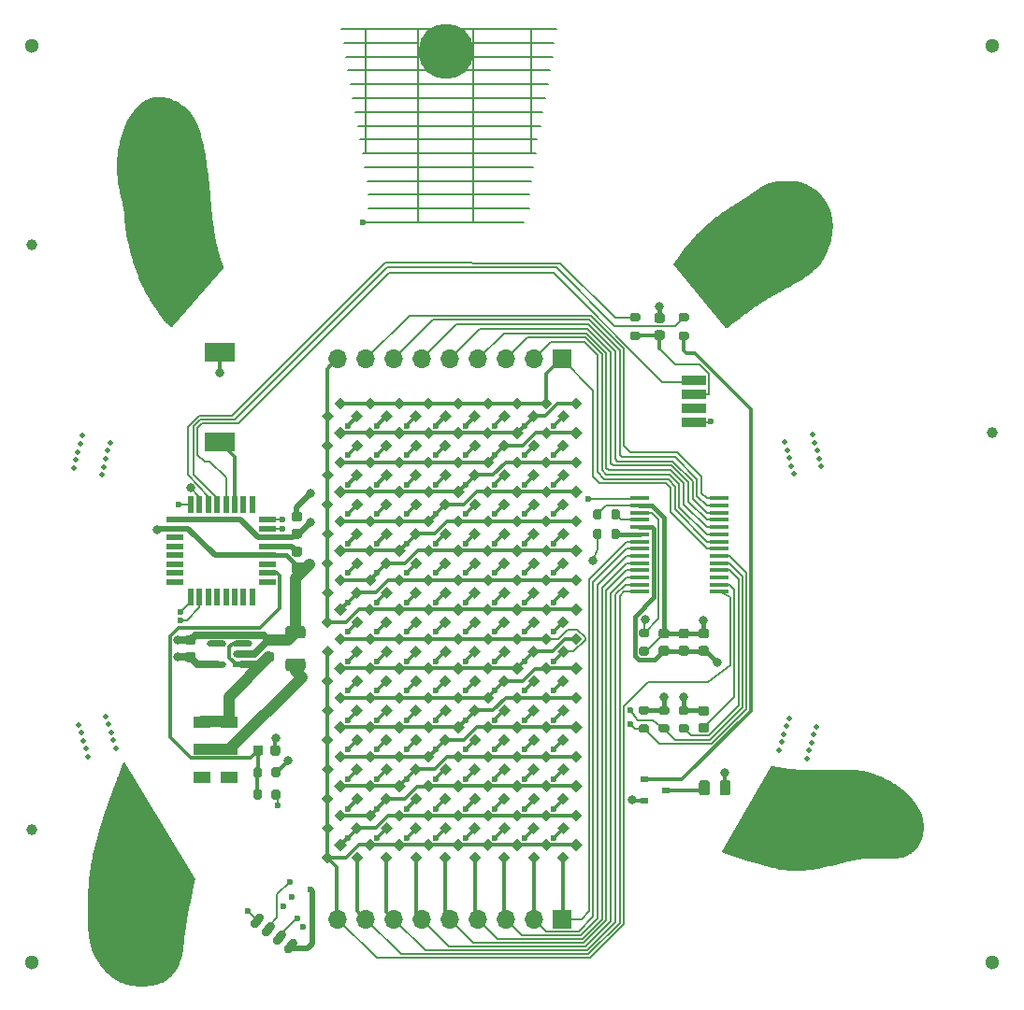
<source format=gbr>
G04 #@! TF.GenerationSoftware,KiCad,Pcbnew,(5.1.12-1-10_14)*
G04 #@! TF.CreationDate,2021-12-30T21:01:29-05:00*
G04 #@! TF.ProjectId,blinky,626c696e-6b79-42e6-9b69-6361645f7063,rev?*
G04 #@! TF.SameCoordinates,Original*
G04 #@! TF.FileFunction,Copper,L1,Top*
G04 #@! TF.FilePolarity,Positive*
%FSLAX46Y46*%
G04 Gerber Fmt 4.6, Leading zero omitted, Abs format (unit mm)*
G04 Created by KiCad (PCBNEW (5.1.12-1-10_14)) date 2021-12-30 21:01:29*
%MOMM*%
%LPD*%
G01*
G04 APERTURE LIST*
G04 #@! TA.AperFunction,SMDPad,CuDef*
%ADD10C,0.100000*%
G04 #@! TD*
G04 #@! TA.AperFunction,WasherPad*
%ADD11C,0.500000*%
G04 #@! TD*
G04 #@! TA.AperFunction,ComponentPad*
%ADD12C,0.800000*%
G04 #@! TD*
G04 #@! TA.AperFunction,ComponentPad*
%ADD13C,5.000000*%
G04 #@! TD*
G04 #@! TA.AperFunction,WasherPad*
%ADD14C,1.300000*%
G04 #@! TD*
G04 #@! TA.AperFunction,SMDPad,CuDef*
%ADD15C,1.000000*%
G04 #@! TD*
G04 #@! TA.AperFunction,SMDPad,CuDef*
%ADD16R,1.750000X0.450000*%
G04 #@! TD*
G04 #@! TA.AperFunction,SMDPad,CuDef*
%ADD17R,1.755639X0.609807*%
G04 #@! TD*
G04 #@! TA.AperFunction,SMDPad,CuDef*
%ADD18R,0.550000X1.500000*%
G04 #@! TD*
G04 #@! TA.AperFunction,SMDPad,CuDef*
%ADD19R,1.500000X0.550000*%
G04 #@! TD*
G04 #@! TA.AperFunction,SMDPad,CuDef*
%ADD20R,2.692400X1.701800*%
G04 #@! TD*
G04 #@! TA.AperFunction,SMDPad,CuDef*
%ADD21R,1.600000X1.000000*%
G04 #@! TD*
G04 #@! TA.AperFunction,SMDPad,CuDef*
%ADD22R,0.700000X0.600000*%
G04 #@! TD*
G04 #@! TA.AperFunction,ComponentPad*
%ADD23O,1.700000X1.700000*%
G04 #@! TD*
G04 #@! TA.AperFunction,ComponentPad*
%ADD24R,1.700000X1.700000*%
G04 #@! TD*
G04 #@! TA.AperFunction,SMDPad,CuDef*
%ADD25R,2.200000X0.900000*%
G04 #@! TD*
G04 #@! TA.AperFunction,ViaPad*
%ADD26C,0.600000*%
G04 #@! TD*
G04 #@! TA.AperFunction,ViaPad*
%ADD27C,0.800000*%
G04 #@! TD*
G04 #@! TA.AperFunction,Conductor*
%ADD28C,1.000000*%
G04 #@! TD*
G04 #@! TA.AperFunction,Conductor*
%ADD29C,0.500000*%
G04 #@! TD*
G04 #@! TA.AperFunction,Conductor*
%ADD30C,0.450000*%
G04 #@! TD*
G04 #@! TA.AperFunction,Conductor*
%ADD31C,0.200000*%
G04 #@! TD*
G04 #@! TA.AperFunction,Conductor*
%ADD32C,0.300000*%
G04 #@! TD*
G04 #@! TA.AperFunction,Conductor*
%ADD33C,0.650000*%
G04 #@! TD*
G04 #@! TA.AperFunction,Conductor*
%ADD34C,0.150000*%
G04 #@! TD*
G04 #@! TA.AperFunction,NonConductor*
%ADD35C,0.254000*%
G04 #@! TD*
G04 #@! TA.AperFunction,NonConductor*
%ADD36C,0.100000*%
G04 #@! TD*
G04 APERTURE END LIST*
G04 #@! TA.AperFunction,SMDPad,CuDef*
D10*
G04 #@! TO.P,D1.11,1*
G04 #@! TO.N,/CB1*
G36*
X92358424Y-135042972D02*
G01*
X91792739Y-134477287D01*
X92358424Y-133911602D01*
X92924109Y-134477287D01*
X92358424Y-135042972D01*
G37*
G04 #@! TD.AperFunction*
G04 #@! TA.AperFunction,SMDPad,CuDef*
G04 #@! TO.P,D1.11,2*
G04 #@! TO.N,/CB4*
G36*
X93523000Y-133896355D02*
G01*
X92957315Y-133330670D01*
X93523000Y-132764985D01*
X94088685Y-133330670D01*
X93523000Y-133896355D01*
G37*
G04 #@! TD.AperFunction*
G04 #@! TD*
G04 #@! TA.AperFunction,SMDPad,CuDef*
G04 #@! TO.P,D1.12,1*
G04 #@! TO.N,/CB1*
G36*
X92358424Y-137709638D02*
G01*
X91792739Y-137143953D01*
X92358424Y-136578268D01*
X92924109Y-137143953D01*
X92358424Y-137709638D01*
G37*
G04 #@! TD.AperFunction*
G04 #@! TA.AperFunction,SMDPad,CuDef*
G04 #@! TO.P,D1.12,2*
G04 #@! TO.N,/CB5*
G36*
X93523000Y-136563021D02*
G01*
X92957315Y-135997336D01*
X93523000Y-135431651D01*
X94088685Y-135997336D01*
X93523000Y-136563021D01*
G37*
G04 #@! TD.AperFunction*
G04 #@! TD*
G04 #@! TA.AperFunction,SMDPad,CuDef*
G04 #@! TO.P,D1.1,1*
G04 #@! TO.N,/CA1*
G36*
X92358424Y-108376312D02*
G01*
X91792739Y-107810627D01*
X92358424Y-107244942D01*
X92924109Y-107810627D01*
X92358424Y-108376312D01*
G37*
G04 #@! TD.AperFunction*
G04 #@! TA.AperFunction,SMDPad,CuDef*
G04 #@! TO.P,D1.1,2*
G04 #@! TO.N,/CA2*
G36*
X93523000Y-107229695D02*
G01*
X92957315Y-106664010D01*
X93523000Y-106098325D01*
X94088685Y-106664010D01*
X93523000Y-107229695D01*
G37*
G04 #@! TD.AperFunction*
G04 #@! TD*
G04 #@! TA.AperFunction,SMDPad,CuDef*
G04 #@! TO.P,D1.10,1*
G04 #@! TO.N,/CB1*
G36*
X92358424Y-132376306D02*
G01*
X91792739Y-131810621D01*
X92358424Y-131244936D01*
X92924109Y-131810621D01*
X92358424Y-132376306D01*
G37*
G04 #@! TD.AperFunction*
G04 #@! TA.AperFunction,SMDPad,CuDef*
G04 #@! TO.P,D1.10,2*
G04 #@! TO.N,/CB3*
G36*
X93523000Y-131229689D02*
G01*
X92957315Y-130664004D01*
X93523000Y-130098319D01*
X94088685Y-130664004D01*
X93523000Y-131229689D01*
G37*
G04 #@! TD.AperFunction*
G04 #@! TD*
G04 #@! TA.AperFunction,SMDPad,CuDef*
G04 #@! TO.P,D1.13,1*
G04 #@! TO.N,/CB1*
G36*
X92358424Y-140376304D02*
G01*
X91792739Y-139810619D01*
X92358424Y-139244934D01*
X92924109Y-139810619D01*
X92358424Y-140376304D01*
G37*
G04 #@! TD.AperFunction*
G04 #@! TA.AperFunction,SMDPad,CuDef*
G04 #@! TO.P,D1.13,2*
G04 #@! TO.N,/CB6*
G36*
X93523000Y-139229687D02*
G01*
X92957315Y-138664002D01*
X93523000Y-138098317D01*
X94088685Y-138664002D01*
X93523000Y-139229687D01*
G37*
G04 #@! TD.AperFunction*
G04 #@! TD*
G04 #@! TA.AperFunction,SMDPad,CuDef*
G04 #@! TO.P,D1.14,1*
G04 #@! TO.N,/CB1*
G36*
X92358424Y-143042970D02*
G01*
X91792739Y-142477285D01*
X92358424Y-141911600D01*
X92924109Y-142477285D01*
X92358424Y-143042970D01*
G37*
G04 #@! TD.AperFunction*
G04 #@! TA.AperFunction,SMDPad,CuDef*
G04 #@! TO.P,D1.14,2*
G04 #@! TO.N,/CB7*
G36*
X93523000Y-141896353D02*
G01*
X92957315Y-141330668D01*
X93523000Y-140764983D01*
X94088685Y-141330668D01*
X93523000Y-141896353D01*
G37*
G04 #@! TD.AperFunction*
G04 #@! TD*
G04 #@! TA.AperFunction,SMDPad,CuDef*
G04 #@! TO.P,D1.9,1*
G04 #@! TO.N,/CB1*
G36*
X92358424Y-129709640D02*
G01*
X91792739Y-129143955D01*
X92358424Y-128578270D01*
X92924109Y-129143955D01*
X92358424Y-129709640D01*
G37*
G04 #@! TD.AperFunction*
G04 #@! TA.AperFunction,SMDPad,CuDef*
G04 #@! TO.P,D1.9,2*
G04 #@! TO.N,/CB2*
G36*
X93523000Y-128563023D02*
G01*
X92957315Y-127997338D01*
X93523000Y-127431653D01*
X94088685Y-127997338D01*
X93523000Y-128563023D01*
G37*
G04 #@! TD.AperFunction*
G04 #@! TD*
G04 #@! TA.AperFunction,SMDPad,CuDef*
G04 #@! TO.P,D1.8,1*
G04 #@! TO.N,/CA1*
G36*
X92358424Y-127042974D02*
G01*
X91792739Y-126477289D01*
X92358424Y-125911604D01*
X92924109Y-126477289D01*
X92358424Y-127042974D01*
G37*
G04 #@! TD.AperFunction*
G04 #@! TA.AperFunction,SMDPad,CuDef*
G04 #@! TO.P,D1.8,2*
G04 #@! TO.N,/CA9*
G36*
X93523000Y-125896357D02*
G01*
X92957315Y-125330672D01*
X93523000Y-124764987D01*
X94088685Y-125330672D01*
X93523000Y-125896357D01*
G37*
G04 #@! TD.AperFunction*
G04 #@! TD*
G04 #@! TA.AperFunction,SMDPad,CuDef*
G04 #@! TO.P,D1.7,1*
G04 #@! TO.N,/CA1*
G36*
X92358424Y-124376308D02*
G01*
X91792739Y-123810623D01*
X92358424Y-123244938D01*
X92924109Y-123810623D01*
X92358424Y-124376308D01*
G37*
G04 #@! TD.AperFunction*
G04 #@! TA.AperFunction,SMDPad,CuDef*
G04 #@! TO.P,D1.7,2*
G04 #@! TO.N,/CA8*
G36*
X93523000Y-123229691D02*
G01*
X92957315Y-122664006D01*
X93523000Y-122098321D01*
X94088685Y-122664006D01*
X93523000Y-123229691D01*
G37*
G04 #@! TD.AperFunction*
G04 #@! TD*
G04 #@! TA.AperFunction,SMDPad,CuDef*
G04 #@! TO.P,D1.6,1*
G04 #@! TO.N,/CA1*
G36*
X92358424Y-121709642D02*
G01*
X91792739Y-121143957D01*
X92358424Y-120578272D01*
X92924109Y-121143957D01*
X92358424Y-121709642D01*
G37*
G04 #@! TD.AperFunction*
G04 #@! TA.AperFunction,SMDPad,CuDef*
G04 #@! TO.P,D1.6,2*
G04 #@! TO.N,/CA7*
G36*
X93523000Y-120563025D02*
G01*
X92957315Y-119997340D01*
X93523000Y-119431655D01*
X94088685Y-119997340D01*
X93523000Y-120563025D01*
G37*
G04 #@! TD.AperFunction*
G04 #@! TD*
G04 #@! TA.AperFunction,SMDPad,CuDef*
G04 #@! TO.P,D1.15,1*
G04 #@! TO.N,/CB1*
G36*
X92358424Y-145709636D02*
G01*
X91792739Y-145143951D01*
X92358424Y-144578266D01*
X92924109Y-145143951D01*
X92358424Y-145709636D01*
G37*
G04 #@! TD.AperFunction*
G04 #@! TA.AperFunction,SMDPad,CuDef*
G04 #@! TO.P,D1.15,2*
G04 #@! TO.N,/CB8*
G36*
X93523000Y-144563019D02*
G01*
X92957315Y-143997334D01*
X93523000Y-143431649D01*
X94088685Y-143997334D01*
X93523000Y-144563019D01*
G37*
G04 #@! TD.AperFunction*
G04 #@! TD*
G04 #@! TA.AperFunction,SMDPad,CuDef*
G04 #@! TO.P,D1.5,1*
G04 #@! TO.N,/CA1*
G36*
X92358424Y-119042976D02*
G01*
X91792739Y-118477291D01*
X92358424Y-117911606D01*
X92924109Y-118477291D01*
X92358424Y-119042976D01*
G37*
G04 #@! TD.AperFunction*
G04 #@! TA.AperFunction,SMDPad,CuDef*
G04 #@! TO.P,D1.5,2*
G04 #@! TO.N,/CA6*
G36*
X93523000Y-117896359D02*
G01*
X92957315Y-117330674D01*
X93523000Y-116764989D01*
X94088685Y-117330674D01*
X93523000Y-117896359D01*
G37*
G04 #@! TD.AperFunction*
G04 #@! TD*
G04 #@! TA.AperFunction,SMDPad,CuDef*
G04 #@! TO.P,D1.4,1*
G04 #@! TO.N,/CA1*
G36*
X92358424Y-116376310D02*
G01*
X91792739Y-115810625D01*
X92358424Y-115244940D01*
X92924109Y-115810625D01*
X92358424Y-116376310D01*
G37*
G04 #@! TD.AperFunction*
G04 #@! TA.AperFunction,SMDPad,CuDef*
G04 #@! TO.P,D1.4,2*
G04 #@! TO.N,/CA5*
G36*
X93523000Y-115229693D02*
G01*
X92957315Y-114664008D01*
X93523000Y-114098323D01*
X94088685Y-114664008D01*
X93523000Y-115229693D01*
G37*
G04 #@! TD.AperFunction*
G04 #@! TD*
G04 #@! TA.AperFunction,SMDPad,CuDef*
G04 #@! TO.P,D1.3,1*
G04 #@! TO.N,/CA1*
G36*
X92358424Y-113709644D02*
G01*
X91792739Y-113143959D01*
X92358424Y-112578274D01*
X92924109Y-113143959D01*
X92358424Y-113709644D01*
G37*
G04 #@! TD.AperFunction*
G04 #@! TA.AperFunction,SMDPad,CuDef*
G04 #@! TO.P,D1.3,2*
G04 #@! TO.N,/CA4*
G36*
X93523000Y-112563027D02*
G01*
X92957315Y-111997342D01*
X93523000Y-111431657D01*
X94088685Y-111997342D01*
X93523000Y-112563027D01*
G37*
G04 #@! TD.AperFunction*
G04 #@! TD*
G04 #@! TA.AperFunction,SMDPad,CuDef*
G04 #@! TO.P,D1.16,1*
G04 #@! TO.N,/CB1*
G36*
X92358424Y-148376302D02*
G01*
X91792739Y-147810617D01*
X92358424Y-147244932D01*
X92924109Y-147810617D01*
X92358424Y-148376302D01*
G37*
G04 #@! TD.AperFunction*
G04 #@! TA.AperFunction,SMDPad,CuDef*
G04 #@! TO.P,D1.16,2*
G04 #@! TO.N,/CB9*
G36*
X93523000Y-147229685D02*
G01*
X92957315Y-146664000D01*
X93523000Y-146098315D01*
X94088685Y-146664000D01*
X93523000Y-147229685D01*
G37*
G04 #@! TD.AperFunction*
G04 #@! TD*
G04 #@! TA.AperFunction,SMDPad,CuDef*
G04 #@! TO.P,D1.2,1*
G04 #@! TO.N,/CA1*
G36*
X92358424Y-111042978D02*
G01*
X91792739Y-110477293D01*
X92358424Y-109911608D01*
X92924109Y-110477293D01*
X92358424Y-111042978D01*
G37*
G04 #@! TD.AperFunction*
G04 #@! TA.AperFunction,SMDPad,CuDef*
G04 #@! TO.P,D1.2,2*
G04 #@! TO.N,/CA3*
G36*
X93523000Y-109896361D02*
G01*
X92957315Y-109330676D01*
X93523000Y-108764991D01*
X94088685Y-109330676D01*
X93523000Y-109896361D01*
G37*
G04 #@! TD.AperFunction*
G04 #@! TD*
G04 #@! TA.AperFunction,SMDPad,CuDef*
G04 #@! TO.P,D2.11,1*
G04 #@! TO.N,/CB2*
G36*
X89688424Y-135042972D02*
G01*
X89122739Y-134477287D01*
X89688424Y-133911602D01*
X90254109Y-134477287D01*
X89688424Y-135042972D01*
G37*
G04 #@! TD.AperFunction*
G04 #@! TA.AperFunction,SMDPad,CuDef*
G04 #@! TO.P,D2.11,2*
G04 #@! TO.N,/CB4*
G36*
X90853000Y-133896355D02*
G01*
X90287315Y-133330670D01*
X90853000Y-132764985D01*
X91418685Y-133330670D01*
X90853000Y-133896355D01*
G37*
G04 #@! TD.AperFunction*
G04 #@! TD*
G04 #@! TA.AperFunction,SMDPad,CuDef*
G04 #@! TO.P,D2.14,1*
G04 #@! TO.N,/CB2*
G36*
X89688424Y-143042970D02*
G01*
X89122739Y-142477285D01*
X89688424Y-141911600D01*
X90254109Y-142477285D01*
X89688424Y-143042970D01*
G37*
G04 #@! TD.AperFunction*
G04 #@! TA.AperFunction,SMDPad,CuDef*
G04 #@! TO.P,D2.14,2*
G04 #@! TO.N,/CB7*
G36*
X90853000Y-141896353D02*
G01*
X90287315Y-141330668D01*
X90853000Y-140764983D01*
X91418685Y-141330668D01*
X90853000Y-141896353D01*
G37*
G04 #@! TD.AperFunction*
G04 #@! TD*
G04 #@! TA.AperFunction,SMDPad,CuDef*
G04 #@! TO.P,D2.1,1*
G04 #@! TO.N,/CA2*
G36*
X89688424Y-108376312D02*
G01*
X89122739Y-107810627D01*
X89688424Y-107244942D01*
X90254109Y-107810627D01*
X89688424Y-108376312D01*
G37*
G04 #@! TD.AperFunction*
G04 #@! TA.AperFunction,SMDPad,CuDef*
G04 #@! TO.P,D2.1,2*
G04 #@! TO.N,/CA1*
G36*
X90853000Y-107229695D02*
G01*
X90287315Y-106664010D01*
X90853000Y-106098325D01*
X91418685Y-106664010D01*
X90853000Y-107229695D01*
G37*
G04 #@! TD.AperFunction*
G04 #@! TD*
G04 #@! TA.AperFunction,SMDPad,CuDef*
G04 #@! TO.P,D2.2,1*
G04 #@! TO.N,/CA2*
G36*
X89688424Y-111042978D02*
G01*
X89122739Y-110477293D01*
X89688424Y-109911608D01*
X90254109Y-110477293D01*
X89688424Y-111042978D01*
G37*
G04 #@! TD.AperFunction*
G04 #@! TA.AperFunction,SMDPad,CuDef*
G04 #@! TO.P,D2.2,2*
G04 #@! TO.N,/CA3*
G36*
X90853000Y-109896361D02*
G01*
X90287315Y-109330676D01*
X90853000Y-108764991D01*
X91418685Y-109330676D01*
X90853000Y-109896361D01*
G37*
G04 #@! TD.AperFunction*
G04 #@! TD*
G04 #@! TA.AperFunction,SMDPad,CuDef*
G04 #@! TO.P,D2.3,1*
G04 #@! TO.N,/CA2*
G36*
X89688424Y-113709644D02*
G01*
X89122739Y-113143959D01*
X89688424Y-112578274D01*
X90254109Y-113143959D01*
X89688424Y-113709644D01*
G37*
G04 #@! TD.AperFunction*
G04 #@! TA.AperFunction,SMDPad,CuDef*
G04 #@! TO.P,D2.3,2*
G04 #@! TO.N,/CA4*
G36*
X90853000Y-112563027D02*
G01*
X90287315Y-111997342D01*
X90853000Y-111431657D01*
X91418685Y-111997342D01*
X90853000Y-112563027D01*
G37*
G04 #@! TD.AperFunction*
G04 #@! TD*
G04 #@! TA.AperFunction,SMDPad,CuDef*
G04 #@! TO.P,D2.13,1*
G04 #@! TO.N,/CB2*
G36*
X89688424Y-140376304D02*
G01*
X89122739Y-139810619D01*
X89688424Y-139244934D01*
X90254109Y-139810619D01*
X89688424Y-140376304D01*
G37*
G04 #@! TD.AperFunction*
G04 #@! TA.AperFunction,SMDPad,CuDef*
G04 #@! TO.P,D2.13,2*
G04 #@! TO.N,/CB6*
G36*
X90853000Y-139229687D02*
G01*
X90287315Y-138664002D01*
X90853000Y-138098317D01*
X91418685Y-138664002D01*
X90853000Y-139229687D01*
G37*
G04 #@! TD.AperFunction*
G04 #@! TD*
G04 #@! TA.AperFunction,SMDPad,CuDef*
G04 #@! TO.P,D2.10,1*
G04 #@! TO.N,/CB2*
G36*
X89688424Y-132376306D02*
G01*
X89122739Y-131810621D01*
X89688424Y-131244936D01*
X90254109Y-131810621D01*
X89688424Y-132376306D01*
G37*
G04 #@! TD.AperFunction*
G04 #@! TA.AperFunction,SMDPad,CuDef*
G04 #@! TO.P,D2.10,2*
G04 #@! TO.N,/CB3*
G36*
X90853000Y-131229689D02*
G01*
X90287315Y-130664004D01*
X90853000Y-130098319D01*
X91418685Y-130664004D01*
X90853000Y-131229689D01*
G37*
G04 #@! TD.AperFunction*
G04 #@! TD*
G04 #@! TA.AperFunction,SMDPad,CuDef*
G04 #@! TO.P,D2.15,1*
G04 #@! TO.N,/CB2*
G36*
X89688424Y-145709636D02*
G01*
X89122739Y-145143951D01*
X89688424Y-144578266D01*
X90254109Y-145143951D01*
X89688424Y-145709636D01*
G37*
G04 #@! TD.AperFunction*
G04 #@! TA.AperFunction,SMDPad,CuDef*
G04 #@! TO.P,D2.15,2*
G04 #@! TO.N,/CB8*
G36*
X90853000Y-144563019D02*
G01*
X90287315Y-143997334D01*
X90853000Y-143431649D01*
X91418685Y-143997334D01*
X90853000Y-144563019D01*
G37*
G04 #@! TD.AperFunction*
G04 #@! TD*
G04 #@! TA.AperFunction,SMDPad,CuDef*
G04 #@! TO.P,D2.12,1*
G04 #@! TO.N,/CB2*
G36*
X89688424Y-137709638D02*
G01*
X89122739Y-137143953D01*
X89688424Y-136578268D01*
X90254109Y-137143953D01*
X89688424Y-137709638D01*
G37*
G04 #@! TD.AperFunction*
G04 #@! TA.AperFunction,SMDPad,CuDef*
G04 #@! TO.P,D2.12,2*
G04 #@! TO.N,/CB5*
G36*
X90853000Y-136563021D02*
G01*
X90287315Y-135997336D01*
X90853000Y-135431651D01*
X91418685Y-135997336D01*
X90853000Y-136563021D01*
G37*
G04 #@! TD.AperFunction*
G04 #@! TD*
G04 #@! TA.AperFunction,SMDPad,CuDef*
G04 #@! TO.P,D2.4,1*
G04 #@! TO.N,/CA2*
G36*
X89688424Y-116376310D02*
G01*
X89122739Y-115810625D01*
X89688424Y-115244940D01*
X90254109Y-115810625D01*
X89688424Y-116376310D01*
G37*
G04 #@! TD.AperFunction*
G04 #@! TA.AperFunction,SMDPad,CuDef*
G04 #@! TO.P,D2.4,2*
G04 #@! TO.N,/CA5*
G36*
X90853000Y-115229693D02*
G01*
X90287315Y-114664008D01*
X90853000Y-114098323D01*
X91418685Y-114664008D01*
X90853000Y-115229693D01*
G37*
G04 #@! TD.AperFunction*
G04 #@! TD*
G04 #@! TA.AperFunction,SMDPad,CuDef*
G04 #@! TO.P,D2.5,1*
G04 #@! TO.N,/CA2*
G36*
X89688424Y-119042976D02*
G01*
X89122739Y-118477291D01*
X89688424Y-117911606D01*
X90254109Y-118477291D01*
X89688424Y-119042976D01*
G37*
G04 #@! TD.AperFunction*
G04 #@! TA.AperFunction,SMDPad,CuDef*
G04 #@! TO.P,D2.5,2*
G04 #@! TO.N,/CA6*
G36*
X90853000Y-117896359D02*
G01*
X90287315Y-117330674D01*
X90853000Y-116764989D01*
X91418685Y-117330674D01*
X90853000Y-117896359D01*
G37*
G04 #@! TD.AperFunction*
G04 #@! TD*
G04 #@! TA.AperFunction,SMDPad,CuDef*
G04 #@! TO.P,D2.6,1*
G04 #@! TO.N,/CA2*
G36*
X89688424Y-121709642D02*
G01*
X89122739Y-121143957D01*
X89688424Y-120578272D01*
X90254109Y-121143957D01*
X89688424Y-121709642D01*
G37*
G04 #@! TD.AperFunction*
G04 #@! TA.AperFunction,SMDPad,CuDef*
G04 #@! TO.P,D2.6,2*
G04 #@! TO.N,/CA7*
G36*
X90853000Y-120563025D02*
G01*
X90287315Y-119997340D01*
X90853000Y-119431655D01*
X91418685Y-119997340D01*
X90853000Y-120563025D01*
G37*
G04 #@! TD.AperFunction*
G04 #@! TD*
G04 #@! TA.AperFunction,SMDPad,CuDef*
G04 #@! TO.P,D2.7,1*
G04 #@! TO.N,/CA2*
G36*
X89688424Y-124376308D02*
G01*
X89122739Y-123810623D01*
X89688424Y-123244938D01*
X90254109Y-123810623D01*
X89688424Y-124376308D01*
G37*
G04 #@! TD.AperFunction*
G04 #@! TA.AperFunction,SMDPad,CuDef*
G04 #@! TO.P,D2.7,2*
G04 #@! TO.N,/CA8*
G36*
X90853000Y-123229691D02*
G01*
X90287315Y-122664006D01*
X90853000Y-122098321D01*
X91418685Y-122664006D01*
X90853000Y-123229691D01*
G37*
G04 #@! TD.AperFunction*
G04 #@! TD*
G04 #@! TA.AperFunction,SMDPad,CuDef*
G04 #@! TO.P,D2.8,1*
G04 #@! TO.N,/CA2*
G36*
X89688424Y-127042974D02*
G01*
X89122739Y-126477289D01*
X89688424Y-125911604D01*
X90254109Y-126477289D01*
X89688424Y-127042974D01*
G37*
G04 #@! TD.AperFunction*
G04 #@! TA.AperFunction,SMDPad,CuDef*
G04 #@! TO.P,D2.8,2*
G04 #@! TO.N,/CA9*
G36*
X90853000Y-125896357D02*
G01*
X90287315Y-125330672D01*
X90853000Y-124764987D01*
X91418685Y-125330672D01*
X90853000Y-125896357D01*
G37*
G04 #@! TD.AperFunction*
G04 #@! TD*
G04 #@! TA.AperFunction,SMDPad,CuDef*
G04 #@! TO.P,D2.9,1*
G04 #@! TO.N,/CB2*
G36*
X89688424Y-129709640D02*
G01*
X89122739Y-129143955D01*
X89688424Y-128578270D01*
X90254109Y-129143955D01*
X89688424Y-129709640D01*
G37*
G04 #@! TD.AperFunction*
G04 #@! TA.AperFunction,SMDPad,CuDef*
G04 #@! TO.P,D2.9,2*
G04 #@! TO.N,/CB1*
G36*
X90853000Y-128563023D02*
G01*
X90287315Y-127997338D01*
X90853000Y-127431653D01*
X91418685Y-127997338D01*
X90853000Y-128563023D01*
G37*
G04 #@! TD.AperFunction*
G04 #@! TD*
G04 #@! TA.AperFunction,SMDPad,CuDef*
G04 #@! TO.P,D2.16,1*
G04 #@! TO.N,/CB2*
G36*
X89688424Y-148376302D02*
G01*
X89122739Y-147810617D01*
X89688424Y-147244932D01*
X90254109Y-147810617D01*
X89688424Y-148376302D01*
G37*
G04 #@! TD.AperFunction*
G04 #@! TA.AperFunction,SMDPad,CuDef*
G04 #@! TO.P,D2.16,2*
G04 #@! TO.N,/CB9*
G36*
X90853000Y-147229685D02*
G01*
X90287315Y-146664000D01*
X90853000Y-146098315D01*
X91418685Y-146664000D01*
X90853000Y-147229685D01*
G37*
G04 #@! TD.AperFunction*
G04 #@! TD*
G04 #@! TA.AperFunction,SMDPad,CuDef*
G04 #@! TO.P,D3.16,1*
G04 #@! TO.N,/CB3*
G36*
X87018424Y-148376302D02*
G01*
X86452739Y-147810617D01*
X87018424Y-147244932D01*
X87584109Y-147810617D01*
X87018424Y-148376302D01*
G37*
G04 #@! TD.AperFunction*
G04 #@! TA.AperFunction,SMDPad,CuDef*
G04 #@! TO.P,D3.16,2*
G04 #@! TO.N,/CB9*
G36*
X88183000Y-147229685D02*
G01*
X87617315Y-146664000D01*
X88183000Y-146098315D01*
X88748685Y-146664000D01*
X88183000Y-147229685D01*
G37*
G04 #@! TD.AperFunction*
G04 #@! TD*
G04 #@! TA.AperFunction,SMDPad,CuDef*
G04 #@! TO.P,D3.11,1*
G04 #@! TO.N,/CB3*
G36*
X87018424Y-135042972D02*
G01*
X86452739Y-134477287D01*
X87018424Y-133911602D01*
X87584109Y-134477287D01*
X87018424Y-135042972D01*
G37*
G04 #@! TD.AperFunction*
G04 #@! TA.AperFunction,SMDPad,CuDef*
G04 #@! TO.P,D3.11,2*
G04 #@! TO.N,/CB4*
G36*
X88183000Y-133896355D02*
G01*
X87617315Y-133330670D01*
X88183000Y-132764985D01*
X88748685Y-133330670D01*
X88183000Y-133896355D01*
G37*
G04 #@! TD.AperFunction*
G04 #@! TD*
G04 #@! TA.AperFunction,SMDPad,CuDef*
G04 #@! TO.P,D3.10,1*
G04 #@! TO.N,/CB3*
G36*
X87018424Y-132376306D02*
G01*
X86452739Y-131810621D01*
X87018424Y-131244936D01*
X87584109Y-131810621D01*
X87018424Y-132376306D01*
G37*
G04 #@! TD.AperFunction*
G04 #@! TA.AperFunction,SMDPad,CuDef*
G04 #@! TO.P,D3.10,2*
G04 #@! TO.N,/CB2*
G36*
X88183000Y-131229689D02*
G01*
X87617315Y-130664004D01*
X88183000Y-130098319D01*
X88748685Y-130664004D01*
X88183000Y-131229689D01*
G37*
G04 #@! TD.AperFunction*
G04 #@! TD*
G04 #@! TA.AperFunction,SMDPad,CuDef*
G04 #@! TO.P,D3.9,1*
G04 #@! TO.N,/CB3*
G36*
X87018424Y-129709640D02*
G01*
X86452739Y-129143955D01*
X87018424Y-128578270D01*
X87584109Y-129143955D01*
X87018424Y-129709640D01*
G37*
G04 #@! TD.AperFunction*
G04 #@! TA.AperFunction,SMDPad,CuDef*
G04 #@! TO.P,D3.9,2*
G04 #@! TO.N,/CB1*
G36*
X88183000Y-128563023D02*
G01*
X87617315Y-127997338D01*
X88183000Y-127431653D01*
X88748685Y-127997338D01*
X88183000Y-128563023D01*
G37*
G04 #@! TD.AperFunction*
G04 #@! TD*
G04 #@! TA.AperFunction,SMDPad,CuDef*
G04 #@! TO.P,D3.8,1*
G04 #@! TO.N,/CA3*
G36*
X87018424Y-127042974D02*
G01*
X86452739Y-126477289D01*
X87018424Y-125911604D01*
X87584109Y-126477289D01*
X87018424Y-127042974D01*
G37*
G04 #@! TD.AperFunction*
G04 #@! TA.AperFunction,SMDPad,CuDef*
G04 #@! TO.P,D3.8,2*
G04 #@! TO.N,/CA9*
G36*
X88183000Y-125896357D02*
G01*
X87617315Y-125330672D01*
X88183000Y-124764987D01*
X88748685Y-125330672D01*
X88183000Y-125896357D01*
G37*
G04 #@! TD.AperFunction*
G04 #@! TD*
G04 #@! TA.AperFunction,SMDPad,CuDef*
G04 #@! TO.P,D3.7,1*
G04 #@! TO.N,/CA3*
G36*
X87018424Y-124376308D02*
G01*
X86452739Y-123810623D01*
X87018424Y-123244938D01*
X87584109Y-123810623D01*
X87018424Y-124376308D01*
G37*
G04 #@! TD.AperFunction*
G04 #@! TA.AperFunction,SMDPad,CuDef*
G04 #@! TO.P,D3.7,2*
G04 #@! TO.N,/CA8*
G36*
X88183000Y-123229691D02*
G01*
X87617315Y-122664006D01*
X88183000Y-122098321D01*
X88748685Y-122664006D01*
X88183000Y-123229691D01*
G37*
G04 #@! TD.AperFunction*
G04 #@! TD*
G04 #@! TA.AperFunction,SMDPad,CuDef*
G04 #@! TO.P,D3.6,1*
G04 #@! TO.N,/CA3*
G36*
X87018424Y-121709642D02*
G01*
X86452739Y-121143957D01*
X87018424Y-120578272D01*
X87584109Y-121143957D01*
X87018424Y-121709642D01*
G37*
G04 #@! TD.AperFunction*
G04 #@! TA.AperFunction,SMDPad,CuDef*
G04 #@! TO.P,D3.6,2*
G04 #@! TO.N,/CA7*
G36*
X88183000Y-120563025D02*
G01*
X87617315Y-119997340D01*
X88183000Y-119431655D01*
X88748685Y-119997340D01*
X88183000Y-120563025D01*
G37*
G04 #@! TD.AperFunction*
G04 #@! TD*
G04 #@! TA.AperFunction,SMDPad,CuDef*
G04 #@! TO.P,D3.15,1*
G04 #@! TO.N,/CB3*
G36*
X87018424Y-145709636D02*
G01*
X86452739Y-145143951D01*
X87018424Y-144578266D01*
X87584109Y-145143951D01*
X87018424Y-145709636D01*
G37*
G04 #@! TD.AperFunction*
G04 #@! TA.AperFunction,SMDPad,CuDef*
G04 #@! TO.P,D3.15,2*
G04 #@! TO.N,/CB8*
G36*
X88183000Y-144563019D02*
G01*
X87617315Y-143997334D01*
X88183000Y-143431649D01*
X88748685Y-143997334D01*
X88183000Y-144563019D01*
G37*
G04 #@! TD.AperFunction*
G04 #@! TD*
G04 #@! TA.AperFunction,SMDPad,CuDef*
G04 #@! TO.P,D3.5,1*
G04 #@! TO.N,/CA3*
G36*
X87018424Y-119042976D02*
G01*
X86452739Y-118477291D01*
X87018424Y-117911606D01*
X87584109Y-118477291D01*
X87018424Y-119042976D01*
G37*
G04 #@! TD.AperFunction*
G04 #@! TA.AperFunction,SMDPad,CuDef*
G04 #@! TO.P,D3.5,2*
G04 #@! TO.N,/CA6*
G36*
X88183000Y-117896359D02*
G01*
X87617315Y-117330674D01*
X88183000Y-116764989D01*
X88748685Y-117330674D01*
X88183000Y-117896359D01*
G37*
G04 #@! TD.AperFunction*
G04 #@! TD*
G04 #@! TA.AperFunction,SMDPad,CuDef*
G04 #@! TO.P,D3.4,1*
G04 #@! TO.N,/CA3*
G36*
X87018424Y-116376310D02*
G01*
X86452739Y-115810625D01*
X87018424Y-115244940D01*
X87584109Y-115810625D01*
X87018424Y-116376310D01*
G37*
G04 #@! TD.AperFunction*
G04 #@! TA.AperFunction,SMDPad,CuDef*
G04 #@! TO.P,D3.4,2*
G04 #@! TO.N,/CA5*
G36*
X88183000Y-115229693D02*
G01*
X87617315Y-114664008D01*
X88183000Y-114098323D01*
X88748685Y-114664008D01*
X88183000Y-115229693D01*
G37*
G04 #@! TD.AperFunction*
G04 #@! TD*
G04 #@! TA.AperFunction,SMDPad,CuDef*
G04 #@! TO.P,D3.2,1*
G04 #@! TO.N,/CA3*
G36*
X87018424Y-111042978D02*
G01*
X86452739Y-110477293D01*
X87018424Y-109911608D01*
X87584109Y-110477293D01*
X87018424Y-111042978D01*
G37*
G04 #@! TD.AperFunction*
G04 #@! TA.AperFunction,SMDPad,CuDef*
G04 #@! TO.P,D3.2,2*
G04 #@! TO.N,/CA2*
G36*
X88183000Y-109896361D02*
G01*
X87617315Y-109330676D01*
X88183000Y-108764991D01*
X88748685Y-109330676D01*
X88183000Y-109896361D01*
G37*
G04 #@! TD.AperFunction*
G04 #@! TD*
G04 #@! TA.AperFunction,SMDPad,CuDef*
G04 #@! TO.P,D3.1,1*
G04 #@! TO.N,/CA3*
G36*
X87018424Y-108376312D02*
G01*
X86452739Y-107810627D01*
X87018424Y-107244942D01*
X87584109Y-107810627D01*
X87018424Y-108376312D01*
G37*
G04 #@! TD.AperFunction*
G04 #@! TA.AperFunction,SMDPad,CuDef*
G04 #@! TO.P,D3.1,2*
G04 #@! TO.N,/CA1*
G36*
X88183000Y-107229695D02*
G01*
X87617315Y-106664010D01*
X88183000Y-106098325D01*
X88748685Y-106664010D01*
X88183000Y-107229695D01*
G37*
G04 #@! TD.AperFunction*
G04 #@! TD*
G04 #@! TA.AperFunction,SMDPad,CuDef*
G04 #@! TO.P,D3.12,1*
G04 #@! TO.N,/CB3*
G36*
X87018424Y-137709638D02*
G01*
X86452739Y-137143953D01*
X87018424Y-136578268D01*
X87584109Y-137143953D01*
X87018424Y-137709638D01*
G37*
G04 #@! TD.AperFunction*
G04 #@! TA.AperFunction,SMDPad,CuDef*
G04 #@! TO.P,D3.12,2*
G04 #@! TO.N,/CB5*
G36*
X88183000Y-136563021D02*
G01*
X87617315Y-135997336D01*
X88183000Y-135431651D01*
X88748685Y-135997336D01*
X88183000Y-136563021D01*
G37*
G04 #@! TD.AperFunction*
G04 #@! TD*
G04 #@! TA.AperFunction,SMDPad,CuDef*
G04 #@! TO.P,D3.13,1*
G04 #@! TO.N,/CB3*
G36*
X87018424Y-140376304D02*
G01*
X86452739Y-139810619D01*
X87018424Y-139244934D01*
X87584109Y-139810619D01*
X87018424Y-140376304D01*
G37*
G04 #@! TD.AperFunction*
G04 #@! TA.AperFunction,SMDPad,CuDef*
G04 #@! TO.P,D3.13,2*
G04 #@! TO.N,/CB6*
G36*
X88183000Y-139229687D02*
G01*
X87617315Y-138664002D01*
X88183000Y-138098317D01*
X88748685Y-138664002D01*
X88183000Y-139229687D01*
G37*
G04 #@! TD.AperFunction*
G04 #@! TD*
G04 #@! TA.AperFunction,SMDPad,CuDef*
G04 #@! TO.P,D3.14,1*
G04 #@! TO.N,/CB3*
G36*
X87018424Y-143042970D02*
G01*
X86452739Y-142477285D01*
X87018424Y-141911600D01*
X87584109Y-142477285D01*
X87018424Y-143042970D01*
G37*
G04 #@! TD.AperFunction*
G04 #@! TA.AperFunction,SMDPad,CuDef*
G04 #@! TO.P,D3.14,2*
G04 #@! TO.N,/CB7*
G36*
X88183000Y-141896353D02*
G01*
X87617315Y-141330668D01*
X88183000Y-140764983D01*
X88748685Y-141330668D01*
X88183000Y-141896353D01*
G37*
G04 #@! TD.AperFunction*
G04 #@! TD*
G04 #@! TA.AperFunction,SMDPad,CuDef*
G04 #@! TO.P,D4.16,1*
G04 #@! TO.N,/CB4*
G36*
X84358424Y-148376302D02*
G01*
X83792739Y-147810617D01*
X84358424Y-147244932D01*
X84924109Y-147810617D01*
X84358424Y-148376302D01*
G37*
G04 #@! TD.AperFunction*
G04 #@! TA.AperFunction,SMDPad,CuDef*
G04 #@! TO.P,D4.16,2*
G04 #@! TO.N,/CB9*
G36*
X85523000Y-147229685D02*
G01*
X84957315Y-146664000D01*
X85523000Y-146098315D01*
X86088685Y-146664000D01*
X85523000Y-147229685D01*
G37*
G04 #@! TD.AperFunction*
G04 #@! TD*
G04 #@! TA.AperFunction,SMDPad,CuDef*
G04 #@! TO.P,D4.11,1*
G04 #@! TO.N,/CB4*
G36*
X84358424Y-135042972D02*
G01*
X83792739Y-134477287D01*
X84358424Y-133911602D01*
X84924109Y-134477287D01*
X84358424Y-135042972D01*
G37*
G04 #@! TD.AperFunction*
G04 #@! TA.AperFunction,SMDPad,CuDef*
G04 #@! TO.P,D4.11,2*
G04 #@! TO.N,/CB3*
G36*
X85523000Y-133896355D02*
G01*
X84957315Y-133330670D01*
X85523000Y-132764985D01*
X86088685Y-133330670D01*
X85523000Y-133896355D01*
G37*
G04 #@! TD.AperFunction*
G04 #@! TD*
G04 #@! TA.AperFunction,SMDPad,CuDef*
G04 #@! TO.P,D4.10,1*
G04 #@! TO.N,/CB4*
G36*
X84358424Y-132376306D02*
G01*
X83792739Y-131810621D01*
X84358424Y-131244936D01*
X84924109Y-131810621D01*
X84358424Y-132376306D01*
G37*
G04 #@! TD.AperFunction*
G04 #@! TA.AperFunction,SMDPad,CuDef*
G04 #@! TO.P,D4.10,2*
G04 #@! TO.N,/CB2*
G36*
X85523000Y-131229689D02*
G01*
X84957315Y-130664004D01*
X85523000Y-130098319D01*
X86088685Y-130664004D01*
X85523000Y-131229689D01*
G37*
G04 #@! TD.AperFunction*
G04 #@! TD*
G04 #@! TA.AperFunction,SMDPad,CuDef*
G04 #@! TO.P,D4.9,1*
G04 #@! TO.N,/CB4*
G36*
X84358424Y-129709640D02*
G01*
X83792739Y-129143955D01*
X84358424Y-128578270D01*
X84924109Y-129143955D01*
X84358424Y-129709640D01*
G37*
G04 #@! TD.AperFunction*
G04 #@! TA.AperFunction,SMDPad,CuDef*
G04 #@! TO.P,D4.9,2*
G04 #@! TO.N,/CB1*
G36*
X85523000Y-128563023D02*
G01*
X84957315Y-127997338D01*
X85523000Y-127431653D01*
X86088685Y-127997338D01*
X85523000Y-128563023D01*
G37*
G04 #@! TD.AperFunction*
G04 #@! TD*
G04 #@! TA.AperFunction,SMDPad,CuDef*
G04 #@! TO.P,D4.8,1*
G04 #@! TO.N,/CA4*
G36*
X84358424Y-127042974D02*
G01*
X83792739Y-126477289D01*
X84358424Y-125911604D01*
X84924109Y-126477289D01*
X84358424Y-127042974D01*
G37*
G04 #@! TD.AperFunction*
G04 #@! TA.AperFunction,SMDPad,CuDef*
G04 #@! TO.P,D4.8,2*
G04 #@! TO.N,/CA9*
G36*
X85523000Y-125896357D02*
G01*
X84957315Y-125330672D01*
X85523000Y-124764987D01*
X86088685Y-125330672D01*
X85523000Y-125896357D01*
G37*
G04 #@! TD.AperFunction*
G04 #@! TD*
G04 #@! TA.AperFunction,SMDPad,CuDef*
G04 #@! TO.P,D4.7,1*
G04 #@! TO.N,/CA4*
G36*
X84358424Y-124376308D02*
G01*
X83792739Y-123810623D01*
X84358424Y-123244938D01*
X84924109Y-123810623D01*
X84358424Y-124376308D01*
G37*
G04 #@! TD.AperFunction*
G04 #@! TA.AperFunction,SMDPad,CuDef*
G04 #@! TO.P,D4.7,2*
G04 #@! TO.N,/CA8*
G36*
X85523000Y-123229691D02*
G01*
X84957315Y-122664006D01*
X85523000Y-122098321D01*
X86088685Y-122664006D01*
X85523000Y-123229691D01*
G37*
G04 #@! TD.AperFunction*
G04 #@! TD*
G04 #@! TA.AperFunction,SMDPad,CuDef*
G04 #@! TO.P,D4.6,1*
G04 #@! TO.N,/CA4*
G36*
X84358424Y-121709642D02*
G01*
X83792739Y-121143957D01*
X84358424Y-120578272D01*
X84924109Y-121143957D01*
X84358424Y-121709642D01*
G37*
G04 #@! TD.AperFunction*
G04 #@! TA.AperFunction,SMDPad,CuDef*
G04 #@! TO.P,D4.6,2*
G04 #@! TO.N,/CA7*
G36*
X85523000Y-120563025D02*
G01*
X84957315Y-119997340D01*
X85523000Y-119431655D01*
X86088685Y-119997340D01*
X85523000Y-120563025D01*
G37*
G04 #@! TD.AperFunction*
G04 #@! TD*
G04 #@! TA.AperFunction,SMDPad,CuDef*
G04 #@! TO.P,D4.15,1*
G04 #@! TO.N,/CB4*
G36*
X84358424Y-145709636D02*
G01*
X83792739Y-145143951D01*
X84358424Y-144578266D01*
X84924109Y-145143951D01*
X84358424Y-145709636D01*
G37*
G04 #@! TD.AperFunction*
G04 #@! TA.AperFunction,SMDPad,CuDef*
G04 #@! TO.P,D4.15,2*
G04 #@! TO.N,/CB8*
G36*
X85523000Y-144563019D02*
G01*
X84957315Y-143997334D01*
X85523000Y-143431649D01*
X86088685Y-143997334D01*
X85523000Y-144563019D01*
G37*
G04 #@! TD.AperFunction*
G04 #@! TD*
G04 #@! TA.AperFunction,SMDPad,CuDef*
G04 #@! TO.P,D4.5,1*
G04 #@! TO.N,/CA4*
G36*
X84358424Y-119042976D02*
G01*
X83792739Y-118477291D01*
X84358424Y-117911606D01*
X84924109Y-118477291D01*
X84358424Y-119042976D01*
G37*
G04 #@! TD.AperFunction*
G04 #@! TA.AperFunction,SMDPad,CuDef*
G04 #@! TO.P,D4.5,2*
G04 #@! TO.N,/CA6*
G36*
X85523000Y-117896359D02*
G01*
X84957315Y-117330674D01*
X85523000Y-116764989D01*
X86088685Y-117330674D01*
X85523000Y-117896359D01*
G37*
G04 #@! TD.AperFunction*
G04 #@! TD*
G04 #@! TA.AperFunction,SMDPad,CuDef*
G04 #@! TO.P,D4.4,1*
G04 #@! TO.N,/CA4*
G36*
X84358424Y-116376310D02*
G01*
X83792739Y-115810625D01*
X84358424Y-115244940D01*
X84924109Y-115810625D01*
X84358424Y-116376310D01*
G37*
G04 #@! TD.AperFunction*
G04 #@! TA.AperFunction,SMDPad,CuDef*
G04 #@! TO.P,D4.4,2*
G04 #@! TO.N,/CA5*
G36*
X85523000Y-115229693D02*
G01*
X84957315Y-114664008D01*
X85523000Y-114098323D01*
X86088685Y-114664008D01*
X85523000Y-115229693D01*
G37*
G04 #@! TD.AperFunction*
G04 #@! TD*
G04 #@! TA.AperFunction,SMDPad,CuDef*
G04 #@! TO.P,D4.3,1*
G04 #@! TO.N,/CA4*
G36*
X84358424Y-113709644D02*
G01*
X83792739Y-113143959D01*
X84358424Y-112578274D01*
X84924109Y-113143959D01*
X84358424Y-113709644D01*
G37*
G04 #@! TD.AperFunction*
G04 #@! TA.AperFunction,SMDPad,CuDef*
G04 #@! TO.P,D4.3,2*
G04 #@! TO.N,/CA3*
G36*
X85523000Y-112563027D02*
G01*
X84957315Y-111997342D01*
X85523000Y-111431657D01*
X86088685Y-111997342D01*
X85523000Y-112563027D01*
G37*
G04 #@! TD.AperFunction*
G04 #@! TD*
G04 #@! TA.AperFunction,SMDPad,CuDef*
G04 #@! TO.P,D4.2,1*
G04 #@! TO.N,/CA4*
G36*
X84358424Y-111042978D02*
G01*
X83792739Y-110477293D01*
X84358424Y-109911608D01*
X84924109Y-110477293D01*
X84358424Y-111042978D01*
G37*
G04 #@! TD.AperFunction*
G04 #@! TA.AperFunction,SMDPad,CuDef*
G04 #@! TO.P,D4.2,2*
G04 #@! TO.N,/CA2*
G36*
X85523000Y-109896361D02*
G01*
X84957315Y-109330676D01*
X85523000Y-108764991D01*
X86088685Y-109330676D01*
X85523000Y-109896361D01*
G37*
G04 #@! TD.AperFunction*
G04 #@! TD*
G04 #@! TA.AperFunction,SMDPad,CuDef*
G04 #@! TO.P,D4.1,1*
G04 #@! TO.N,/CA4*
G36*
X84358424Y-108376312D02*
G01*
X83792739Y-107810627D01*
X84358424Y-107244942D01*
X84924109Y-107810627D01*
X84358424Y-108376312D01*
G37*
G04 #@! TD.AperFunction*
G04 #@! TA.AperFunction,SMDPad,CuDef*
G04 #@! TO.P,D4.1,2*
G04 #@! TO.N,/CA1*
G36*
X85523000Y-107229695D02*
G01*
X84957315Y-106664010D01*
X85523000Y-106098325D01*
X86088685Y-106664010D01*
X85523000Y-107229695D01*
G37*
G04 #@! TD.AperFunction*
G04 #@! TD*
G04 #@! TA.AperFunction,SMDPad,CuDef*
G04 #@! TO.P,D4.12,1*
G04 #@! TO.N,/CB4*
G36*
X84358424Y-137709638D02*
G01*
X83792739Y-137143953D01*
X84358424Y-136578268D01*
X84924109Y-137143953D01*
X84358424Y-137709638D01*
G37*
G04 #@! TD.AperFunction*
G04 #@! TA.AperFunction,SMDPad,CuDef*
G04 #@! TO.P,D4.12,2*
G04 #@! TO.N,/CB5*
G36*
X85523000Y-136563021D02*
G01*
X84957315Y-135997336D01*
X85523000Y-135431651D01*
X86088685Y-135997336D01*
X85523000Y-136563021D01*
G37*
G04 #@! TD.AperFunction*
G04 #@! TD*
G04 #@! TA.AperFunction,SMDPad,CuDef*
G04 #@! TO.P,D4.13,1*
G04 #@! TO.N,/CB4*
G36*
X84358424Y-140376304D02*
G01*
X83792739Y-139810619D01*
X84358424Y-139244934D01*
X84924109Y-139810619D01*
X84358424Y-140376304D01*
G37*
G04 #@! TD.AperFunction*
G04 #@! TA.AperFunction,SMDPad,CuDef*
G04 #@! TO.P,D4.13,2*
G04 #@! TO.N,/CB6*
G36*
X85523000Y-139229687D02*
G01*
X84957315Y-138664002D01*
X85523000Y-138098317D01*
X86088685Y-138664002D01*
X85523000Y-139229687D01*
G37*
G04 #@! TD.AperFunction*
G04 #@! TD*
G04 #@! TA.AperFunction,SMDPad,CuDef*
G04 #@! TO.P,D4.14,1*
G04 #@! TO.N,/CB4*
G36*
X84358424Y-143042970D02*
G01*
X83792739Y-142477285D01*
X84358424Y-141911600D01*
X84924109Y-142477285D01*
X84358424Y-143042970D01*
G37*
G04 #@! TD.AperFunction*
G04 #@! TA.AperFunction,SMDPad,CuDef*
G04 #@! TO.P,D4.14,2*
G04 #@! TO.N,/CB7*
G36*
X85523000Y-141896353D02*
G01*
X84957315Y-141330668D01*
X85523000Y-140764983D01*
X86088685Y-141330668D01*
X85523000Y-141896353D01*
G37*
G04 #@! TD.AperFunction*
G04 #@! TD*
G04 #@! TA.AperFunction,SMDPad,CuDef*
G04 #@! TO.P,D5.16,1*
G04 #@! TO.N,/CB5*
G36*
X81688424Y-148376302D02*
G01*
X81122739Y-147810617D01*
X81688424Y-147244932D01*
X82254109Y-147810617D01*
X81688424Y-148376302D01*
G37*
G04 #@! TD.AperFunction*
G04 #@! TA.AperFunction,SMDPad,CuDef*
G04 #@! TO.P,D5.16,2*
G04 #@! TO.N,/CB9*
G36*
X82853000Y-147229685D02*
G01*
X82287315Y-146664000D01*
X82853000Y-146098315D01*
X83418685Y-146664000D01*
X82853000Y-147229685D01*
G37*
G04 #@! TD.AperFunction*
G04 #@! TD*
G04 #@! TA.AperFunction,SMDPad,CuDef*
G04 #@! TO.P,D5.11,1*
G04 #@! TO.N,/CB5*
G36*
X81688424Y-135042972D02*
G01*
X81122739Y-134477287D01*
X81688424Y-133911602D01*
X82254109Y-134477287D01*
X81688424Y-135042972D01*
G37*
G04 #@! TD.AperFunction*
G04 #@! TA.AperFunction,SMDPad,CuDef*
G04 #@! TO.P,D5.11,2*
G04 #@! TO.N,/CB3*
G36*
X82853000Y-133896355D02*
G01*
X82287315Y-133330670D01*
X82853000Y-132764985D01*
X83418685Y-133330670D01*
X82853000Y-133896355D01*
G37*
G04 #@! TD.AperFunction*
G04 #@! TD*
G04 #@! TA.AperFunction,SMDPad,CuDef*
G04 #@! TO.P,D5.10,1*
G04 #@! TO.N,/CB5*
G36*
X81688424Y-132376306D02*
G01*
X81122739Y-131810621D01*
X81688424Y-131244936D01*
X82254109Y-131810621D01*
X81688424Y-132376306D01*
G37*
G04 #@! TD.AperFunction*
G04 #@! TA.AperFunction,SMDPad,CuDef*
G04 #@! TO.P,D5.10,2*
G04 #@! TO.N,/CB2*
G36*
X82853000Y-131229689D02*
G01*
X82287315Y-130664004D01*
X82853000Y-130098319D01*
X83418685Y-130664004D01*
X82853000Y-131229689D01*
G37*
G04 #@! TD.AperFunction*
G04 #@! TD*
G04 #@! TA.AperFunction,SMDPad,CuDef*
G04 #@! TO.P,D5.9,1*
G04 #@! TO.N,/CB5*
G36*
X81688424Y-129709640D02*
G01*
X81122739Y-129143955D01*
X81688424Y-128578270D01*
X82254109Y-129143955D01*
X81688424Y-129709640D01*
G37*
G04 #@! TD.AperFunction*
G04 #@! TA.AperFunction,SMDPad,CuDef*
G04 #@! TO.P,D5.9,2*
G04 #@! TO.N,/CB1*
G36*
X82853000Y-128563023D02*
G01*
X82287315Y-127997338D01*
X82853000Y-127431653D01*
X83418685Y-127997338D01*
X82853000Y-128563023D01*
G37*
G04 #@! TD.AperFunction*
G04 #@! TD*
G04 #@! TA.AperFunction,SMDPad,CuDef*
G04 #@! TO.P,D5.8,1*
G04 #@! TO.N,/CA5*
G36*
X81688424Y-127042974D02*
G01*
X81122739Y-126477289D01*
X81688424Y-125911604D01*
X82254109Y-126477289D01*
X81688424Y-127042974D01*
G37*
G04 #@! TD.AperFunction*
G04 #@! TA.AperFunction,SMDPad,CuDef*
G04 #@! TO.P,D5.8,2*
G04 #@! TO.N,/CA9*
G36*
X82853000Y-125896357D02*
G01*
X82287315Y-125330672D01*
X82853000Y-124764987D01*
X83418685Y-125330672D01*
X82853000Y-125896357D01*
G37*
G04 #@! TD.AperFunction*
G04 #@! TD*
G04 #@! TA.AperFunction,SMDPad,CuDef*
G04 #@! TO.P,D5.7,1*
G04 #@! TO.N,/CA5*
G36*
X81688424Y-124376308D02*
G01*
X81122739Y-123810623D01*
X81688424Y-123244938D01*
X82254109Y-123810623D01*
X81688424Y-124376308D01*
G37*
G04 #@! TD.AperFunction*
G04 #@! TA.AperFunction,SMDPad,CuDef*
G04 #@! TO.P,D5.7,2*
G04 #@! TO.N,/CA8*
G36*
X82853000Y-123229691D02*
G01*
X82287315Y-122664006D01*
X82853000Y-122098321D01*
X83418685Y-122664006D01*
X82853000Y-123229691D01*
G37*
G04 #@! TD.AperFunction*
G04 #@! TD*
G04 #@! TA.AperFunction,SMDPad,CuDef*
G04 #@! TO.P,D5.6,1*
G04 #@! TO.N,/CA5*
G36*
X81688424Y-121709642D02*
G01*
X81122739Y-121143957D01*
X81688424Y-120578272D01*
X82254109Y-121143957D01*
X81688424Y-121709642D01*
G37*
G04 #@! TD.AperFunction*
G04 #@! TA.AperFunction,SMDPad,CuDef*
G04 #@! TO.P,D5.6,2*
G04 #@! TO.N,/CA7*
G36*
X82853000Y-120563025D02*
G01*
X82287315Y-119997340D01*
X82853000Y-119431655D01*
X83418685Y-119997340D01*
X82853000Y-120563025D01*
G37*
G04 #@! TD.AperFunction*
G04 #@! TD*
G04 #@! TA.AperFunction,SMDPad,CuDef*
G04 #@! TO.P,D5.15,1*
G04 #@! TO.N,/CB5*
G36*
X81688424Y-145709636D02*
G01*
X81122739Y-145143951D01*
X81688424Y-144578266D01*
X82254109Y-145143951D01*
X81688424Y-145709636D01*
G37*
G04 #@! TD.AperFunction*
G04 #@! TA.AperFunction,SMDPad,CuDef*
G04 #@! TO.P,D5.15,2*
G04 #@! TO.N,/CB8*
G36*
X82853000Y-144563019D02*
G01*
X82287315Y-143997334D01*
X82853000Y-143431649D01*
X83418685Y-143997334D01*
X82853000Y-144563019D01*
G37*
G04 #@! TD.AperFunction*
G04 #@! TD*
G04 #@! TA.AperFunction,SMDPad,CuDef*
G04 #@! TO.P,D5.5,1*
G04 #@! TO.N,/CA5*
G36*
X81688424Y-119042976D02*
G01*
X81122739Y-118477291D01*
X81688424Y-117911606D01*
X82254109Y-118477291D01*
X81688424Y-119042976D01*
G37*
G04 #@! TD.AperFunction*
G04 #@! TA.AperFunction,SMDPad,CuDef*
G04 #@! TO.P,D5.5,2*
G04 #@! TO.N,/CA6*
G36*
X82853000Y-117896359D02*
G01*
X82287315Y-117330674D01*
X82853000Y-116764989D01*
X83418685Y-117330674D01*
X82853000Y-117896359D01*
G37*
G04 #@! TD.AperFunction*
G04 #@! TD*
G04 #@! TA.AperFunction,SMDPad,CuDef*
G04 #@! TO.P,D5.4,1*
G04 #@! TO.N,/CA5*
G36*
X81688424Y-116376310D02*
G01*
X81122739Y-115810625D01*
X81688424Y-115244940D01*
X82254109Y-115810625D01*
X81688424Y-116376310D01*
G37*
G04 #@! TD.AperFunction*
G04 #@! TA.AperFunction,SMDPad,CuDef*
G04 #@! TO.P,D5.4,2*
G04 #@! TO.N,/CA4*
G36*
X82853000Y-115229693D02*
G01*
X82287315Y-114664008D01*
X82853000Y-114098323D01*
X83418685Y-114664008D01*
X82853000Y-115229693D01*
G37*
G04 #@! TD.AperFunction*
G04 #@! TD*
G04 #@! TA.AperFunction,SMDPad,CuDef*
G04 #@! TO.P,D5.3,1*
G04 #@! TO.N,/CA5*
G36*
X81688424Y-113709644D02*
G01*
X81122739Y-113143959D01*
X81688424Y-112578274D01*
X82254109Y-113143959D01*
X81688424Y-113709644D01*
G37*
G04 #@! TD.AperFunction*
G04 #@! TA.AperFunction,SMDPad,CuDef*
G04 #@! TO.P,D5.3,2*
G04 #@! TO.N,/CA3*
G36*
X82853000Y-112563027D02*
G01*
X82287315Y-111997342D01*
X82853000Y-111431657D01*
X83418685Y-111997342D01*
X82853000Y-112563027D01*
G37*
G04 #@! TD.AperFunction*
G04 #@! TD*
G04 #@! TA.AperFunction,SMDPad,CuDef*
G04 #@! TO.P,D5.2,1*
G04 #@! TO.N,/CA5*
G36*
X81688424Y-111042978D02*
G01*
X81122739Y-110477293D01*
X81688424Y-109911608D01*
X82254109Y-110477293D01*
X81688424Y-111042978D01*
G37*
G04 #@! TD.AperFunction*
G04 #@! TA.AperFunction,SMDPad,CuDef*
G04 #@! TO.P,D5.2,2*
G04 #@! TO.N,/CA2*
G36*
X82853000Y-109896361D02*
G01*
X82287315Y-109330676D01*
X82853000Y-108764991D01*
X83418685Y-109330676D01*
X82853000Y-109896361D01*
G37*
G04 #@! TD.AperFunction*
G04 #@! TD*
G04 #@! TA.AperFunction,SMDPad,CuDef*
G04 #@! TO.P,D5.1,1*
G04 #@! TO.N,/CA5*
G36*
X81688424Y-108376312D02*
G01*
X81122739Y-107810627D01*
X81688424Y-107244942D01*
X82254109Y-107810627D01*
X81688424Y-108376312D01*
G37*
G04 #@! TD.AperFunction*
G04 #@! TA.AperFunction,SMDPad,CuDef*
G04 #@! TO.P,D5.1,2*
G04 #@! TO.N,/CA1*
G36*
X82853000Y-107229695D02*
G01*
X82287315Y-106664010D01*
X82853000Y-106098325D01*
X83418685Y-106664010D01*
X82853000Y-107229695D01*
G37*
G04 #@! TD.AperFunction*
G04 #@! TD*
G04 #@! TA.AperFunction,SMDPad,CuDef*
G04 #@! TO.P,D5.12,1*
G04 #@! TO.N,/CB5*
G36*
X81688424Y-137709638D02*
G01*
X81122739Y-137143953D01*
X81688424Y-136578268D01*
X82254109Y-137143953D01*
X81688424Y-137709638D01*
G37*
G04 #@! TD.AperFunction*
G04 #@! TA.AperFunction,SMDPad,CuDef*
G04 #@! TO.P,D5.12,2*
G04 #@! TO.N,/CB4*
G36*
X82853000Y-136563021D02*
G01*
X82287315Y-135997336D01*
X82853000Y-135431651D01*
X83418685Y-135997336D01*
X82853000Y-136563021D01*
G37*
G04 #@! TD.AperFunction*
G04 #@! TD*
G04 #@! TA.AperFunction,SMDPad,CuDef*
G04 #@! TO.P,D5.13,1*
G04 #@! TO.N,/CB5*
G36*
X81688424Y-140376304D02*
G01*
X81122739Y-139810619D01*
X81688424Y-139244934D01*
X82254109Y-139810619D01*
X81688424Y-140376304D01*
G37*
G04 #@! TD.AperFunction*
G04 #@! TA.AperFunction,SMDPad,CuDef*
G04 #@! TO.P,D5.13,2*
G04 #@! TO.N,/CB6*
G36*
X82853000Y-139229687D02*
G01*
X82287315Y-138664002D01*
X82853000Y-138098317D01*
X83418685Y-138664002D01*
X82853000Y-139229687D01*
G37*
G04 #@! TD.AperFunction*
G04 #@! TD*
G04 #@! TA.AperFunction,SMDPad,CuDef*
G04 #@! TO.P,D5.14,1*
G04 #@! TO.N,/CB5*
G36*
X81688424Y-143042970D02*
G01*
X81122739Y-142477285D01*
X81688424Y-141911600D01*
X82254109Y-142477285D01*
X81688424Y-143042970D01*
G37*
G04 #@! TD.AperFunction*
G04 #@! TA.AperFunction,SMDPad,CuDef*
G04 #@! TO.P,D5.14,2*
G04 #@! TO.N,/CB7*
G36*
X82853000Y-141896353D02*
G01*
X82287315Y-141330668D01*
X82853000Y-140764983D01*
X83418685Y-141330668D01*
X82853000Y-141896353D01*
G37*
G04 #@! TD.AperFunction*
G04 #@! TD*
G04 #@! TA.AperFunction,SMDPad,CuDef*
G04 #@! TO.P,D6.16,1*
G04 #@! TO.N,/CB6*
G36*
X79018424Y-148376302D02*
G01*
X78452739Y-147810617D01*
X79018424Y-147244932D01*
X79584109Y-147810617D01*
X79018424Y-148376302D01*
G37*
G04 #@! TD.AperFunction*
G04 #@! TA.AperFunction,SMDPad,CuDef*
G04 #@! TO.P,D6.16,2*
G04 #@! TO.N,/CB9*
G36*
X80183000Y-147229685D02*
G01*
X79617315Y-146664000D01*
X80183000Y-146098315D01*
X80748685Y-146664000D01*
X80183000Y-147229685D01*
G37*
G04 #@! TD.AperFunction*
G04 #@! TD*
G04 #@! TA.AperFunction,SMDPad,CuDef*
G04 #@! TO.P,D6.11,1*
G04 #@! TO.N,/CB6*
G36*
X79018424Y-135042972D02*
G01*
X78452739Y-134477287D01*
X79018424Y-133911602D01*
X79584109Y-134477287D01*
X79018424Y-135042972D01*
G37*
G04 #@! TD.AperFunction*
G04 #@! TA.AperFunction,SMDPad,CuDef*
G04 #@! TO.P,D6.11,2*
G04 #@! TO.N,/CB3*
G36*
X80183000Y-133896355D02*
G01*
X79617315Y-133330670D01*
X80183000Y-132764985D01*
X80748685Y-133330670D01*
X80183000Y-133896355D01*
G37*
G04 #@! TD.AperFunction*
G04 #@! TD*
G04 #@! TA.AperFunction,SMDPad,CuDef*
G04 #@! TO.P,D6.10,1*
G04 #@! TO.N,/CB6*
G36*
X79018424Y-132376306D02*
G01*
X78452739Y-131810621D01*
X79018424Y-131244936D01*
X79584109Y-131810621D01*
X79018424Y-132376306D01*
G37*
G04 #@! TD.AperFunction*
G04 #@! TA.AperFunction,SMDPad,CuDef*
G04 #@! TO.P,D6.10,2*
G04 #@! TO.N,/CB2*
G36*
X80183000Y-131229689D02*
G01*
X79617315Y-130664004D01*
X80183000Y-130098319D01*
X80748685Y-130664004D01*
X80183000Y-131229689D01*
G37*
G04 #@! TD.AperFunction*
G04 #@! TD*
G04 #@! TA.AperFunction,SMDPad,CuDef*
G04 #@! TO.P,D6.9,1*
G04 #@! TO.N,/CB6*
G36*
X79018424Y-129709640D02*
G01*
X78452739Y-129143955D01*
X79018424Y-128578270D01*
X79584109Y-129143955D01*
X79018424Y-129709640D01*
G37*
G04 #@! TD.AperFunction*
G04 #@! TA.AperFunction,SMDPad,CuDef*
G04 #@! TO.P,D6.9,2*
G04 #@! TO.N,/CB1*
G36*
X80183000Y-128563023D02*
G01*
X79617315Y-127997338D01*
X80183000Y-127431653D01*
X80748685Y-127997338D01*
X80183000Y-128563023D01*
G37*
G04 #@! TD.AperFunction*
G04 #@! TD*
G04 #@! TA.AperFunction,SMDPad,CuDef*
G04 #@! TO.P,D6.8,1*
G04 #@! TO.N,/CA6*
G36*
X79018424Y-127042974D02*
G01*
X78452739Y-126477289D01*
X79018424Y-125911604D01*
X79584109Y-126477289D01*
X79018424Y-127042974D01*
G37*
G04 #@! TD.AperFunction*
G04 #@! TA.AperFunction,SMDPad,CuDef*
G04 #@! TO.P,D6.8,2*
G04 #@! TO.N,/CA9*
G36*
X80183000Y-125896357D02*
G01*
X79617315Y-125330672D01*
X80183000Y-124764987D01*
X80748685Y-125330672D01*
X80183000Y-125896357D01*
G37*
G04 #@! TD.AperFunction*
G04 #@! TD*
G04 #@! TA.AperFunction,SMDPad,CuDef*
G04 #@! TO.P,D6.7,1*
G04 #@! TO.N,/CA6*
G36*
X79018424Y-124376308D02*
G01*
X78452739Y-123810623D01*
X79018424Y-123244938D01*
X79584109Y-123810623D01*
X79018424Y-124376308D01*
G37*
G04 #@! TD.AperFunction*
G04 #@! TA.AperFunction,SMDPad,CuDef*
G04 #@! TO.P,D6.7,2*
G04 #@! TO.N,/CA8*
G36*
X80183000Y-123229691D02*
G01*
X79617315Y-122664006D01*
X80183000Y-122098321D01*
X80748685Y-122664006D01*
X80183000Y-123229691D01*
G37*
G04 #@! TD.AperFunction*
G04 #@! TD*
G04 #@! TA.AperFunction,SMDPad,CuDef*
G04 #@! TO.P,D6.6,1*
G04 #@! TO.N,/CA6*
G36*
X79018424Y-121709642D02*
G01*
X78452739Y-121143957D01*
X79018424Y-120578272D01*
X79584109Y-121143957D01*
X79018424Y-121709642D01*
G37*
G04 #@! TD.AperFunction*
G04 #@! TA.AperFunction,SMDPad,CuDef*
G04 #@! TO.P,D6.6,2*
G04 #@! TO.N,/CA7*
G36*
X80183000Y-120563025D02*
G01*
X79617315Y-119997340D01*
X80183000Y-119431655D01*
X80748685Y-119997340D01*
X80183000Y-120563025D01*
G37*
G04 #@! TD.AperFunction*
G04 #@! TD*
G04 #@! TA.AperFunction,SMDPad,CuDef*
G04 #@! TO.P,D6.15,1*
G04 #@! TO.N,/CB6*
G36*
X79018424Y-145709636D02*
G01*
X78452739Y-145143951D01*
X79018424Y-144578266D01*
X79584109Y-145143951D01*
X79018424Y-145709636D01*
G37*
G04 #@! TD.AperFunction*
G04 #@! TA.AperFunction,SMDPad,CuDef*
G04 #@! TO.P,D6.15,2*
G04 #@! TO.N,/CB8*
G36*
X80183000Y-144563019D02*
G01*
X79617315Y-143997334D01*
X80183000Y-143431649D01*
X80748685Y-143997334D01*
X80183000Y-144563019D01*
G37*
G04 #@! TD.AperFunction*
G04 #@! TD*
G04 #@! TA.AperFunction,SMDPad,CuDef*
G04 #@! TO.P,D6.5,1*
G04 #@! TO.N,/CA6*
G36*
X79018424Y-119042976D02*
G01*
X78452739Y-118477291D01*
X79018424Y-117911606D01*
X79584109Y-118477291D01*
X79018424Y-119042976D01*
G37*
G04 #@! TD.AperFunction*
G04 #@! TA.AperFunction,SMDPad,CuDef*
G04 #@! TO.P,D6.5,2*
G04 #@! TO.N,/CA5*
G36*
X80183000Y-117896359D02*
G01*
X79617315Y-117330674D01*
X80183000Y-116764989D01*
X80748685Y-117330674D01*
X80183000Y-117896359D01*
G37*
G04 #@! TD.AperFunction*
G04 #@! TD*
G04 #@! TA.AperFunction,SMDPad,CuDef*
G04 #@! TO.P,D6.4,1*
G04 #@! TO.N,/CA6*
G36*
X79018424Y-116376310D02*
G01*
X78452739Y-115810625D01*
X79018424Y-115244940D01*
X79584109Y-115810625D01*
X79018424Y-116376310D01*
G37*
G04 #@! TD.AperFunction*
G04 #@! TA.AperFunction,SMDPad,CuDef*
G04 #@! TO.P,D6.4,2*
G04 #@! TO.N,/CA4*
G36*
X80183000Y-115229693D02*
G01*
X79617315Y-114664008D01*
X80183000Y-114098323D01*
X80748685Y-114664008D01*
X80183000Y-115229693D01*
G37*
G04 #@! TD.AperFunction*
G04 #@! TD*
G04 #@! TA.AperFunction,SMDPad,CuDef*
G04 #@! TO.P,D6.3,1*
G04 #@! TO.N,/CA6*
G36*
X79018424Y-113709644D02*
G01*
X78452739Y-113143959D01*
X79018424Y-112578274D01*
X79584109Y-113143959D01*
X79018424Y-113709644D01*
G37*
G04 #@! TD.AperFunction*
G04 #@! TA.AperFunction,SMDPad,CuDef*
G04 #@! TO.P,D6.3,2*
G04 #@! TO.N,/CA3*
G36*
X80183000Y-112563027D02*
G01*
X79617315Y-111997342D01*
X80183000Y-111431657D01*
X80748685Y-111997342D01*
X80183000Y-112563027D01*
G37*
G04 #@! TD.AperFunction*
G04 #@! TD*
G04 #@! TA.AperFunction,SMDPad,CuDef*
G04 #@! TO.P,D6.2,1*
G04 #@! TO.N,/CA6*
G36*
X79018424Y-111042978D02*
G01*
X78452739Y-110477293D01*
X79018424Y-109911608D01*
X79584109Y-110477293D01*
X79018424Y-111042978D01*
G37*
G04 #@! TD.AperFunction*
G04 #@! TA.AperFunction,SMDPad,CuDef*
G04 #@! TO.P,D6.2,2*
G04 #@! TO.N,/CA2*
G36*
X80183000Y-109896361D02*
G01*
X79617315Y-109330676D01*
X80183000Y-108764991D01*
X80748685Y-109330676D01*
X80183000Y-109896361D01*
G37*
G04 #@! TD.AperFunction*
G04 #@! TD*
G04 #@! TA.AperFunction,SMDPad,CuDef*
G04 #@! TO.P,D6.1,1*
G04 #@! TO.N,/CA6*
G36*
X79018424Y-108376312D02*
G01*
X78452739Y-107810627D01*
X79018424Y-107244942D01*
X79584109Y-107810627D01*
X79018424Y-108376312D01*
G37*
G04 #@! TD.AperFunction*
G04 #@! TA.AperFunction,SMDPad,CuDef*
G04 #@! TO.P,D6.1,2*
G04 #@! TO.N,/CA1*
G36*
X80183000Y-107229695D02*
G01*
X79617315Y-106664010D01*
X80183000Y-106098325D01*
X80748685Y-106664010D01*
X80183000Y-107229695D01*
G37*
G04 #@! TD.AperFunction*
G04 #@! TD*
G04 #@! TA.AperFunction,SMDPad,CuDef*
G04 #@! TO.P,D6.12,1*
G04 #@! TO.N,/CB6*
G36*
X79018424Y-137709638D02*
G01*
X78452739Y-137143953D01*
X79018424Y-136578268D01*
X79584109Y-137143953D01*
X79018424Y-137709638D01*
G37*
G04 #@! TD.AperFunction*
G04 #@! TA.AperFunction,SMDPad,CuDef*
G04 #@! TO.P,D6.12,2*
G04 #@! TO.N,/CB4*
G36*
X80183000Y-136563021D02*
G01*
X79617315Y-135997336D01*
X80183000Y-135431651D01*
X80748685Y-135997336D01*
X80183000Y-136563021D01*
G37*
G04 #@! TD.AperFunction*
G04 #@! TD*
G04 #@! TA.AperFunction,SMDPad,CuDef*
G04 #@! TO.P,D6.13,1*
G04 #@! TO.N,/CB6*
G36*
X79018424Y-140376304D02*
G01*
X78452739Y-139810619D01*
X79018424Y-139244934D01*
X79584109Y-139810619D01*
X79018424Y-140376304D01*
G37*
G04 #@! TD.AperFunction*
G04 #@! TA.AperFunction,SMDPad,CuDef*
G04 #@! TO.P,D6.13,2*
G04 #@! TO.N,/CB5*
G36*
X80183000Y-139229687D02*
G01*
X79617315Y-138664002D01*
X80183000Y-138098317D01*
X80748685Y-138664002D01*
X80183000Y-139229687D01*
G37*
G04 #@! TD.AperFunction*
G04 #@! TD*
G04 #@! TA.AperFunction,SMDPad,CuDef*
G04 #@! TO.P,D6.14,1*
G04 #@! TO.N,/CB6*
G36*
X79018424Y-143042970D02*
G01*
X78452739Y-142477285D01*
X79018424Y-141911600D01*
X79584109Y-142477285D01*
X79018424Y-143042970D01*
G37*
G04 #@! TD.AperFunction*
G04 #@! TA.AperFunction,SMDPad,CuDef*
G04 #@! TO.P,D6.14,2*
G04 #@! TO.N,/CB7*
G36*
X80183000Y-141896353D02*
G01*
X79617315Y-141330668D01*
X80183000Y-140764983D01*
X80748685Y-141330668D01*
X80183000Y-141896353D01*
G37*
G04 #@! TD.AperFunction*
G04 #@! TD*
G04 #@! TA.AperFunction,SMDPad,CuDef*
G04 #@! TO.P,D7.16,1*
G04 #@! TO.N,/CB7*
G36*
X76358424Y-148376302D02*
G01*
X75792739Y-147810617D01*
X76358424Y-147244932D01*
X76924109Y-147810617D01*
X76358424Y-148376302D01*
G37*
G04 #@! TD.AperFunction*
G04 #@! TA.AperFunction,SMDPad,CuDef*
G04 #@! TO.P,D7.16,2*
G04 #@! TO.N,/CB9*
G36*
X77523000Y-147229685D02*
G01*
X76957315Y-146664000D01*
X77523000Y-146098315D01*
X78088685Y-146664000D01*
X77523000Y-147229685D01*
G37*
G04 #@! TD.AperFunction*
G04 #@! TD*
G04 #@! TA.AperFunction,SMDPad,CuDef*
G04 #@! TO.P,D7.11,1*
G04 #@! TO.N,/CB7*
G36*
X76358424Y-135042972D02*
G01*
X75792739Y-134477287D01*
X76358424Y-133911602D01*
X76924109Y-134477287D01*
X76358424Y-135042972D01*
G37*
G04 #@! TD.AperFunction*
G04 #@! TA.AperFunction,SMDPad,CuDef*
G04 #@! TO.P,D7.11,2*
G04 #@! TO.N,/CB3*
G36*
X77523000Y-133896355D02*
G01*
X76957315Y-133330670D01*
X77523000Y-132764985D01*
X78088685Y-133330670D01*
X77523000Y-133896355D01*
G37*
G04 #@! TD.AperFunction*
G04 #@! TD*
G04 #@! TA.AperFunction,SMDPad,CuDef*
G04 #@! TO.P,D7.10,1*
G04 #@! TO.N,/CB7*
G36*
X76358424Y-132376306D02*
G01*
X75792739Y-131810621D01*
X76358424Y-131244936D01*
X76924109Y-131810621D01*
X76358424Y-132376306D01*
G37*
G04 #@! TD.AperFunction*
G04 #@! TA.AperFunction,SMDPad,CuDef*
G04 #@! TO.P,D7.10,2*
G04 #@! TO.N,/CB2*
G36*
X77523000Y-131229689D02*
G01*
X76957315Y-130664004D01*
X77523000Y-130098319D01*
X78088685Y-130664004D01*
X77523000Y-131229689D01*
G37*
G04 #@! TD.AperFunction*
G04 #@! TD*
G04 #@! TA.AperFunction,SMDPad,CuDef*
G04 #@! TO.P,D7.9,1*
G04 #@! TO.N,/CB7*
G36*
X76358424Y-129709640D02*
G01*
X75792739Y-129143955D01*
X76358424Y-128578270D01*
X76924109Y-129143955D01*
X76358424Y-129709640D01*
G37*
G04 #@! TD.AperFunction*
G04 #@! TA.AperFunction,SMDPad,CuDef*
G04 #@! TO.P,D7.9,2*
G04 #@! TO.N,/CB1*
G36*
X77523000Y-128563023D02*
G01*
X76957315Y-127997338D01*
X77523000Y-127431653D01*
X78088685Y-127997338D01*
X77523000Y-128563023D01*
G37*
G04 #@! TD.AperFunction*
G04 #@! TD*
G04 #@! TA.AperFunction,SMDPad,CuDef*
G04 #@! TO.P,D7.8,1*
G04 #@! TO.N,/CA7*
G36*
X76358424Y-127042974D02*
G01*
X75792739Y-126477289D01*
X76358424Y-125911604D01*
X76924109Y-126477289D01*
X76358424Y-127042974D01*
G37*
G04 #@! TD.AperFunction*
G04 #@! TA.AperFunction,SMDPad,CuDef*
G04 #@! TO.P,D7.8,2*
G04 #@! TO.N,/CA9*
G36*
X77523000Y-125896357D02*
G01*
X76957315Y-125330672D01*
X77523000Y-124764987D01*
X78088685Y-125330672D01*
X77523000Y-125896357D01*
G37*
G04 #@! TD.AperFunction*
G04 #@! TD*
G04 #@! TA.AperFunction,SMDPad,CuDef*
G04 #@! TO.P,D7.7,1*
G04 #@! TO.N,/CA7*
G36*
X76358424Y-124376308D02*
G01*
X75792739Y-123810623D01*
X76358424Y-123244938D01*
X76924109Y-123810623D01*
X76358424Y-124376308D01*
G37*
G04 #@! TD.AperFunction*
G04 #@! TA.AperFunction,SMDPad,CuDef*
G04 #@! TO.P,D7.7,2*
G04 #@! TO.N,/CA8*
G36*
X77523000Y-123229691D02*
G01*
X76957315Y-122664006D01*
X77523000Y-122098321D01*
X78088685Y-122664006D01*
X77523000Y-123229691D01*
G37*
G04 #@! TD.AperFunction*
G04 #@! TD*
G04 #@! TA.AperFunction,SMDPad,CuDef*
G04 #@! TO.P,D7.6,1*
G04 #@! TO.N,/CA7*
G36*
X76358424Y-121709642D02*
G01*
X75792739Y-121143957D01*
X76358424Y-120578272D01*
X76924109Y-121143957D01*
X76358424Y-121709642D01*
G37*
G04 #@! TD.AperFunction*
G04 #@! TA.AperFunction,SMDPad,CuDef*
G04 #@! TO.P,D7.6,2*
G04 #@! TO.N,/CA6*
G36*
X77523000Y-120563025D02*
G01*
X76957315Y-119997340D01*
X77523000Y-119431655D01*
X78088685Y-119997340D01*
X77523000Y-120563025D01*
G37*
G04 #@! TD.AperFunction*
G04 #@! TD*
G04 #@! TA.AperFunction,SMDPad,CuDef*
G04 #@! TO.P,D7.15,1*
G04 #@! TO.N,/CB7*
G36*
X76358424Y-145709636D02*
G01*
X75792739Y-145143951D01*
X76358424Y-144578266D01*
X76924109Y-145143951D01*
X76358424Y-145709636D01*
G37*
G04 #@! TD.AperFunction*
G04 #@! TA.AperFunction,SMDPad,CuDef*
G04 #@! TO.P,D7.15,2*
G04 #@! TO.N,/CB8*
G36*
X77523000Y-144563019D02*
G01*
X76957315Y-143997334D01*
X77523000Y-143431649D01*
X78088685Y-143997334D01*
X77523000Y-144563019D01*
G37*
G04 #@! TD.AperFunction*
G04 #@! TD*
G04 #@! TA.AperFunction,SMDPad,CuDef*
G04 #@! TO.P,D7.5,1*
G04 #@! TO.N,/CA7*
G36*
X76358424Y-119042976D02*
G01*
X75792739Y-118477291D01*
X76358424Y-117911606D01*
X76924109Y-118477291D01*
X76358424Y-119042976D01*
G37*
G04 #@! TD.AperFunction*
G04 #@! TA.AperFunction,SMDPad,CuDef*
G04 #@! TO.P,D7.5,2*
G04 #@! TO.N,/CA5*
G36*
X77523000Y-117896359D02*
G01*
X76957315Y-117330674D01*
X77523000Y-116764989D01*
X78088685Y-117330674D01*
X77523000Y-117896359D01*
G37*
G04 #@! TD.AperFunction*
G04 #@! TD*
G04 #@! TA.AperFunction,SMDPad,CuDef*
G04 #@! TO.P,D7.4,1*
G04 #@! TO.N,/CA7*
G36*
X76358424Y-116376310D02*
G01*
X75792739Y-115810625D01*
X76358424Y-115244940D01*
X76924109Y-115810625D01*
X76358424Y-116376310D01*
G37*
G04 #@! TD.AperFunction*
G04 #@! TA.AperFunction,SMDPad,CuDef*
G04 #@! TO.P,D7.4,2*
G04 #@! TO.N,/CA4*
G36*
X77523000Y-115229693D02*
G01*
X76957315Y-114664008D01*
X77523000Y-114098323D01*
X78088685Y-114664008D01*
X77523000Y-115229693D01*
G37*
G04 #@! TD.AperFunction*
G04 #@! TD*
G04 #@! TA.AperFunction,SMDPad,CuDef*
G04 #@! TO.P,D7.3,1*
G04 #@! TO.N,/CA7*
G36*
X76358424Y-113709644D02*
G01*
X75792739Y-113143959D01*
X76358424Y-112578274D01*
X76924109Y-113143959D01*
X76358424Y-113709644D01*
G37*
G04 #@! TD.AperFunction*
G04 #@! TA.AperFunction,SMDPad,CuDef*
G04 #@! TO.P,D7.3,2*
G04 #@! TO.N,/CA3*
G36*
X77523000Y-112563027D02*
G01*
X76957315Y-111997342D01*
X77523000Y-111431657D01*
X78088685Y-111997342D01*
X77523000Y-112563027D01*
G37*
G04 #@! TD.AperFunction*
G04 #@! TD*
G04 #@! TA.AperFunction,SMDPad,CuDef*
G04 #@! TO.P,D7.2,1*
G04 #@! TO.N,/CA7*
G36*
X76358424Y-111042978D02*
G01*
X75792739Y-110477293D01*
X76358424Y-109911608D01*
X76924109Y-110477293D01*
X76358424Y-111042978D01*
G37*
G04 #@! TD.AperFunction*
G04 #@! TA.AperFunction,SMDPad,CuDef*
G04 #@! TO.P,D7.2,2*
G04 #@! TO.N,/CA2*
G36*
X77523000Y-109896361D02*
G01*
X76957315Y-109330676D01*
X77523000Y-108764991D01*
X78088685Y-109330676D01*
X77523000Y-109896361D01*
G37*
G04 #@! TD.AperFunction*
G04 #@! TD*
G04 #@! TA.AperFunction,SMDPad,CuDef*
G04 #@! TO.P,D7.1,1*
G04 #@! TO.N,/CA7*
G36*
X76358424Y-108376312D02*
G01*
X75792739Y-107810627D01*
X76358424Y-107244942D01*
X76924109Y-107810627D01*
X76358424Y-108376312D01*
G37*
G04 #@! TD.AperFunction*
G04 #@! TA.AperFunction,SMDPad,CuDef*
G04 #@! TO.P,D7.1,2*
G04 #@! TO.N,/CA1*
G36*
X77523000Y-107229695D02*
G01*
X76957315Y-106664010D01*
X77523000Y-106098325D01*
X78088685Y-106664010D01*
X77523000Y-107229695D01*
G37*
G04 #@! TD.AperFunction*
G04 #@! TD*
G04 #@! TA.AperFunction,SMDPad,CuDef*
G04 #@! TO.P,D7.12,1*
G04 #@! TO.N,/CB7*
G36*
X76358424Y-137709638D02*
G01*
X75792739Y-137143953D01*
X76358424Y-136578268D01*
X76924109Y-137143953D01*
X76358424Y-137709638D01*
G37*
G04 #@! TD.AperFunction*
G04 #@! TA.AperFunction,SMDPad,CuDef*
G04 #@! TO.P,D7.12,2*
G04 #@! TO.N,/CB4*
G36*
X77523000Y-136563021D02*
G01*
X76957315Y-135997336D01*
X77523000Y-135431651D01*
X78088685Y-135997336D01*
X77523000Y-136563021D01*
G37*
G04 #@! TD.AperFunction*
G04 #@! TD*
G04 #@! TA.AperFunction,SMDPad,CuDef*
G04 #@! TO.P,D7.13,1*
G04 #@! TO.N,/CB7*
G36*
X76358424Y-140376304D02*
G01*
X75792739Y-139810619D01*
X76358424Y-139244934D01*
X76924109Y-139810619D01*
X76358424Y-140376304D01*
G37*
G04 #@! TD.AperFunction*
G04 #@! TA.AperFunction,SMDPad,CuDef*
G04 #@! TO.P,D7.13,2*
G04 #@! TO.N,/CB5*
G36*
X77523000Y-139229687D02*
G01*
X76957315Y-138664002D01*
X77523000Y-138098317D01*
X78088685Y-138664002D01*
X77523000Y-139229687D01*
G37*
G04 #@! TD.AperFunction*
G04 #@! TD*
G04 #@! TA.AperFunction,SMDPad,CuDef*
G04 #@! TO.P,D7.14,1*
G04 #@! TO.N,/CB7*
G36*
X76358424Y-143042970D02*
G01*
X75792739Y-142477285D01*
X76358424Y-141911600D01*
X76924109Y-142477285D01*
X76358424Y-143042970D01*
G37*
G04 #@! TD.AperFunction*
G04 #@! TA.AperFunction,SMDPad,CuDef*
G04 #@! TO.P,D7.14,2*
G04 #@! TO.N,/CB6*
G36*
X77523000Y-141896353D02*
G01*
X76957315Y-141330668D01*
X77523000Y-140764983D01*
X78088685Y-141330668D01*
X77523000Y-141896353D01*
G37*
G04 #@! TD.AperFunction*
G04 #@! TD*
G04 #@! TA.AperFunction,SMDPad,CuDef*
G04 #@! TO.P,D8.16,1*
G04 #@! TO.N,/CB8*
G36*
X73688424Y-148376302D02*
G01*
X73122739Y-147810617D01*
X73688424Y-147244932D01*
X74254109Y-147810617D01*
X73688424Y-148376302D01*
G37*
G04 #@! TD.AperFunction*
G04 #@! TA.AperFunction,SMDPad,CuDef*
G04 #@! TO.P,D8.16,2*
G04 #@! TO.N,/CB9*
G36*
X74853000Y-147229685D02*
G01*
X74287315Y-146664000D01*
X74853000Y-146098315D01*
X75418685Y-146664000D01*
X74853000Y-147229685D01*
G37*
G04 #@! TD.AperFunction*
G04 #@! TD*
G04 #@! TA.AperFunction,SMDPad,CuDef*
G04 #@! TO.P,D8.11,1*
G04 #@! TO.N,/CB8*
G36*
X73688424Y-135042972D02*
G01*
X73122739Y-134477287D01*
X73688424Y-133911602D01*
X74254109Y-134477287D01*
X73688424Y-135042972D01*
G37*
G04 #@! TD.AperFunction*
G04 #@! TA.AperFunction,SMDPad,CuDef*
G04 #@! TO.P,D8.11,2*
G04 #@! TO.N,/CB3*
G36*
X74853000Y-133896355D02*
G01*
X74287315Y-133330670D01*
X74853000Y-132764985D01*
X75418685Y-133330670D01*
X74853000Y-133896355D01*
G37*
G04 #@! TD.AperFunction*
G04 #@! TD*
G04 #@! TA.AperFunction,SMDPad,CuDef*
G04 #@! TO.P,D8.10,1*
G04 #@! TO.N,/CB8*
G36*
X73688424Y-132376306D02*
G01*
X73122739Y-131810621D01*
X73688424Y-131244936D01*
X74254109Y-131810621D01*
X73688424Y-132376306D01*
G37*
G04 #@! TD.AperFunction*
G04 #@! TA.AperFunction,SMDPad,CuDef*
G04 #@! TO.P,D8.10,2*
G04 #@! TO.N,/CB2*
G36*
X74853000Y-131229689D02*
G01*
X74287315Y-130664004D01*
X74853000Y-130098319D01*
X75418685Y-130664004D01*
X74853000Y-131229689D01*
G37*
G04 #@! TD.AperFunction*
G04 #@! TD*
G04 #@! TA.AperFunction,SMDPad,CuDef*
G04 #@! TO.P,D8.9,1*
G04 #@! TO.N,/CB8*
G36*
X73688424Y-129709640D02*
G01*
X73122739Y-129143955D01*
X73688424Y-128578270D01*
X74254109Y-129143955D01*
X73688424Y-129709640D01*
G37*
G04 #@! TD.AperFunction*
G04 #@! TA.AperFunction,SMDPad,CuDef*
G04 #@! TO.P,D8.9,2*
G04 #@! TO.N,/CB1*
G36*
X74853000Y-128563023D02*
G01*
X74287315Y-127997338D01*
X74853000Y-127431653D01*
X75418685Y-127997338D01*
X74853000Y-128563023D01*
G37*
G04 #@! TD.AperFunction*
G04 #@! TD*
G04 #@! TA.AperFunction,SMDPad,CuDef*
G04 #@! TO.P,D8.8,1*
G04 #@! TO.N,/CA8*
G36*
X73688424Y-127042974D02*
G01*
X73122739Y-126477289D01*
X73688424Y-125911604D01*
X74254109Y-126477289D01*
X73688424Y-127042974D01*
G37*
G04 #@! TD.AperFunction*
G04 #@! TA.AperFunction,SMDPad,CuDef*
G04 #@! TO.P,D8.8,2*
G04 #@! TO.N,/CA9*
G36*
X74853000Y-125896357D02*
G01*
X74287315Y-125330672D01*
X74853000Y-124764987D01*
X75418685Y-125330672D01*
X74853000Y-125896357D01*
G37*
G04 #@! TD.AperFunction*
G04 #@! TD*
G04 #@! TA.AperFunction,SMDPad,CuDef*
G04 #@! TO.P,D8.7,1*
G04 #@! TO.N,/CA8*
G36*
X73688424Y-124376308D02*
G01*
X73122739Y-123810623D01*
X73688424Y-123244938D01*
X74254109Y-123810623D01*
X73688424Y-124376308D01*
G37*
G04 #@! TD.AperFunction*
G04 #@! TA.AperFunction,SMDPad,CuDef*
G04 #@! TO.P,D8.7,2*
G04 #@! TO.N,/CA7*
G36*
X74853000Y-123229691D02*
G01*
X74287315Y-122664006D01*
X74853000Y-122098321D01*
X75418685Y-122664006D01*
X74853000Y-123229691D01*
G37*
G04 #@! TD.AperFunction*
G04 #@! TD*
G04 #@! TA.AperFunction,SMDPad,CuDef*
G04 #@! TO.P,D8.6,1*
G04 #@! TO.N,/CA8*
G36*
X73688424Y-121709642D02*
G01*
X73122739Y-121143957D01*
X73688424Y-120578272D01*
X74254109Y-121143957D01*
X73688424Y-121709642D01*
G37*
G04 #@! TD.AperFunction*
G04 #@! TA.AperFunction,SMDPad,CuDef*
G04 #@! TO.P,D8.6,2*
G04 #@! TO.N,/CA6*
G36*
X74853000Y-120563025D02*
G01*
X74287315Y-119997340D01*
X74853000Y-119431655D01*
X75418685Y-119997340D01*
X74853000Y-120563025D01*
G37*
G04 #@! TD.AperFunction*
G04 #@! TD*
G04 #@! TA.AperFunction,SMDPad,CuDef*
G04 #@! TO.P,D8.15,1*
G04 #@! TO.N,/CB8*
G36*
X73688424Y-145709636D02*
G01*
X73122739Y-145143951D01*
X73688424Y-144578266D01*
X74254109Y-145143951D01*
X73688424Y-145709636D01*
G37*
G04 #@! TD.AperFunction*
G04 #@! TA.AperFunction,SMDPad,CuDef*
G04 #@! TO.P,D8.15,2*
G04 #@! TO.N,/CB7*
G36*
X74853000Y-144563019D02*
G01*
X74287315Y-143997334D01*
X74853000Y-143431649D01*
X75418685Y-143997334D01*
X74853000Y-144563019D01*
G37*
G04 #@! TD.AperFunction*
G04 #@! TD*
G04 #@! TA.AperFunction,SMDPad,CuDef*
G04 #@! TO.P,D8.5,1*
G04 #@! TO.N,/CA8*
G36*
X73688424Y-119042976D02*
G01*
X73122739Y-118477291D01*
X73688424Y-117911606D01*
X74254109Y-118477291D01*
X73688424Y-119042976D01*
G37*
G04 #@! TD.AperFunction*
G04 #@! TA.AperFunction,SMDPad,CuDef*
G04 #@! TO.P,D8.5,2*
G04 #@! TO.N,/CA5*
G36*
X74853000Y-117896359D02*
G01*
X74287315Y-117330674D01*
X74853000Y-116764989D01*
X75418685Y-117330674D01*
X74853000Y-117896359D01*
G37*
G04 #@! TD.AperFunction*
G04 #@! TD*
G04 #@! TA.AperFunction,SMDPad,CuDef*
G04 #@! TO.P,D8.4,1*
G04 #@! TO.N,/CA8*
G36*
X73688424Y-116376310D02*
G01*
X73122739Y-115810625D01*
X73688424Y-115244940D01*
X74254109Y-115810625D01*
X73688424Y-116376310D01*
G37*
G04 #@! TD.AperFunction*
G04 #@! TA.AperFunction,SMDPad,CuDef*
G04 #@! TO.P,D8.4,2*
G04 #@! TO.N,/CA4*
G36*
X74853000Y-115229693D02*
G01*
X74287315Y-114664008D01*
X74853000Y-114098323D01*
X75418685Y-114664008D01*
X74853000Y-115229693D01*
G37*
G04 #@! TD.AperFunction*
G04 #@! TD*
G04 #@! TA.AperFunction,SMDPad,CuDef*
G04 #@! TO.P,D8.3,1*
G04 #@! TO.N,/CA8*
G36*
X73688424Y-113709644D02*
G01*
X73122739Y-113143959D01*
X73688424Y-112578274D01*
X74254109Y-113143959D01*
X73688424Y-113709644D01*
G37*
G04 #@! TD.AperFunction*
G04 #@! TA.AperFunction,SMDPad,CuDef*
G04 #@! TO.P,D8.3,2*
G04 #@! TO.N,/CA3*
G36*
X74853000Y-112563027D02*
G01*
X74287315Y-111997342D01*
X74853000Y-111431657D01*
X75418685Y-111997342D01*
X74853000Y-112563027D01*
G37*
G04 #@! TD.AperFunction*
G04 #@! TD*
G04 #@! TA.AperFunction,SMDPad,CuDef*
G04 #@! TO.P,D8.2,1*
G04 #@! TO.N,/CA8*
G36*
X73688424Y-111042978D02*
G01*
X73122739Y-110477293D01*
X73688424Y-109911608D01*
X74254109Y-110477293D01*
X73688424Y-111042978D01*
G37*
G04 #@! TD.AperFunction*
G04 #@! TA.AperFunction,SMDPad,CuDef*
G04 #@! TO.P,D8.2,2*
G04 #@! TO.N,/CA2*
G36*
X74853000Y-109896361D02*
G01*
X74287315Y-109330676D01*
X74853000Y-108764991D01*
X75418685Y-109330676D01*
X74853000Y-109896361D01*
G37*
G04 #@! TD.AperFunction*
G04 #@! TD*
G04 #@! TA.AperFunction,SMDPad,CuDef*
G04 #@! TO.P,D8.1,1*
G04 #@! TO.N,/CA8*
G36*
X73688424Y-108376312D02*
G01*
X73122739Y-107810627D01*
X73688424Y-107244942D01*
X74254109Y-107810627D01*
X73688424Y-108376312D01*
G37*
G04 #@! TD.AperFunction*
G04 #@! TA.AperFunction,SMDPad,CuDef*
G04 #@! TO.P,D8.1,2*
G04 #@! TO.N,/CA1*
G36*
X74853000Y-107229695D02*
G01*
X74287315Y-106664010D01*
X74853000Y-106098325D01*
X75418685Y-106664010D01*
X74853000Y-107229695D01*
G37*
G04 #@! TD.AperFunction*
G04 #@! TD*
G04 #@! TA.AperFunction,SMDPad,CuDef*
G04 #@! TO.P,D8.12,1*
G04 #@! TO.N,/CB8*
G36*
X73688424Y-137709638D02*
G01*
X73122739Y-137143953D01*
X73688424Y-136578268D01*
X74254109Y-137143953D01*
X73688424Y-137709638D01*
G37*
G04 #@! TD.AperFunction*
G04 #@! TA.AperFunction,SMDPad,CuDef*
G04 #@! TO.P,D8.12,2*
G04 #@! TO.N,/CB4*
G36*
X74853000Y-136563021D02*
G01*
X74287315Y-135997336D01*
X74853000Y-135431651D01*
X75418685Y-135997336D01*
X74853000Y-136563021D01*
G37*
G04 #@! TD.AperFunction*
G04 #@! TD*
G04 #@! TA.AperFunction,SMDPad,CuDef*
G04 #@! TO.P,D8.13,1*
G04 #@! TO.N,/CB8*
G36*
X73688424Y-140376304D02*
G01*
X73122739Y-139810619D01*
X73688424Y-139244934D01*
X74254109Y-139810619D01*
X73688424Y-140376304D01*
G37*
G04 #@! TD.AperFunction*
G04 #@! TA.AperFunction,SMDPad,CuDef*
G04 #@! TO.P,D8.13,2*
G04 #@! TO.N,/CB5*
G36*
X74853000Y-139229687D02*
G01*
X74287315Y-138664002D01*
X74853000Y-138098317D01*
X75418685Y-138664002D01*
X74853000Y-139229687D01*
G37*
G04 #@! TD.AperFunction*
G04 #@! TD*
G04 #@! TA.AperFunction,SMDPad,CuDef*
G04 #@! TO.P,D8.14,1*
G04 #@! TO.N,/CB8*
G36*
X73688424Y-143042970D02*
G01*
X73122739Y-142477285D01*
X73688424Y-141911600D01*
X74254109Y-142477285D01*
X73688424Y-143042970D01*
G37*
G04 #@! TD.AperFunction*
G04 #@! TA.AperFunction,SMDPad,CuDef*
G04 #@! TO.P,D8.14,2*
G04 #@! TO.N,/CB6*
G36*
X74853000Y-141896353D02*
G01*
X74287315Y-141330668D01*
X74853000Y-140764983D01*
X75418685Y-141330668D01*
X74853000Y-141896353D01*
G37*
G04 #@! TD.AperFunction*
G04 #@! TD*
G04 #@! TA.AperFunction,SMDPad,CuDef*
G04 #@! TO.P,D9.16,1*
G04 #@! TO.N,/CB9*
G36*
X71018424Y-148376302D02*
G01*
X70452739Y-147810617D01*
X71018424Y-147244932D01*
X71584109Y-147810617D01*
X71018424Y-148376302D01*
G37*
G04 #@! TD.AperFunction*
G04 #@! TA.AperFunction,SMDPad,CuDef*
G04 #@! TO.P,D9.16,2*
G04 #@! TO.N,/CB8*
G36*
X72183000Y-147229685D02*
G01*
X71617315Y-146664000D01*
X72183000Y-146098315D01*
X72748685Y-146664000D01*
X72183000Y-147229685D01*
G37*
G04 #@! TD.AperFunction*
G04 #@! TD*
G04 #@! TA.AperFunction,SMDPad,CuDef*
G04 #@! TO.P,D9.11,1*
G04 #@! TO.N,/CB9*
G36*
X71018424Y-135042972D02*
G01*
X70452739Y-134477287D01*
X71018424Y-133911602D01*
X71584109Y-134477287D01*
X71018424Y-135042972D01*
G37*
G04 #@! TD.AperFunction*
G04 #@! TA.AperFunction,SMDPad,CuDef*
G04 #@! TO.P,D9.11,2*
G04 #@! TO.N,/CB3*
G36*
X72183000Y-133896355D02*
G01*
X71617315Y-133330670D01*
X72183000Y-132764985D01*
X72748685Y-133330670D01*
X72183000Y-133896355D01*
G37*
G04 #@! TD.AperFunction*
G04 #@! TD*
G04 #@! TA.AperFunction,SMDPad,CuDef*
G04 #@! TO.P,D9.10,1*
G04 #@! TO.N,/CB9*
G36*
X71018424Y-132376306D02*
G01*
X70452739Y-131810621D01*
X71018424Y-131244936D01*
X71584109Y-131810621D01*
X71018424Y-132376306D01*
G37*
G04 #@! TD.AperFunction*
G04 #@! TA.AperFunction,SMDPad,CuDef*
G04 #@! TO.P,D9.10,2*
G04 #@! TO.N,/CB2*
G36*
X72183000Y-131229689D02*
G01*
X71617315Y-130664004D01*
X72183000Y-130098319D01*
X72748685Y-130664004D01*
X72183000Y-131229689D01*
G37*
G04 #@! TD.AperFunction*
G04 #@! TD*
G04 #@! TA.AperFunction,SMDPad,CuDef*
G04 #@! TO.P,D9.9,1*
G04 #@! TO.N,/CB9*
G36*
X71018424Y-129709640D02*
G01*
X70452739Y-129143955D01*
X71018424Y-128578270D01*
X71584109Y-129143955D01*
X71018424Y-129709640D01*
G37*
G04 #@! TD.AperFunction*
G04 #@! TA.AperFunction,SMDPad,CuDef*
G04 #@! TO.P,D9.9,2*
G04 #@! TO.N,/CB1*
G36*
X72183000Y-128563023D02*
G01*
X71617315Y-127997338D01*
X72183000Y-127431653D01*
X72748685Y-127997338D01*
X72183000Y-128563023D01*
G37*
G04 #@! TD.AperFunction*
G04 #@! TD*
G04 #@! TA.AperFunction,SMDPad,CuDef*
G04 #@! TO.P,D9.8,1*
G04 #@! TO.N,/CA9*
G36*
X71018424Y-127042974D02*
G01*
X70452739Y-126477289D01*
X71018424Y-125911604D01*
X71584109Y-126477289D01*
X71018424Y-127042974D01*
G37*
G04 #@! TD.AperFunction*
G04 #@! TA.AperFunction,SMDPad,CuDef*
G04 #@! TO.P,D9.8,2*
G04 #@! TO.N,/CA8*
G36*
X72183000Y-125896357D02*
G01*
X71617315Y-125330672D01*
X72183000Y-124764987D01*
X72748685Y-125330672D01*
X72183000Y-125896357D01*
G37*
G04 #@! TD.AperFunction*
G04 #@! TD*
G04 #@! TA.AperFunction,SMDPad,CuDef*
G04 #@! TO.P,D9.7,1*
G04 #@! TO.N,/CA9*
G36*
X71018424Y-124376308D02*
G01*
X70452739Y-123810623D01*
X71018424Y-123244938D01*
X71584109Y-123810623D01*
X71018424Y-124376308D01*
G37*
G04 #@! TD.AperFunction*
G04 #@! TA.AperFunction,SMDPad,CuDef*
G04 #@! TO.P,D9.7,2*
G04 #@! TO.N,/CA7*
G36*
X72183000Y-123229691D02*
G01*
X71617315Y-122664006D01*
X72183000Y-122098321D01*
X72748685Y-122664006D01*
X72183000Y-123229691D01*
G37*
G04 #@! TD.AperFunction*
G04 #@! TD*
G04 #@! TA.AperFunction,SMDPad,CuDef*
G04 #@! TO.P,D9.6,1*
G04 #@! TO.N,/CA9*
G36*
X71018424Y-121709642D02*
G01*
X70452739Y-121143957D01*
X71018424Y-120578272D01*
X71584109Y-121143957D01*
X71018424Y-121709642D01*
G37*
G04 #@! TD.AperFunction*
G04 #@! TA.AperFunction,SMDPad,CuDef*
G04 #@! TO.P,D9.6,2*
G04 #@! TO.N,/CA6*
G36*
X72183000Y-120563025D02*
G01*
X71617315Y-119997340D01*
X72183000Y-119431655D01*
X72748685Y-119997340D01*
X72183000Y-120563025D01*
G37*
G04 #@! TD.AperFunction*
G04 #@! TD*
G04 #@! TA.AperFunction,SMDPad,CuDef*
G04 #@! TO.P,D9.15,1*
G04 #@! TO.N,/CB9*
G36*
X71018424Y-145709636D02*
G01*
X70452739Y-145143951D01*
X71018424Y-144578266D01*
X71584109Y-145143951D01*
X71018424Y-145709636D01*
G37*
G04 #@! TD.AperFunction*
G04 #@! TA.AperFunction,SMDPad,CuDef*
G04 #@! TO.P,D9.15,2*
G04 #@! TO.N,/CB7*
G36*
X72183000Y-144563019D02*
G01*
X71617315Y-143997334D01*
X72183000Y-143431649D01*
X72748685Y-143997334D01*
X72183000Y-144563019D01*
G37*
G04 #@! TD.AperFunction*
G04 #@! TD*
G04 #@! TA.AperFunction,SMDPad,CuDef*
G04 #@! TO.P,D9.5,1*
G04 #@! TO.N,/CA9*
G36*
X71018424Y-119042976D02*
G01*
X70452739Y-118477291D01*
X71018424Y-117911606D01*
X71584109Y-118477291D01*
X71018424Y-119042976D01*
G37*
G04 #@! TD.AperFunction*
G04 #@! TA.AperFunction,SMDPad,CuDef*
G04 #@! TO.P,D9.5,2*
G04 #@! TO.N,/CA5*
G36*
X72183000Y-117896359D02*
G01*
X71617315Y-117330674D01*
X72183000Y-116764989D01*
X72748685Y-117330674D01*
X72183000Y-117896359D01*
G37*
G04 #@! TD.AperFunction*
G04 #@! TD*
G04 #@! TA.AperFunction,SMDPad,CuDef*
G04 #@! TO.P,D9.4,1*
G04 #@! TO.N,/CA9*
G36*
X71018424Y-116376310D02*
G01*
X70452739Y-115810625D01*
X71018424Y-115244940D01*
X71584109Y-115810625D01*
X71018424Y-116376310D01*
G37*
G04 #@! TD.AperFunction*
G04 #@! TA.AperFunction,SMDPad,CuDef*
G04 #@! TO.P,D9.4,2*
G04 #@! TO.N,/CA4*
G36*
X72183000Y-115229693D02*
G01*
X71617315Y-114664008D01*
X72183000Y-114098323D01*
X72748685Y-114664008D01*
X72183000Y-115229693D01*
G37*
G04 #@! TD.AperFunction*
G04 #@! TD*
G04 #@! TA.AperFunction,SMDPad,CuDef*
G04 #@! TO.P,D9.3,1*
G04 #@! TO.N,/CA9*
G36*
X71018424Y-113709644D02*
G01*
X70452739Y-113143959D01*
X71018424Y-112578274D01*
X71584109Y-113143959D01*
X71018424Y-113709644D01*
G37*
G04 #@! TD.AperFunction*
G04 #@! TA.AperFunction,SMDPad,CuDef*
G04 #@! TO.P,D9.3,2*
G04 #@! TO.N,/CA3*
G36*
X72183000Y-112563027D02*
G01*
X71617315Y-111997342D01*
X72183000Y-111431657D01*
X72748685Y-111997342D01*
X72183000Y-112563027D01*
G37*
G04 #@! TD.AperFunction*
G04 #@! TD*
G04 #@! TA.AperFunction,SMDPad,CuDef*
G04 #@! TO.P,D9.2,1*
G04 #@! TO.N,/CA9*
G36*
X71018424Y-111042978D02*
G01*
X70452739Y-110477293D01*
X71018424Y-109911608D01*
X71584109Y-110477293D01*
X71018424Y-111042978D01*
G37*
G04 #@! TD.AperFunction*
G04 #@! TA.AperFunction,SMDPad,CuDef*
G04 #@! TO.P,D9.2,2*
G04 #@! TO.N,/CA2*
G36*
X72183000Y-109896361D02*
G01*
X71617315Y-109330676D01*
X72183000Y-108764991D01*
X72748685Y-109330676D01*
X72183000Y-109896361D01*
G37*
G04 #@! TD.AperFunction*
G04 #@! TD*
G04 #@! TA.AperFunction,SMDPad,CuDef*
G04 #@! TO.P,D9.12,1*
G04 #@! TO.N,/CB9*
G36*
X71018424Y-137709638D02*
G01*
X70452739Y-137143953D01*
X71018424Y-136578268D01*
X71584109Y-137143953D01*
X71018424Y-137709638D01*
G37*
G04 #@! TD.AperFunction*
G04 #@! TA.AperFunction,SMDPad,CuDef*
G04 #@! TO.P,D9.12,2*
G04 #@! TO.N,/CB4*
G36*
X72183000Y-136563021D02*
G01*
X71617315Y-135997336D01*
X72183000Y-135431651D01*
X72748685Y-135997336D01*
X72183000Y-136563021D01*
G37*
G04 #@! TD.AperFunction*
G04 #@! TD*
G04 #@! TA.AperFunction,SMDPad,CuDef*
G04 #@! TO.P,D9.13,1*
G04 #@! TO.N,/CB9*
G36*
X71018424Y-140376304D02*
G01*
X70452739Y-139810619D01*
X71018424Y-139244934D01*
X71584109Y-139810619D01*
X71018424Y-140376304D01*
G37*
G04 #@! TD.AperFunction*
G04 #@! TA.AperFunction,SMDPad,CuDef*
G04 #@! TO.P,D9.13,2*
G04 #@! TO.N,/CB5*
G36*
X72183000Y-139229687D02*
G01*
X71617315Y-138664002D01*
X72183000Y-138098317D01*
X72748685Y-138664002D01*
X72183000Y-139229687D01*
G37*
G04 #@! TD.AperFunction*
G04 #@! TD*
G04 #@! TA.AperFunction,SMDPad,CuDef*
G04 #@! TO.P,D9.14,1*
G04 #@! TO.N,/CB9*
G36*
X71018424Y-143042970D02*
G01*
X70452739Y-142477285D01*
X71018424Y-141911600D01*
X71584109Y-142477285D01*
X71018424Y-143042970D01*
G37*
G04 #@! TD.AperFunction*
G04 #@! TA.AperFunction,SMDPad,CuDef*
G04 #@! TO.P,D9.14,2*
G04 #@! TO.N,/CB6*
G36*
X72183000Y-141896353D02*
G01*
X71617315Y-141330668D01*
X72183000Y-140764983D01*
X72748685Y-141330668D01*
X72183000Y-141896353D01*
G37*
G04 #@! TD.AperFunction*
G04 #@! TD*
G04 #@! TA.AperFunction,SMDPad,CuDef*
G04 #@! TO.P,D3.3,1*
G04 #@! TO.N,/CA3*
G36*
X87018424Y-113709644D02*
G01*
X86452739Y-113143959D01*
X87018424Y-112578274D01*
X87584109Y-113143959D01*
X87018424Y-113709644D01*
G37*
G04 #@! TD.AperFunction*
G04 #@! TA.AperFunction,SMDPad,CuDef*
G04 #@! TO.P,D3.3,2*
G04 #@! TO.N,/CA4*
G36*
X88183000Y-112563027D02*
G01*
X87617315Y-111997342D01*
X88183000Y-111431657D01*
X88748685Y-111997342D01*
X88183000Y-112563027D01*
G37*
G04 #@! TD.AperFunction*
G04 #@! TD*
G04 #@! TA.AperFunction,SMDPad,CuDef*
G04 #@! TO.P,D9.1,1*
G04 #@! TO.N,/CA9*
G36*
X71018424Y-108376312D02*
G01*
X70452739Y-107810627D01*
X71018424Y-107244942D01*
X71584109Y-107810627D01*
X71018424Y-108376312D01*
G37*
G04 #@! TD.AperFunction*
G04 #@! TA.AperFunction,SMDPad,CuDef*
G04 #@! TO.P,D9.1,2*
G04 #@! TO.N,/CA1*
G36*
X72183000Y-107229695D02*
G01*
X71617315Y-106664010D01*
X72183000Y-106098325D01*
X72748685Y-106664010D01*
X72183000Y-107229695D01*
G37*
G04 #@! TD.AperFunction*
G04 #@! TD*
D11*
G04 #@! TO.P,H1,*
G04 #@! TO.N,*
X50774234Y-112410887D03*
X51318559Y-110227722D03*
X50955676Y-111683165D03*
X51137117Y-110955444D03*
X50592793Y-113138609D03*
X48070024Y-112509612D03*
X48614348Y-110326447D03*
X48432907Y-111054168D03*
X48795790Y-109598725D03*
X48251465Y-111781890D03*
G04 #@! TD*
G04 #@! TO.P,H2,*
G04 #@! TO.N,*
X51627115Y-137183460D03*
X50969279Y-135031775D03*
X51407836Y-136466232D03*
X51188558Y-135749003D03*
X51846394Y-137900689D03*
X49360002Y-138660855D03*
X48702165Y-136509170D03*
X48921444Y-137226398D03*
X48482886Y-135791941D03*
X49140723Y-137943627D03*
G04 #@! TD*
G04 #@! TO.P,H4,*
G04 #@! TO.N,*
X114622885Y-138118914D03*
X115280721Y-135967229D03*
X114842164Y-137401686D03*
X115061442Y-136684457D03*
X114403606Y-138836143D03*
X111917214Y-138075976D03*
X112575050Y-135924291D03*
X112355771Y-136641519D03*
X112794329Y-135207062D03*
X112136493Y-137358748D03*
G04 #@! TD*
G04 #@! TO.P,H3,*
G04 #@! TO.N,*
X115526457Y-111670331D03*
X114944114Y-109496998D03*
X115332343Y-110945887D03*
X115138229Y-110221443D03*
X115720571Y-112394776D03*
X113209164Y-113067705D03*
X112626821Y-110894372D03*
X112820936Y-111618817D03*
X112432707Y-110169928D03*
X113015050Y-112343261D03*
G04 #@! TD*
D12*
G04 #@! TO.P,H9,1*
G04 #@! TO.N,GND*
X83075825Y-73424175D03*
X81750000Y-72875000D03*
X80424175Y-73424175D03*
X79875000Y-74750000D03*
X80424175Y-76075825D03*
X81750000Y-76625000D03*
X83075825Y-76075825D03*
X83625000Y-74750000D03*
D13*
X81750000Y-74750000D03*
G04 #@! TD*
D14*
G04 #@! TO.P,H8,*
G04 #@! TO.N,*
X44225385Y-157299920D03*
G04 #@! TD*
G04 #@! TO.P,H7,*
G04 #@! TO.N,*
X44225385Y-74299920D03*
G04 #@! TD*
G04 #@! TO.P,H6,*
G04 #@! TO.N,*
X131225385Y-157299920D03*
G04 #@! TD*
G04 #@! TO.P,H5,*
G04 #@! TO.N,*
X131225385Y-74299920D03*
G04 #@! TD*
D15*
G04 #@! TO.P,FID3,*
G04 #@! TO.N,*
X44225385Y-145299920D03*
G04 #@! TD*
G04 #@! TO.P,FID2,*
G04 #@! TO.N,*
X44225385Y-92299920D03*
G04 #@! TD*
G04 #@! TO.P,FID1,*
G04 #@! TO.N,*
X131225385Y-109299920D03*
G04 #@! TD*
D16*
G04 #@! TO.P,U4,28*
G04 #@! TO.N,/CA8*
X106472000Y-115279000D03*
G04 #@! TO.P,U4,27*
G04 #@! TO.N,/CA7*
X106472000Y-115929000D03*
G04 #@! TO.P,U4,26*
G04 #@! TO.N,/CA6*
X106472000Y-116579000D03*
G04 #@! TO.P,U4,25*
G04 #@! TO.N,/CA5*
X106472000Y-117229000D03*
G04 #@! TO.P,U4,24*
G04 #@! TO.N,/CA4*
X106472000Y-117879000D03*
G04 #@! TO.P,U4,23*
G04 #@! TO.N,/CA3*
X106472000Y-118529000D03*
G04 #@! TO.P,U4,22*
G04 #@! TO.N,/CA2*
X106472000Y-119179000D03*
G04 #@! TO.P,U4,21*
G04 #@! TO.N,/CA1*
X106472000Y-119829000D03*
G04 #@! TO.P,U4,20*
G04 #@! TO.N,/SCL*
X106472000Y-120479000D03*
G04 #@! TO.P,U4,19*
G04 #@! TO.N,/SDA*
X106472000Y-121129000D03*
G04 #@! TO.P,U4,18*
G04 #@! TO.N,/AD*
X106472000Y-121779000D03*
G04 #@! TO.P,U4,17*
G04 #@! TO.N,Net-(U4-Pad17)*
X106472000Y-122429000D03*
G04 #@! TO.P,U4,16*
G04 #@! TO.N,/CFILT*
X106472000Y-123079000D03*
G04 #@! TO.P,U4,15*
G04 #@! TO.N,/CB9*
X106472000Y-123729000D03*
G04 #@! TO.P,U4,14*
G04 #@! TO.N,/CB8*
X99272000Y-123729000D03*
G04 #@! TO.P,U4,13*
G04 #@! TO.N,/CB7*
X99272000Y-123079000D03*
G04 #@! TO.P,U4,12*
G04 #@! TO.N,/CB6*
X99272000Y-122429000D03*
G04 #@! TO.P,U4,11*
G04 #@! TO.N,/CB5*
X99272000Y-121779000D03*
G04 #@! TO.P,U4,10*
G04 #@! TO.N,/CB4*
X99272000Y-121129000D03*
G04 #@! TO.P,U4,9*
G04 #@! TO.N,/CB3*
X99272000Y-120479000D03*
G04 #@! TO.P,U4,8*
G04 #@! TO.N,/CB2*
X99272000Y-119829000D03*
G04 #@! TO.P,U4,7*
G04 #@! TO.N,/CB1*
X99272000Y-119179000D03*
G04 #@! TO.P,U4,6*
G04 #@! TO.N,Net-(R5-Pad1)*
X99272000Y-118529000D03*
G04 #@! TO.P,U4,5*
G04 #@! TO.N,GND*
X99272000Y-117879000D03*
G04 #@! TO.P,U4,4*
G04 #@! TO.N,Net-(R6-Pad2)*
X99272000Y-117229000D03*
G04 #@! TO.P,U4,3*
G04 #@! TO.N,/A6*
X99272000Y-116579000D03*
G04 #@! TO.P,U4,2*
G04 #@! TO.N,+3V3*
X99272000Y-115929000D03*
G04 #@! TO.P,U4,1*
G04 #@! TO.N,/CA9*
X99272000Y-115279000D03*
G04 #@! TD*
D17*
G04 #@! TO.P,U2,1*
G04 #@! TO.N,+5V*
X63322281Y-130333000D03*
G04 #@! TO.P,U2,2*
G04 #@! TO.N,GND*
G04 #@! TA.AperFunction,SMDPad,CuDef*
G36*
G01*
X64200100Y-129382999D02*
X64200100Y-129382999D01*
G75*
G02*
X63895197Y-129687902I-304903J0D01*
G01*
X62749365Y-129687902D01*
G75*
G02*
X62444462Y-129382999I0J304903D01*
G01*
X62444462Y-129382999D01*
G75*
G02*
X62749365Y-129078096I304903J0D01*
G01*
X63895197Y-129078096D01*
G75*
G02*
X64200100Y-129382999I0J-304903D01*
G01*
G37*
G04 #@! TD.AperFunction*
G04 #@! TO.P,U2,3*
G04 #@! TO.N,+5V*
G04 #@! TA.AperFunction,SMDPad,CuDef*
G36*
G01*
X64200100Y-128432999D02*
X64200100Y-128432999D01*
G75*
G02*
X63895197Y-128737902I-304903J0D01*
G01*
X62749365Y-128737902D01*
G75*
G02*
X62444462Y-128432999I0J304903D01*
G01*
X62444462Y-128432999D01*
G75*
G02*
X62749365Y-128128096I304903J0D01*
G01*
X63895197Y-128128096D01*
G75*
G02*
X64200100Y-128432999I0J-304903D01*
G01*
G37*
G04 #@! TD.AperFunction*
G04 #@! TO.P,U2,4*
G04 #@! TO.N,Net-(U2-Pad4)*
G04 #@! TA.AperFunction,SMDPad,CuDef*
G36*
G01*
X61849537Y-128432999D02*
X61849537Y-128432999D01*
G75*
G02*
X61544634Y-128737902I-304903J0D01*
G01*
X60398802Y-128737902D01*
G75*
G02*
X60093899Y-128432999I0J304903D01*
G01*
X60093899Y-128432999D01*
G75*
G02*
X60398802Y-128128096I304903J0D01*
G01*
X61544634Y-128128096D01*
G75*
G02*
X61849537Y-128432999I0J-304903D01*
G01*
G37*
G04 #@! TD.AperFunction*
G04 #@! TO.P,U2,5*
G04 #@! TO.N,+3V3*
G04 #@! TA.AperFunction,SMDPad,CuDef*
G36*
G01*
X61849537Y-130333000D02*
X61849537Y-130333000D01*
G75*
G02*
X61544634Y-130637903I-304903J0D01*
G01*
X60398802Y-130637903D01*
G75*
G02*
X60093899Y-130333000I0J304903D01*
G01*
X60093899Y-130333000D01*
G75*
G02*
X60398802Y-130028097I304903J0D01*
G01*
X61544634Y-130028097D01*
G75*
G02*
X61849537Y-130333000I0J-304903D01*
G01*
G37*
G04 #@! TD.AperFunction*
G04 #@! TD*
D18*
G04 #@! TO.P,U1,1*
G04 #@! TO.N,Net-(U1-Pad1)*
X64222000Y-115824000D03*
G04 #@! TO.P,U1,2*
G04 #@! TO.N,Net-(U1-Pad2)*
X63422000Y-115824000D03*
G04 #@! TO.P,U1,3*
G04 #@! TO.N,/A0*
X62622000Y-115824000D03*
G04 #@! TO.P,U1,4*
G04 #@! TO.N,/A1*
X61822000Y-115824000D03*
G04 #@! TO.P,U1,5*
G04 #@! TO.N,/A2*
X61022000Y-115824000D03*
G04 #@! TO.P,U1,6*
G04 #@! TO.N,/A3*
X60222000Y-115824000D03*
G04 #@! TO.P,U1,7*
G04 #@! TO.N,/A6*
X59422000Y-115824000D03*
G04 #@! TO.P,U1,8*
G04 #@! TO.N,/A7*
X58622000Y-115824000D03*
D19*
G04 #@! TO.P,U1,9*
G04 #@! TO.N,+3V3*
X57222000Y-117224000D03*
G04 #@! TO.P,U1,10*
G04 #@! TO.N,GND*
X57222000Y-118024000D03*
G04 #@! TO.P,U1,11*
G04 #@! TO.N,Net-(U1-Pad11)*
X57222000Y-118824000D03*
G04 #@! TO.P,U1,12*
G04 #@! TO.N,Net-(U1-Pad12)*
X57222000Y-119624000D03*
G04 #@! TO.P,U1,13*
G04 #@! TO.N,Net-(U1-Pad13)*
X57222000Y-120424000D03*
G04 #@! TO.P,U1,14*
G04 #@! TO.N,Net-(U1-Pad14)*
X57222000Y-121224000D03*
G04 #@! TO.P,U1,15*
G04 #@! TO.N,Net-(U1-Pad15)*
X57222000Y-122024000D03*
G04 #@! TO.P,U1,16*
G04 #@! TO.N,Net-(U1-Pad16)*
X57222000Y-122824000D03*
D18*
G04 #@! TO.P,U1,17*
G04 #@! TO.N,/SDA*
X58622000Y-124224000D03*
G04 #@! TO.P,U1,18*
G04 #@! TO.N,/SCL*
X59422000Y-124224000D03*
G04 #@! TO.P,U1,19*
G04 #@! TO.N,Net-(U1-Pad19)*
X60222000Y-124224000D03*
G04 #@! TO.P,U1,20*
G04 #@! TO.N,Net-(U1-Pad20)*
X61022000Y-124224000D03*
G04 #@! TO.P,U1,21*
G04 #@! TO.N,Net-(U1-Pad21)*
X61822000Y-124224000D03*
G04 #@! TO.P,U1,22*
G04 #@! TO.N,Net-(U1-Pad22)*
X62622000Y-124224000D03*
G04 #@! TO.P,U1,23*
G04 #@! TO.N,Net-(U1-Pad23)*
X63422000Y-124224000D03*
G04 #@! TO.P,U1,24*
G04 #@! TO.N,Net-(U1-Pad24)*
X64222000Y-124224000D03*
D19*
G04 #@! TO.P,U1,25*
G04 #@! TO.N,Net-(U1-Pad25)*
X65622000Y-122824000D03*
G04 #@! TO.P,U1,26*
G04 #@! TO.N,/2RST*
X65622000Y-122024000D03*
G04 #@! TO.P,U1,27*
G04 #@! TO.N,Net-(U1-Pad27)*
X65622000Y-121224000D03*
G04 #@! TO.P,U1,28*
G04 #@! TO.N,GND*
X65622000Y-120424000D03*
G04 #@! TO.P,U1,29*
G04 #@! TO.N,/VDDCORE*
X65622000Y-119624000D03*
G04 #@! TO.P,U1,30*
G04 #@! TO.N,+3V3*
X65622000Y-118824000D03*
G04 #@! TO.P,U1,31*
G04 #@! TO.N,/SWCLK*
X65622000Y-118024000D03*
G04 #@! TO.P,U1,32*
G04 #@! TO.N,/SWDIO*
X65622000Y-117224000D03*
G04 #@! TD*
D20*
G04 #@! TO.P,SW1,1*
G04 #@! TO.N,/A0*
X61272000Y-110155300D03*
G04 #@! TO.P,SW1,2*
G04 #@! TO.N,GND*
X61272000Y-102052700D03*
G04 #@! TD*
D21*
G04 #@! TO.P,SW2,1*
G04 #@! TO.N,+5V*
X59677000Y-135519000D03*
G04 #@! TO.P,SW2,2*
G04 #@! TO.N,VBUS*
X59677000Y-138019000D03*
G04 #@! TO.P,SW2,3*
G04 #@! TO.N,Net-(SW2-Pad3)*
X59677000Y-140519000D03*
G04 #@! TO.P,SW2,5*
G04 #@! TO.N,+5V*
X62077000Y-135519000D03*
G04 #@! TO.P,SW2,6*
G04 #@! TO.N,VBUS*
X62077000Y-138019000D03*
G04 #@! TO.P,SW2,7*
G04 #@! TO.N,Net-(SW2-Pad7)*
X62077000Y-140519000D03*
G04 #@! TD*
G04 #@! TO.P,R10,2*
G04 #@! TO.N,GND*
G04 #@! TA.AperFunction,SMDPad,CuDef*
G36*
G01*
X103547000Y-134879000D02*
X102997000Y-134879000D01*
G75*
G02*
X102797000Y-134679000I0J200000D01*
G01*
X102797000Y-134279000D01*
G75*
G02*
X102997000Y-134079000I200000J0D01*
G01*
X103547000Y-134079000D01*
G75*
G02*
X103747000Y-134279000I0J-200000D01*
G01*
X103747000Y-134679000D01*
G75*
G02*
X103547000Y-134879000I-200000J0D01*
G01*
G37*
G04 #@! TD.AperFunction*
G04 #@! TO.P,R10,1*
G04 #@! TO.N,/AD*
G04 #@! TA.AperFunction,SMDPad,CuDef*
G36*
G01*
X103547000Y-136529000D02*
X102997000Y-136529000D01*
G75*
G02*
X102797000Y-136329000I0J200000D01*
G01*
X102797000Y-135929000D01*
G75*
G02*
X102997000Y-135729000I200000J0D01*
G01*
X103547000Y-135729000D01*
G75*
G02*
X103747000Y-135929000I0J-200000D01*
G01*
X103747000Y-136329000D01*
G75*
G02*
X103547000Y-136529000I-200000J0D01*
G01*
G37*
G04 #@! TD.AperFunction*
G04 #@! TD*
G04 #@! TO.P,R9,2*
G04 #@! TO.N,/SDA*
G04 #@! TA.AperFunction,SMDPad,CuDef*
G36*
G01*
X101197000Y-135729000D02*
X101747000Y-135729000D01*
G75*
G02*
X101947000Y-135929000I0J-200000D01*
G01*
X101947000Y-136329000D01*
G75*
G02*
X101747000Y-136529000I-200000J0D01*
G01*
X101197000Y-136529000D01*
G75*
G02*
X100997000Y-136329000I0J200000D01*
G01*
X100997000Y-135929000D01*
G75*
G02*
X101197000Y-135729000I200000J0D01*
G01*
G37*
G04 #@! TD.AperFunction*
G04 #@! TO.P,R9,1*
G04 #@! TO.N,+3V3*
G04 #@! TA.AperFunction,SMDPad,CuDef*
G36*
G01*
X101197000Y-134079000D02*
X101747000Y-134079000D01*
G75*
G02*
X101947000Y-134279000I0J-200000D01*
G01*
X101947000Y-134679000D01*
G75*
G02*
X101747000Y-134879000I-200000J0D01*
G01*
X101197000Y-134879000D01*
G75*
G02*
X100997000Y-134679000I0J200000D01*
G01*
X100997000Y-134279000D01*
G75*
G02*
X101197000Y-134079000I200000J0D01*
G01*
G37*
G04 #@! TD.AperFunction*
G04 #@! TD*
G04 #@! TO.P,R8,2*
G04 #@! TO.N,/SCL*
G04 #@! TA.AperFunction,SMDPad,CuDef*
G36*
G01*
X99397000Y-135729000D02*
X99947000Y-135729000D01*
G75*
G02*
X100147000Y-135929000I0J-200000D01*
G01*
X100147000Y-136329000D01*
G75*
G02*
X99947000Y-136529000I-200000J0D01*
G01*
X99397000Y-136529000D01*
G75*
G02*
X99197000Y-136329000I0J200000D01*
G01*
X99197000Y-135929000D01*
G75*
G02*
X99397000Y-135729000I200000J0D01*
G01*
G37*
G04 #@! TD.AperFunction*
G04 #@! TO.P,R8,1*
G04 #@! TO.N,+3V3*
G04 #@! TA.AperFunction,SMDPad,CuDef*
G36*
G01*
X99397000Y-134079000D02*
X99947000Y-134079000D01*
G75*
G02*
X100147000Y-134279000I0J-200000D01*
G01*
X100147000Y-134679000D01*
G75*
G02*
X99947000Y-134879000I-200000J0D01*
G01*
X99397000Y-134879000D01*
G75*
G02*
X99197000Y-134679000I0J200000D01*
G01*
X99197000Y-134279000D01*
G75*
G02*
X99397000Y-134079000I200000J0D01*
G01*
G37*
G04 #@! TD.AperFunction*
G04 #@! TD*
G04 #@! TO.P,R7,2*
G04 #@! TO.N,/A6*
G04 #@! TA.AperFunction,SMDPad,CuDef*
G36*
G01*
X99947000Y-127879000D02*
X99397000Y-127879000D01*
G75*
G02*
X99197000Y-127679000I0J200000D01*
G01*
X99197000Y-127279000D01*
G75*
G02*
X99397000Y-127079000I200000J0D01*
G01*
X99947000Y-127079000D01*
G75*
G02*
X100147000Y-127279000I0J-200000D01*
G01*
X100147000Y-127679000D01*
G75*
G02*
X99947000Y-127879000I-200000J0D01*
G01*
G37*
G04 #@! TD.AperFunction*
G04 #@! TO.P,R7,1*
G04 #@! TO.N,+3V3*
G04 #@! TA.AperFunction,SMDPad,CuDef*
G36*
G01*
X99947000Y-129529000D02*
X99397000Y-129529000D01*
G75*
G02*
X99197000Y-129329000I0J200000D01*
G01*
X99197000Y-128929000D01*
G75*
G02*
X99397000Y-128729000I200000J0D01*
G01*
X99947000Y-128729000D01*
G75*
G02*
X100147000Y-128929000I0J-200000D01*
G01*
X100147000Y-129329000D01*
G75*
G02*
X99947000Y-129529000I-200000J0D01*
G01*
G37*
G04 #@! TD.AperFunction*
G04 #@! TD*
G04 #@! TO.P,R6,2*
G04 #@! TO.N,Net-(R6-Pad2)*
G04 #@! TA.AperFunction,SMDPad,CuDef*
G36*
G01*
X96697000Y-116979000D02*
X96697000Y-116429000D01*
G75*
G02*
X96897000Y-116229000I200000J0D01*
G01*
X97297000Y-116229000D01*
G75*
G02*
X97497000Y-116429000I0J-200000D01*
G01*
X97497000Y-116979000D01*
G75*
G02*
X97297000Y-117179000I-200000J0D01*
G01*
X96897000Y-117179000D01*
G75*
G02*
X96697000Y-116979000I0J200000D01*
G01*
G37*
G04 #@! TD.AperFunction*
G04 #@! TO.P,R6,1*
G04 #@! TO.N,+3V3*
G04 #@! TA.AperFunction,SMDPad,CuDef*
G36*
G01*
X95047000Y-116979000D02*
X95047000Y-116429000D01*
G75*
G02*
X95247000Y-116229000I200000J0D01*
G01*
X95647000Y-116229000D01*
G75*
G02*
X95847000Y-116429000I0J-200000D01*
G01*
X95847000Y-116979000D01*
G75*
G02*
X95647000Y-117179000I-200000J0D01*
G01*
X95247000Y-117179000D01*
G75*
G02*
X95047000Y-116979000I0J200000D01*
G01*
G37*
G04 #@! TD.AperFunction*
G04 #@! TD*
G04 #@! TO.P,R5,2*
G04 #@! TO.N,GND*
G04 #@! TA.AperFunction,SMDPad,CuDef*
G36*
G01*
X95847000Y-118229000D02*
X95847000Y-118779000D01*
G75*
G02*
X95647000Y-118979000I-200000J0D01*
G01*
X95247000Y-118979000D01*
G75*
G02*
X95047000Y-118779000I0J200000D01*
G01*
X95047000Y-118229000D01*
G75*
G02*
X95247000Y-118029000I200000J0D01*
G01*
X95647000Y-118029000D01*
G75*
G02*
X95847000Y-118229000I0J-200000D01*
G01*
G37*
G04 #@! TD.AperFunction*
G04 #@! TO.P,R5,1*
G04 #@! TO.N,Net-(R5-Pad1)*
G04 #@! TA.AperFunction,SMDPad,CuDef*
G36*
G01*
X97497000Y-118229000D02*
X97497000Y-118779000D01*
G75*
G02*
X97297000Y-118979000I-200000J0D01*
G01*
X96897000Y-118979000D01*
G75*
G02*
X96697000Y-118779000I0J200000D01*
G01*
X96697000Y-118229000D01*
G75*
G02*
X96897000Y-118029000I200000J0D01*
G01*
X97297000Y-118029000D01*
G75*
G02*
X97497000Y-118229000I0J-200000D01*
G01*
G37*
G04 #@! TD.AperFunction*
G04 #@! TD*
G04 #@! TO.P,R4,2*
G04 #@! TO.N,/A2*
G04 #@! TA.AperFunction,SMDPad,CuDef*
G36*
G01*
X103547000Y-99279000D02*
X102997000Y-99279000D01*
G75*
G02*
X102797000Y-99079000I0J200000D01*
G01*
X102797000Y-98679000D01*
G75*
G02*
X102997000Y-98479000I200000J0D01*
G01*
X103547000Y-98479000D01*
G75*
G02*
X103747000Y-98679000I0J-200000D01*
G01*
X103747000Y-99079000D01*
G75*
G02*
X103547000Y-99279000I-200000J0D01*
G01*
G37*
G04 #@! TD.AperFunction*
G04 #@! TO.P,R4,1*
G04 #@! TO.N,Net-(Q1-Pad1)*
G04 #@! TA.AperFunction,SMDPad,CuDef*
G36*
G01*
X103547000Y-100929000D02*
X102997000Y-100929000D01*
G75*
G02*
X102797000Y-100729000I0J200000D01*
G01*
X102797000Y-100329000D01*
G75*
G02*
X102997000Y-100129000I200000J0D01*
G01*
X103547000Y-100129000D01*
G75*
G02*
X103747000Y-100329000I0J-200000D01*
G01*
X103747000Y-100729000D01*
G75*
G02*
X103547000Y-100929000I-200000J0D01*
G01*
G37*
G04 #@! TD.AperFunction*
G04 #@! TD*
G04 #@! TO.P,R3,2*
G04 #@! TO.N,Net-(C7-Pad1)*
G04 #@! TA.AperFunction,SMDPad,CuDef*
G36*
G01*
X98597000Y-100129000D02*
X99147000Y-100129000D01*
G75*
G02*
X99347000Y-100329000I0J-200000D01*
G01*
X99347000Y-100729000D01*
G75*
G02*
X99147000Y-100929000I-200000J0D01*
G01*
X98597000Y-100929000D01*
G75*
G02*
X98397000Y-100729000I0J200000D01*
G01*
X98397000Y-100329000D01*
G75*
G02*
X98597000Y-100129000I200000J0D01*
G01*
G37*
G04 #@! TD.AperFunction*
G04 #@! TO.P,R3,1*
G04 #@! TO.N,/A3*
G04 #@! TA.AperFunction,SMDPad,CuDef*
G36*
G01*
X98597000Y-98479000D02*
X99147000Y-98479000D01*
G75*
G02*
X99347000Y-98679000I0J-200000D01*
G01*
X99347000Y-99079000D01*
G75*
G02*
X99147000Y-99279000I-200000J0D01*
G01*
X98597000Y-99279000D01*
G75*
G02*
X98397000Y-99079000I0J200000D01*
G01*
X98397000Y-98679000D01*
G75*
G02*
X98597000Y-98479000I200000J0D01*
G01*
G37*
G04 #@! TD.AperFunction*
G04 #@! TD*
G04 #@! TO.P,R2,2*
G04 #@! TO.N,/2RST*
G04 #@! TA.AperFunction,SMDPad,CuDef*
G36*
G01*
X65088000Y-141838000D02*
X65088000Y-142388000D01*
G75*
G02*
X64888000Y-142588000I-200000J0D01*
G01*
X64488000Y-142588000D01*
G75*
G02*
X64288000Y-142388000I0J200000D01*
G01*
X64288000Y-141838000D01*
G75*
G02*
X64488000Y-141638000I200000J0D01*
G01*
X64888000Y-141638000D01*
G75*
G02*
X65088000Y-141838000I0J-200000D01*
G01*
G37*
G04 #@! TD.AperFunction*
G04 #@! TO.P,R2,1*
G04 #@! TO.N,/~RESET*
G04 #@! TA.AperFunction,SMDPad,CuDef*
G36*
G01*
X66738000Y-141838000D02*
X66738000Y-142388000D01*
G75*
G02*
X66538000Y-142588000I-200000J0D01*
G01*
X66138000Y-142588000D01*
G75*
G02*
X65938000Y-142388000I0J200000D01*
G01*
X65938000Y-141838000D01*
G75*
G02*
X66138000Y-141638000I200000J0D01*
G01*
X66538000Y-141638000D01*
G75*
G02*
X66738000Y-141838000I0J-200000D01*
G01*
G37*
G04 #@! TD.AperFunction*
G04 #@! TD*
G04 #@! TO.P,R1,2*
G04 #@! TO.N,/2RST*
G04 #@! TA.AperFunction,SMDPad,CuDef*
G36*
G01*
X65088000Y-139838000D02*
X65088000Y-140388000D01*
G75*
G02*
X64888000Y-140588000I-200000J0D01*
G01*
X64488000Y-140588000D01*
G75*
G02*
X64288000Y-140388000I0J200000D01*
G01*
X64288000Y-139838000D01*
G75*
G02*
X64488000Y-139638000I200000J0D01*
G01*
X64888000Y-139638000D01*
G75*
G02*
X65088000Y-139838000I0J-200000D01*
G01*
G37*
G04 #@! TD.AperFunction*
G04 #@! TO.P,R1,1*
G04 #@! TO.N,+3V3*
G04 #@! TA.AperFunction,SMDPad,CuDef*
G36*
G01*
X66738000Y-139838000D02*
X66738000Y-140388000D01*
G75*
G02*
X66538000Y-140588000I-200000J0D01*
G01*
X66138000Y-140588000D01*
G75*
G02*
X65938000Y-140388000I0J200000D01*
G01*
X65938000Y-139838000D01*
G75*
G02*
X66138000Y-139638000I200000J0D01*
G01*
X66538000Y-139638000D01*
G75*
G02*
X66738000Y-139838000I0J-200000D01*
G01*
G37*
G04 #@! TD.AperFunction*
G04 #@! TD*
D22*
G04 #@! TO.P,Q1,1*
G04 #@! TO.N,Net-(Q1-Pad1)*
X99672000Y-140754000D03*
G04 #@! TO.P,Q1,2*
G04 #@! TO.N,GND*
X99672000Y-142654000D03*
G04 #@! TO.P,Q1,3*
G04 #@! TO.N,Net-(D145-Pad1)*
X101672000Y-141704000D03*
G04 #@! TD*
D23*
G04 #@! TO.P,J4,9*
G04 #@! TO.N,/CB9*
X71926000Y-153386000D03*
G04 #@! TO.P,J4,8*
G04 #@! TO.N,/CB8*
X74466000Y-153386000D03*
G04 #@! TO.P,J4,7*
G04 #@! TO.N,/CB7*
X77006000Y-153386000D03*
G04 #@! TO.P,J4,6*
G04 #@! TO.N,/CB6*
X79546000Y-153386000D03*
G04 #@! TO.P,J4,5*
G04 #@! TO.N,/CB5*
X82086000Y-153386000D03*
G04 #@! TO.P,J4,4*
G04 #@! TO.N,/CB4*
X84626000Y-153386000D03*
G04 #@! TO.P,J4,3*
G04 #@! TO.N,/CB3*
X87166000Y-153386000D03*
G04 #@! TO.P,J4,2*
G04 #@! TO.N,/CB2*
X89706000Y-153386000D03*
D24*
G04 #@! TO.P,J4,1*
G04 #@! TO.N,/CB1*
X92246000Y-153386000D03*
G04 #@! TD*
D23*
G04 #@! TO.P,J3,9*
G04 #@! TO.N,/CA9*
X71926000Y-102656000D03*
G04 #@! TO.P,J3,8*
G04 #@! TO.N,/CA8*
X74466000Y-102656000D03*
G04 #@! TO.P,J3,7*
G04 #@! TO.N,/CA7*
X77006000Y-102656000D03*
G04 #@! TO.P,J3,6*
G04 #@! TO.N,/CA6*
X79546000Y-102656000D03*
G04 #@! TO.P,J3,5*
G04 #@! TO.N,/CA5*
X82086000Y-102656000D03*
G04 #@! TO.P,J3,4*
G04 #@! TO.N,/CA4*
X84626000Y-102656000D03*
G04 #@! TO.P,J3,3*
G04 #@! TO.N,/CA3*
X87166000Y-102656000D03*
G04 #@! TO.P,J3,2*
G04 #@! TO.N,/CA2*
X89706000Y-102656000D03*
D24*
G04 #@! TO.P,J3,1*
G04 #@! TO.N,/CA1*
X92246000Y-102656000D03*
G04 #@! TD*
G04 #@! TO.P,J1,4*
G04 #@! TO.N,GND*
G04 #@! TA.AperFunction,SMDPad,CuDef*
G36*
G01*
X64113361Y-153583324D02*
X64534631Y-153024280D01*
G75*
G02*
X65094811Y-152945552I319454J-240726D01*
G01*
X65094811Y-152945552D01*
G75*
G02*
X65173539Y-153505732I-240726J-319454D01*
G01*
X64752269Y-154064776D01*
G75*
G02*
X64192089Y-154143504I-319454J240726D01*
G01*
X64192089Y-154143504D01*
G75*
G02*
X64113361Y-153583324I240726J319454D01*
G01*
G37*
G04 #@! TD.AperFunction*
G04 #@! TO.P,J1,3*
G04 #@! TO.N,/A7*
G04 #@! TA.AperFunction,SMDPad,CuDef*
G36*
G01*
X65127628Y-154347629D02*
X65548898Y-153788585D01*
G75*
G02*
X66109078Y-153709857I319454J-240726D01*
G01*
X66109078Y-153709857D01*
G75*
G02*
X66187806Y-154270037I-240726J-319454D01*
G01*
X65766536Y-154829081D01*
G75*
G02*
X65206356Y-154907809I-319454J240726D01*
G01*
X65206356Y-154907809D01*
G75*
G02*
X65127628Y-154347629I240726J319454D01*
G01*
G37*
G04 #@! TD.AperFunction*
G04 #@! TO.P,J1,2*
G04 #@! TO.N,+3V3*
G04 #@! TA.AperFunction,SMDPad,CuDef*
G36*
G01*
X66141895Y-155111934D02*
X66563165Y-154552890D01*
G75*
G02*
X67123345Y-154474162I319454J-240726D01*
G01*
X67123345Y-154474162D01*
G75*
G02*
X67202073Y-155034342I-240726J-319454D01*
G01*
X66780803Y-155593386D01*
G75*
G02*
X66220623Y-155672114I-319454J240726D01*
G01*
X66220623Y-155672114D01*
G75*
G02*
X66141895Y-155111934I240726J319454D01*
G01*
G37*
G04 #@! TD.AperFunction*
G04 #@! TO.P,J1,1*
G04 #@! TO.N,VBUS*
G04 #@! TA.AperFunction,SMDPad,CuDef*
G36*
G01*
X67156162Y-155876239D02*
X67577432Y-155317195D01*
G75*
G02*
X68137612Y-155238467I319454J-240726D01*
G01*
X68137612Y-155238467D01*
G75*
G02*
X68216340Y-155798647I-240726J-319454D01*
G01*
X67795070Y-156357691D01*
G75*
G02*
X67234890Y-156436419I-319454J240726D01*
G01*
X67234890Y-156436419D01*
G75*
G02*
X67156162Y-155876239I240726J319454D01*
G01*
G37*
G04 #@! TD.AperFunction*
G04 #@! TD*
D25*
G04 #@! TO.P,U3,1*
G04 #@! TO.N,GND*
X104172000Y-108409000D03*
G04 #@! TO.P,U3,2*
G04 #@! TO.N,Net-(U3-Pad2)*
X104172000Y-107139000D03*
G04 #@! TO.P,U3,3*
G04 #@! TO.N,Net-(C7-Pad1)*
X104172000Y-105869000D03*
G04 #@! TO.P,U3,4*
G04 #@! TO.N,/A1*
X104172000Y-104599000D03*
G04 #@! TD*
G04 #@! TO.P,D145,2*
G04 #@! TO.N,+3V3*
G04 #@! TA.AperFunction,SMDPad,CuDef*
G36*
G01*
X106522000Y-141960250D02*
X106522000Y-141047750D01*
G75*
G02*
X106765750Y-140804000I243750J0D01*
G01*
X107253250Y-140804000D01*
G75*
G02*
X107497000Y-141047750I0J-243750D01*
G01*
X107497000Y-141960250D01*
G75*
G02*
X107253250Y-142204000I-243750J0D01*
G01*
X106765750Y-142204000D01*
G75*
G02*
X106522000Y-141960250I0J243750D01*
G01*
G37*
G04 #@! TD.AperFunction*
G04 #@! TO.P,D145,1*
G04 #@! TO.N,Net-(D145-Pad1)*
G04 #@! TA.AperFunction,SMDPad,CuDef*
G36*
G01*
X104647000Y-141960250D02*
X104647000Y-141047750D01*
G75*
G02*
X104890750Y-140804000I243750J0D01*
G01*
X105378250Y-140804000D01*
G75*
G02*
X105622000Y-141047750I0J-243750D01*
G01*
X105622000Y-141960250D01*
G75*
G02*
X105378250Y-142204000I-243750J0D01*
G01*
X104890750Y-142204000D01*
G75*
G02*
X104647000Y-141960250I0J243750D01*
G01*
G37*
G04 #@! TD.AperFunction*
G04 #@! TD*
G04 #@! TO.P,C11,2*
G04 #@! TO.N,GND*
G04 #@! TA.AperFunction,SMDPad,CuDef*
G36*
G01*
X104822000Y-128629000D02*
X105322000Y-128629000D01*
G75*
G02*
X105547000Y-128854000I0J-225000D01*
G01*
X105547000Y-129304000D01*
G75*
G02*
X105322000Y-129529000I-225000J0D01*
G01*
X104822000Y-129529000D01*
G75*
G02*
X104597000Y-129304000I0J225000D01*
G01*
X104597000Y-128854000D01*
G75*
G02*
X104822000Y-128629000I225000J0D01*
G01*
G37*
G04 #@! TD.AperFunction*
G04 #@! TO.P,C11,1*
G04 #@! TO.N,+3V3*
G04 #@! TA.AperFunction,SMDPad,CuDef*
G36*
G01*
X104822000Y-127079000D02*
X105322000Y-127079000D01*
G75*
G02*
X105547000Y-127304000I0J-225000D01*
G01*
X105547000Y-127754000D01*
G75*
G02*
X105322000Y-127979000I-225000J0D01*
G01*
X104822000Y-127979000D01*
G75*
G02*
X104597000Y-127754000I0J225000D01*
G01*
X104597000Y-127304000D01*
G75*
G02*
X104822000Y-127079000I225000J0D01*
G01*
G37*
G04 #@! TD.AperFunction*
G04 #@! TD*
G04 #@! TO.P,C10,2*
G04 #@! TO.N,GND*
G04 #@! TA.AperFunction,SMDPad,CuDef*
G36*
G01*
X103022000Y-128629000D02*
X103522000Y-128629000D01*
G75*
G02*
X103747000Y-128854000I0J-225000D01*
G01*
X103747000Y-129304000D01*
G75*
G02*
X103522000Y-129529000I-225000J0D01*
G01*
X103022000Y-129529000D01*
G75*
G02*
X102797000Y-129304000I0J225000D01*
G01*
X102797000Y-128854000D01*
G75*
G02*
X103022000Y-128629000I225000J0D01*
G01*
G37*
G04 #@! TD.AperFunction*
G04 #@! TO.P,C10,1*
G04 #@! TO.N,+3V3*
G04 #@! TA.AperFunction,SMDPad,CuDef*
G36*
G01*
X103022000Y-127079000D02*
X103522000Y-127079000D01*
G75*
G02*
X103747000Y-127304000I0J-225000D01*
G01*
X103747000Y-127754000D01*
G75*
G02*
X103522000Y-127979000I-225000J0D01*
G01*
X103022000Y-127979000D01*
G75*
G02*
X102797000Y-127754000I0J225000D01*
G01*
X102797000Y-127304000D01*
G75*
G02*
X103022000Y-127079000I225000J0D01*
G01*
G37*
G04 #@! TD.AperFunction*
G04 #@! TD*
G04 #@! TO.P,C9,2*
G04 #@! TO.N,GND*
G04 #@! TA.AperFunction,SMDPad,CuDef*
G36*
G01*
X101222000Y-128629000D02*
X101722000Y-128629000D01*
G75*
G02*
X101947000Y-128854000I0J-225000D01*
G01*
X101947000Y-129304000D01*
G75*
G02*
X101722000Y-129529000I-225000J0D01*
G01*
X101222000Y-129529000D01*
G75*
G02*
X100997000Y-129304000I0J225000D01*
G01*
X100997000Y-128854000D01*
G75*
G02*
X101222000Y-128629000I225000J0D01*
G01*
G37*
G04 #@! TD.AperFunction*
G04 #@! TO.P,C9,1*
G04 #@! TO.N,+3V3*
G04 #@! TA.AperFunction,SMDPad,CuDef*
G36*
G01*
X101222000Y-127079000D02*
X101722000Y-127079000D01*
G75*
G02*
X101947000Y-127304000I0J-225000D01*
G01*
X101947000Y-127754000D01*
G75*
G02*
X101722000Y-127979000I-225000J0D01*
G01*
X101222000Y-127979000D01*
G75*
G02*
X100997000Y-127754000I0J225000D01*
G01*
X100997000Y-127304000D01*
G75*
G02*
X101222000Y-127079000I225000J0D01*
G01*
G37*
G04 #@! TD.AperFunction*
G04 #@! TD*
G04 #@! TO.P,C8,2*
G04 #@! TO.N,GND*
G04 #@! TA.AperFunction,SMDPad,CuDef*
G36*
G01*
X105322000Y-134979000D02*
X104822000Y-134979000D01*
G75*
G02*
X104597000Y-134754000I0J225000D01*
G01*
X104597000Y-134304000D01*
G75*
G02*
X104822000Y-134079000I225000J0D01*
G01*
X105322000Y-134079000D01*
G75*
G02*
X105547000Y-134304000I0J-225000D01*
G01*
X105547000Y-134754000D01*
G75*
G02*
X105322000Y-134979000I-225000J0D01*
G01*
G37*
G04 #@! TD.AperFunction*
G04 #@! TO.P,C8,1*
G04 #@! TO.N,/CFILT*
G04 #@! TA.AperFunction,SMDPad,CuDef*
G36*
G01*
X105322000Y-136529000D02*
X104822000Y-136529000D01*
G75*
G02*
X104597000Y-136304000I0J225000D01*
G01*
X104597000Y-135854000D01*
G75*
G02*
X104822000Y-135629000I225000J0D01*
G01*
X105322000Y-135629000D01*
G75*
G02*
X105547000Y-135854000I0J-225000D01*
G01*
X105547000Y-136304000D01*
G75*
G02*
X105322000Y-136529000I-225000J0D01*
G01*
G37*
G04 #@! TD.AperFunction*
G04 #@! TD*
G04 #@! TO.P,C7,2*
G04 #@! TO.N,GND*
G04 #@! TA.AperFunction,SMDPad,CuDef*
G36*
G01*
X101322000Y-99379000D02*
X100822000Y-99379000D01*
G75*
G02*
X100597000Y-99154000I0J225000D01*
G01*
X100597000Y-98704000D01*
G75*
G02*
X100822000Y-98479000I225000J0D01*
G01*
X101322000Y-98479000D01*
G75*
G02*
X101547000Y-98704000I0J-225000D01*
G01*
X101547000Y-99154000D01*
G75*
G02*
X101322000Y-99379000I-225000J0D01*
G01*
G37*
G04 #@! TD.AperFunction*
G04 #@! TO.P,C7,1*
G04 #@! TO.N,Net-(C7-Pad1)*
G04 #@! TA.AperFunction,SMDPad,CuDef*
G36*
G01*
X101322000Y-100929000D02*
X100822000Y-100929000D01*
G75*
G02*
X100597000Y-100704000I0J225000D01*
G01*
X100597000Y-100254000D01*
G75*
G02*
X100822000Y-100029000I225000J0D01*
G01*
X101322000Y-100029000D01*
G75*
G02*
X101547000Y-100254000I0J-225000D01*
G01*
X101547000Y-100704000D01*
G75*
G02*
X101322000Y-100929000I-225000J0D01*
G01*
G37*
G04 #@! TD.AperFunction*
G04 #@! TD*
G04 #@! TO.P,C6,2*
G04 #@! TO.N,GND*
G04 #@! TA.AperFunction,SMDPad,CuDef*
G36*
G01*
X58841000Y-128550000D02*
X58341000Y-128550000D01*
G75*
G02*
X58116000Y-128325000I0J225000D01*
G01*
X58116000Y-127875000D01*
G75*
G02*
X58341000Y-127650000I225000J0D01*
G01*
X58841000Y-127650000D01*
G75*
G02*
X59066000Y-127875000I0J-225000D01*
G01*
X59066000Y-128325000D01*
G75*
G02*
X58841000Y-128550000I-225000J0D01*
G01*
G37*
G04 #@! TD.AperFunction*
G04 #@! TO.P,C6,1*
G04 #@! TO.N,+3V3*
G04 #@! TA.AperFunction,SMDPad,CuDef*
G36*
G01*
X58841000Y-130100000D02*
X58341000Y-130100000D01*
G75*
G02*
X58116000Y-129875000I0J225000D01*
G01*
X58116000Y-129425000D01*
G75*
G02*
X58341000Y-129200000I225000J0D01*
G01*
X58841000Y-129200000D01*
G75*
G02*
X59066000Y-129425000I0J-225000D01*
G01*
X59066000Y-129875000D01*
G75*
G02*
X58841000Y-130100000I-225000J0D01*
G01*
G37*
G04 #@! TD.AperFunction*
G04 #@! TD*
G04 #@! TO.P,C5,2*
G04 #@! TO.N,GND*
G04 #@! TA.AperFunction,SMDPad,CuDef*
G36*
G01*
X65953000Y-128550000D02*
X65453000Y-128550000D01*
G75*
G02*
X65228000Y-128325000I0J225000D01*
G01*
X65228000Y-127875000D01*
G75*
G02*
X65453000Y-127650000I225000J0D01*
G01*
X65953000Y-127650000D01*
G75*
G02*
X66178000Y-127875000I0J-225000D01*
G01*
X66178000Y-128325000D01*
G75*
G02*
X65953000Y-128550000I-225000J0D01*
G01*
G37*
G04 #@! TD.AperFunction*
G04 #@! TO.P,C5,1*
G04 #@! TO.N,+5V*
G04 #@! TA.AperFunction,SMDPad,CuDef*
G36*
G01*
X65953000Y-130100000D02*
X65453000Y-130100000D01*
G75*
G02*
X65228000Y-129875000I0J225000D01*
G01*
X65228000Y-129425000D01*
G75*
G02*
X65453000Y-129200000I225000J0D01*
G01*
X65953000Y-129200000D01*
G75*
G02*
X66178000Y-129425000I0J-225000D01*
G01*
X66178000Y-129875000D01*
G75*
G02*
X65953000Y-130100000I-225000J0D01*
G01*
G37*
G04 #@! TD.AperFunction*
G04 #@! TD*
G04 #@! TO.P,C4,2*
G04 #@! TO.N,GND*
G04 #@! TA.AperFunction,SMDPad,CuDef*
G36*
G01*
X65838000Y-138363000D02*
X65838000Y-137863000D01*
G75*
G02*
X66063000Y-137638000I225000J0D01*
G01*
X66513000Y-137638000D01*
G75*
G02*
X66738000Y-137863000I0J-225000D01*
G01*
X66738000Y-138363000D01*
G75*
G02*
X66513000Y-138588000I-225000J0D01*
G01*
X66063000Y-138588000D01*
G75*
G02*
X65838000Y-138363000I0J225000D01*
G01*
G37*
G04 #@! TD.AperFunction*
G04 #@! TO.P,C4,1*
G04 #@! TO.N,/2RST*
G04 #@! TA.AperFunction,SMDPad,CuDef*
G36*
G01*
X64288000Y-138363000D02*
X64288000Y-137863000D01*
G75*
G02*
X64513000Y-137638000I225000J0D01*
G01*
X64963000Y-137638000D01*
G75*
G02*
X65188000Y-137863000I0J-225000D01*
G01*
X65188000Y-138363000D01*
G75*
G02*
X64963000Y-138588000I-225000J0D01*
G01*
X64513000Y-138588000D01*
G75*
G02*
X64288000Y-138363000I0J225000D01*
G01*
G37*
G04 #@! TD.AperFunction*
G04 #@! TD*
G04 #@! TO.P,C3,2*
G04 #@! TO.N,GND*
G04 #@! TA.AperFunction,SMDPad,CuDef*
G36*
G01*
X68493000Y-117374000D02*
X67993000Y-117374000D01*
G75*
G02*
X67768000Y-117149000I0J225000D01*
G01*
X67768000Y-116699000D01*
G75*
G02*
X67993000Y-116474000I225000J0D01*
G01*
X68493000Y-116474000D01*
G75*
G02*
X68718000Y-116699000I0J-225000D01*
G01*
X68718000Y-117149000D01*
G75*
G02*
X68493000Y-117374000I-225000J0D01*
G01*
G37*
G04 #@! TD.AperFunction*
G04 #@! TO.P,C3,1*
G04 #@! TO.N,+3V3*
G04 #@! TA.AperFunction,SMDPad,CuDef*
G36*
G01*
X68493000Y-118924000D02*
X67993000Y-118924000D01*
G75*
G02*
X67768000Y-118699000I0J225000D01*
G01*
X67768000Y-118249000D01*
G75*
G02*
X67993000Y-118024000I225000J0D01*
G01*
X68493000Y-118024000D01*
G75*
G02*
X68718000Y-118249000I0J-225000D01*
G01*
X68718000Y-118699000D01*
G75*
G02*
X68493000Y-118924000I-225000J0D01*
G01*
G37*
G04 #@! TD.AperFunction*
G04 #@! TD*
G04 #@! TO.P,C2,2*
G04 #@! TO.N,GND*
G04 #@! TA.AperFunction,SMDPad,CuDef*
G36*
G01*
X67993000Y-121199000D02*
X68493000Y-121199000D01*
G75*
G02*
X68718000Y-121424000I0J-225000D01*
G01*
X68718000Y-121874000D01*
G75*
G02*
X68493000Y-122099000I-225000J0D01*
G01*
X67993000Y-122099000D01*
G75*
G02*
X67768000Y-121874000I0J225000D01*
G01*
X67768000Y-121424000D01*
G75*
G02*
X67993000Y-121199000I225000J0D01*
G01*
G37*
G04 #@! TD.AperFunction*
G04 #@! TO.P,C2,1*
G04 #@! TO.N,/VDDCORE*
G04 #@! TA.AperFunction,SMDPad,CuDef*
G36*
G01*
X67993000Y-119649000D02*
X68493000Y-119649000D01*
G75*
G02*
X68718000Y-119874000I0J-225000D01*
G01*
X68718000Y-120324000D01*
G75*
G02*
X68493000Y-120549000I-225000J0D01*
G01*
X67993000Y-120549000D01*
G75*
G02*
X67768000Y-120324000I0J225000D01*
G01*
X67768000Y-119874000D01*
G75*
G02*
X67993000Y-119649000I225000J0D01*
G01*
G37*
G04 #@! TD.AperFunction*
G04 #@! TD*
G04 #@! TO.P,C1,2*
G04 #@! TO.N,GND*
G04 #@! TA.AperFunction,SMDPad,CuDef*
G36*
G01*
X68766001Y-127975000D02*
X67465999Y-127975000D01*
G75*
G02*
X67216000Y-127725001I0J249999D01*
G01*
X67216000Y-127074999D01*
G75*
G02*
X67465999Y-126825000I249999J0D01*
G01*
X68766001Y-126825000D01*
G75*
G02*
X69016000Y-127074999I0J-249999D01*
G01*
X69016000Y-127725001D01*
G75*
G02*
X68766001Y-127975000I-249999J0D01*
G01*
G37*
G04 #@! TD.AperFunction*
G04 #@! TO.P,C1,1*
G04 #@! TO.N,VBUS*
G04 #@! TA.AperFunction,SMDPad,CuDef*
G36*
G01*
X68766001Y-130925000D02*
X67465999Y-130925000D01*
G75*
G02*
X67216000Y-130675001I0J249999D01*
G01*
X67216000Y-130024999D01*
G75*
G02*
X67465999Y-129775000I249999J0D01*
G01*
X68766001Y-129775000D01*
G75*
G02*
X69016000Y-130024999I0J-249999D01*
G01*
X69016000Y-130675001D01*
G75*
G02*
X68766001Y-130925000I-249999J0D01*
G01*
G37*
G04 #@! TD.AperFunction*
G04 #@! TD*
D26*
G04 #@! TO.N,GND*
X74250000Y-90250000D03*
D27*
G04 #@! TO.N,VBUS*
X68687500Y-131478500D03*
D26*
X69512500Y-150718500D03*
D27*
G04 #@! TO.N,GND*
X103272000Y-133304000D03*
X106272000Y-130104000D03*
X55566108Y-118152479D03*
X101072000Y-97904000D03*
X61272000Y-103904000D03*
X95072000Y-120904000D03*
X69513000Y-114841500D03*
X69390250Y-121259250D03*
X57448000Y-128113000D03*
X66338000Y-137003000D03*
D26*
X105672000Y-108304000D03*
D27*
X98625385Y-142599920D03*
D26*
X63800000Y-152700000D03*
D27*
G04 #@! TO.N,+3V3*
X101472000Y-133304000D03*
X105072000Y-126304000D03*
X67481000Y-139035000D03*
X69513000Y-117445000D03*
X57448000Y-129637000D03*
X107025385Y-140099920D03*
D26*
X68300000Y-153300000D03*
G04 #@! TO.N,/A7*
X57500000Y-115800000D03*
X67600000Y-150000000D03*
G04 #@! TO.N,/SWCLK*
X66900000Y-118000000D03*
X67000000Y-152200000D03*
G04 #@! TO.N,/SWDIO*
X66900000Y-117200000D03*
X67800000Y-151400000D03*
G04 #@! TO.N,/~RESET*
X68800000Y-154100000D03*
X66500000Y-143100000D03*
G04 #@! TO.N,/CA9*
X94659000Y-115286000D03*
G04 #@! TO.N,/CA8*
X72823000Y-108684000D03*
X72823000Y-111354000D03*
X72823000Y-114024000D03*
X72823000Y-116694000D03*
X72823000Y-119364000D03*
X72823000Y-122034000D03*
X72823000Y-124704000D03*
X72823000Y-127374000D03*
G04 #@! TO.N,/CA7*
X75493000Y-108684000D03*
X75493000Y-111354000D03*
X75493000Y-114024000D03*
X75493000Y-116694000D03*
X75493000Y-119364000D03*
X75493000Y-122034000D03*
X75493000Y-124704000D03*
X75493000Y-127374000D03*
G04 #@! TO.N,/CA6*
X78163000Y-108684000D03*
X78163000Y-111354000D03*
X78163000Y-114024000D03*
X78163000Y-116694000D03*
X78163000Y-119364000D03*
X78163000Y-122034000D03*
X78163000Y-124704000D03*
X78163000Y-127374000D03*
G04 #@! TO.N,/CA5*
X80833000Y-108684000D03*
X80833000Y-111354000D03*
X80833000Y-114024000D03*
X80833000Y-116694000D03*
X80833000Y-119364000D03*
X80833000Y-122034000D03*
X80833000Y-124704000D03*
X80833000Y-127374000D03*
G04 #@! TO.N,/CA4*
X83503000Y-108684000D03*
X83503000Y-111354000D03*
X83503000Y-114024000D03*
X83503000Y-116694000D03*
X83503000Y-119364000D03*
X83503000Y-122034000D03*
X83503000Y-124704000D03*
X83503000Y-127374000D03*
G04 #@! TO.N,/CA3*
X86173000Y-108684000D03*
X86173000Y-111354000D03*
X86173000Y-114024000D03*
X86173000Y-116694000D03*
X86173000Y-119364000D03*
X86173000Y-122034000D03*
X86173000Y-124704000D03*
X86173000Y-127374000D03*
G04 #@! TO.N,/CA2*
X88843000Y-108684000D03*
X88843000Y-111354000D03*
X88843000Y-114024000D03*
X88843000Y-116694000D03*
X88843000Y-119364000D03*
X88843000Y-122034000D03*
X88843000Y-124704000D03*
X88843000Y-127374000D03*
G04 #@! TO.N,/CA1*
X91513000Y-108684000D03*
X91513000Y-111354000D03*
X91513000Y-114024000D03*
X91513000Y-116694000D03*
X91513000Y-119364000D03*
X91513000Y-122034000D03*
X91513000Y-124704000D03*
X91513000Y-127374000D03*
G04 #@! TO.N,/CB8*
X72823000Y-130044000D03*
X72823000Y-132714000D03*
X72823000Y-135384000D03*
X72823000Y-138054000D03*
X72823000Y-140724000D03*
X72823000Y-143394000D03*
X72823000Y-146064000D03*
G04 #@! TO.N,/CB7*
X75493000Y-130044000D03*
X75493000Y-132714000D03*
X75493000Y-135384000D03*
X75493000Y-138054000D03*
X75493000Y-140724000D03*
X75493000Y-143394000D03*
X75493000Y-146064000D03*
G04 #@! TO.N,/CB6*
X78163000Y-130044000D03*
X78163000Y-132714000D03*
X78163000Y-135384000D03*
X78163000Y-138054000D03*
X78163000Y-140724000D03*
X78163000Y-143394000D03*
X78163000Y-146064000D03*
G04 #@! TO.N,/CB5*
X80833000Y-130044000D03*
X80833000Y-132714000D03*
X80833000Y-135384000D03*
X80833000Y-138054000D03*
X80833000Y-140724000D03*
X80833000Y-143394000D03*
X80833000Y-146064000D03*
G04 #@! TO.N,/CB4*
X83503000Y-130044000D03*
X83503000Y-132714000D03*
X83503000Y-135384000D03*
X83503000Y-138054000D03*
X83503000Y-140724000D03*
X83503000Y-143394000D03*
X83503000Y-146064000D03*
G04 #@! TO.N,/CB3*
X86173000Y-130044000D03*
X86173000Y-132714000D03*
X86173000Y-135384000D03*
X86173000Y-138054000D03*
X86173000Y-140724000D03*
X86173000Y-143394000D03*
X86173000Y-146064000D03*
G04 #@! TO.N,/CB2*
X88843000Y-130044000D03*
X88843000Y-132714000D03*
X88843000Y-135384000D03*
X88843000Y-138054000D03*
X88843000Y-140724000D03*
X88843000Y-143394000D03*
X88843000Y-146064000D03*
G04 #@! TO.N,/CB1*
X91513000Y-130044000D03*
X91513000Y-132714000D03*
X91513000Y-135384000D03*
X91513000Y-138054000D03*
X91513000Y-140724000D03*
X91513000Y-143394000D03*
X91513000Y-146064000D03*
D27*
G04 #@! TO.N,/A6*
X99772000Y-126204000D03*
X58621992Y-114349239D03*
D26*
G04 #@! TO.N,/SCL*
X98469000Y-135733000D03*
X57702000Y-126335000D03*
G04 #@! TO.N,/SDA*
X98469000Y-134463000D03*
X57702000Y-125573000D03*
G04 #@! TD*
D28*
G04 #@! TO.N,VBUS*
X59493000Y-138019000D02*
X61893000Y-138019000D01*
X68116000Y-130907000D02*
X68687500Y-131478500D01*
X68116000Y-130350000D02*
X68116000Y-130907000D01*
X62147000Y-138019000D02*
X68687500Y-131478500D01*
X62077000Y-138019000D02*
X62147000Y-138019000D01*
D29*
X69248482Y-156047173D02*
X69638482Y-155657173D01*
X69638482Y-150844482D02*
X69512500Y-150718500D01*
X67895981Y-156047173D02*
X69248482Y-156047173D01*
X69638482Y-155657173D02*
X69638482Y-150844482D01*
X67686251Y-155837443D02*
X67895981Y-156047173D01*
D30*
G04 #@! TO.N,GND*
X101272000Y-129104000D02*
X104872000Y-129104000D01*
X99158822Y-129904010D02*
X100646990Y-129904010D01*
X98821990Y-129567178D02*
X99158822Y-129904010D01*
X98821990Y-125954012D02*
X98821990Y-129567178D01*
X100522001Y-124254001D02*
X98821990Y-125954012D01*
X100522001Y-118003999D02*
X100522001Y-124254001D01*
X100397002Y-117879000D02*
X100522001Y-118003999D01*
X100646990Y-129904010D02*
X101472000Y-129079000D01*
X99272000Y-117879000D02*
X100397002Y-117879000D01*
X105022000Y-134479000D02*
X105072000Y-134529000D01*
X103272000Y-134479000D02*
X105022000Y-134479000D01*
X103272000Y-134479000D02*
X103272000Y-133304000D01*
X105247000Y-129079000D02*
X106272000Y-130104000D01*
X105072000Y-129079000D02*
X105247000Y-129079000D01*
D31*
X95072000Y-120904000D02*
X95447000Y-119879000D01*
X95447000Y-119879000D02*
X95447000Y-118504000D01*
D29*
X55694587Y-118024000D02*
X55566108Y-118152479D01*
X57222000Y-118024000D02*
X55694587Y-118024000D01*
D30*
X101072000Y-98929000D02*
X101072000Y-97904000D01*
D32*
X61272000Y-102052700D02*
X61272000Y-103904000D01*
D29*
X60822000Y-120424000D02*
X65622000Y-120424000D01*
X57222000Y-118024000D02*
X58422000Y-118024000D01*
X58422000Y-118024000D02*
X60822000Y-120424000D01*
X68243000Y-116111500D02*
X69513000Y-114841500D01*
X68243000Y-116924000D02*
X68243000Y-116111500D01*
X68243000Y-121649000D02*
X69000500Y-121649000D01*
X69000500Y-121649000D02*
X69390250Y-121259250D01*
D28*
X68116000Y-122533500D02*
X69390250Y-121259250D01*
X68116000Y-127400000D02*
X68116000Y-122533500D01*
X67416000Y-128100000D02*
X68116000Y-127400000D01*
X65703000Y-128100000D02*
X67416000Y-128100000D01*
D33*
X64420001Y-129382999D02*
X65703000Y-128100000D01*
X63322281Y-129382999D02*
X64420001Y-129382999D01*
X65256085Y-127653085D02*
X65703000Y-128100000D01*
X59037915Y-127653085D02*
X65256085Y-127653085D01*
X58591000Y-128100000D02*
X59037915Y-127653085D01*
X57461000Y-128100000D02*
X57448000Y-128113000D01*
X58591000Y-128100000D02*
X57461000Y-128100000D01*
D30*
X68079706Y-121259250D02*
X69390250Y-121259250D01*
X67244456Y-120424000D02*
X68079706Y-121259250D01*
X65622000Y-120424000D02*
X67244456Y-120424000D01*
D32*
X66288000Y-137053000D02*
X66338000Y-137003000D01*
X66288000Y-138113000D02*
X66288000Y-137053000D01*
D31*
X105567000Y-108409000D02*
X105672000Y-108304000D01*
X104172000Y-108409000D02*
X105567000Y-108409000D01*
D32*
X98679465Y-142654000D02*
X98625385Y-142599920D01*
X99672000Y-142654000D02*
X98679465Y-142654000D01*
D31*
X64643450Y-153543450D02*
X63800000Y-152700000D01*
X64643450Y-153544528D02*
X64643450Y-153543450D01*
D34*
X74250000Y-90250000D02*
X79250000Y-90250000D01*
X79250000Y-90250000D02*
X88750000Y-90250000D01*
X84250000Y-87750000D02*
X84250000Y-90250000D01*
X79250000Y-87750000D02*
X74750000Y-87750000D01*
X74750000Y-87750000D02*
X84250000Y-87750000D01*
X84250000Y-87750000D02*
X89250000Y-87750000D01*
X79250000Y-85250000D02*
X74397133Y-85250000D01*
X79250000Y-85250000D02*
X84250000Y-85250000D01*
X84250000Y-85250000D02*
X84250000Y-87750000D01*
X84250000Y-85250000D02*
X89644294Y-85250000D01*
X79250000Y-82750000D02*
X73974237Y-82750000D01*
X79250000Y-82750000D02*
X84250000Y-82750000D01*
X84250000Y-82750000D02*
X84250000Y-85250000D01*
X84250000Y-82750000D02*
X90000000Y-82750000D01*
X79250000Y-80250000D02*
X73542511Y-80250000D01*
X79250000Y-80250000D02*
X84250000Y-80250000D01*
X84250000Y-80250000D02*
X84250000Y-82750000D01*
X84250000Y-80250000D02*
X90500000Y-80250000D01*
X79250000Y-77750000D02*
X73107996Y-77750000D01*
X79250000Y-77750000D02*
X84250000Y-77750000D01*
X84250000Y-77750000D02*
X84250000Y-80250000D01*
X84250000Y-77750000D02*
X90944586Y-77750000D01*
X79250000Y-75250000D02*
X72679558Y-75250000D01*
X84250000Y-77750000D02*
X84250000Y-75250000D01*
X84250000Y-75250000D02*
X91373232Y-75250000D01*
X79250000Y-75250000D02*
X84250000Y-75250000D01*
X79250000Y-74000000D02*
X72500000Y-74000000D01*
X79250000Y-75250000D02*
X79250000Y-74000000D01*
X79250000Y-74000000D02*
X79250000Y-72750000D01*
X84250000Y-74000000D02*
X91500000Y-74000000D01*
X84250000Y-75250000D02*
X84250000Y-74000000D01*
X84250000Y-74000000D02*
X84250000Y-72750000D01*
X79250000Y-76500000D02*
X72892812Y-76500000D01*
X79250000Y-77750000D02*
X79250000Y-76500000D01*
X79250000Y-76500000D02*
X79250000Y-75250000D01*
X79250000Y-76500000D02*
X91159889Y-76500000D01*
X79250000Y-79000000D02*
X73324723Y-79000000D01*
X79250000Y-80250000D02*
X79250000Y-79000000D01*
X79250000Y-79000000D02*
X79250000Y-77750000D01*
X79250000Y-79000000D02*
X90727711Y-79000000D01*
X79250000Y-81500000D02*
X73759227Y-81500000D01*
X79250000Y-82750000D02*
X79250000Y-81500000D01*
X79250000Y-81500000D02*
X79250000Y-80250000D01*
X79250000Y-81500000D02*
X90292109Y-81500000D01*
X79250000Y-84000000D02*
X74187202Y-84000000D01*
X79250000Y-85250000D02*
X79250000Y-84000000D01*
X79250000Y-84000000D02*
X79250000Y-82750000D01*
X79250000Y-84000000D02*
X89859124Y-84000000D01*
X79250000Y-86500000D02*
X74599995Y-86500000D01*
X79250000Y-87750000D02*
X79250000Y-86500000D01*
X79250000Y-86500000D02*
X79250000Y-85250000D01*
X79250000Y-86500000D02*
X89432545Y-86500000D01*
X79250000Y-89000000D02*
X74750000Y-89000000D01*
X79250000Y-90250000D02*
X79250000Y-89000000D01*
X79250000Y-89000000D02*
X79250000Y-87750000D01*
X79250000Y-89000000D02*
X89250000Y-89000000D01*
X74500000Y-72750000D02*
X74500000Y-84000000D01*
X79250000Y-72750000D02*
X74250000Y-72750000D01*
X74250000Y-72750000D02*
X72265877Y-72750000D01*
X89500000Y-72750000D02*
X89500000Y-84000000D01*
X79250000Y-72750000D02*
X89250000Y-72750000D01*
X89250000Y-72750000D02*
X91750000Y-72750000D01*
X82250000Y-75250000D02*
X81750000Y-74750000D01*
X84250000Y-75250000D02*
X82250000Y-75250000D01*
D30*
G04 #@! TO.N,+3V3*
X101472000Y-127504000D02*
X105072000Y-127504000D01*
D31*
X96222000Y-115929000D02*
X99272000Y-115929000D01*
X95447000Y-116704000D02*
X96222000Y-115929000D01*
X99872000Y-129129000D02*
X101472000Y-127529000D01*
X99672000Y-129129000D02*
X99872000Y-129129000D01*
D30*
X101472021Y-127528979D02*
X101472000Y-127529000D01*
X101472021Y-117032256D02*
X101472021Y-127528979D01*
X100368764Y-115929000D02*
X101472021Y-117032256D01*
X99272000Y-115929000D02*
X100368764Y-115929000D01*
X99672000Y-134479000D02*
X101472000Y-134479000D01*
X101472000Y-134479000D02*
X101472000Y-133304000D01*
X105072000Y-127529000D02*
X105072000Y-126304000D01*
D29*
X64721998Y-118824000D02*
X65622000Y-118824000D01*
X57222000Y-117224000D02*
X63121998Y-117224000D01*
X63121998Y-117224000D02*
X64721998Y-118824000D01*
D32*
X66338000Y-140113000D02*
X67451469Y-139080714D01*
D33*
X59274000Y-130333000D02*
X60971718Y-130333000D01*
X58591000Y-129650000D02*
X59274000Y-130333000D01*
D29*
X67893000Y-118824000D02*
X68243000Y-118474000D01*
X65622000Y-118824000D02*
X67893000Y-118824000D01*
X68484000Y-118474000D02*
X69513000Y-117445000D01*
X68243000Y-118474000D02*
X68484000Y-118474000D01*
D33*
X57461000Y-129650000D02*
X57448000Y-129637000D01*
X58591000Y-129650000D02*
X57461000Y-129650000D01*
D32*
X107009500Y-140115805D02*
X107025385Y-140099920D01*
X107009500Y-141504000D02*
X107009500Y-140115805D01*
D31*
X68216510Y-153300000D02*
X68300000Y-153300000D01*
X66671984Y-154844526D02*
X68216510Y-153300000D01*
X66671984Y-155073138D02*
X66671984Y-154844526D01*
D33*
G04 #@! TO.N,+5V*
X65020000Y-130333000D02*
X65703000Y-129650000D01*
X63322281Y-130333000D02*
X65020000Y-130333000D01*
D28*
X62020000Y-135479000D02*
X59620000Y-135479000D01*
D32*
X62444462Y-128432999D02*
X63322281Y-128432999D01*
X62144452Y-128733009D02*
X62444462Y-128432999D01*
X62144452Y-129728087D02*
X62144452Y-128733009D01*
X62749365Y-130333000D02*
X62144452Y-129728087D01*
X63322281Y-130333000D02*
X62749365Y-130333000D01*
D28*
X62077000Y-133276000D02*
X65703000Y-129650000D01*
X62077000Y-135519000D02*
X62077000Y-133276000D01*
D32*
G04 #@! TO.N,Net-(C7-Pad1)*
X101072000Y-101704000D02*
X101072000Y-100479000D01*
X98922000Y-100479000D02*
X98872000Y-100529000D01*
X101072000Y-100479000D02*
X98922000Y-100479000D01*
D31*
X105522001Y-103948999D02*
X104677002Y-103104000D01*
X105522001Y-105818999D02*
X105522001Y-103948999D01*
X105472000Y-105869000D02*
X105522001Y-105818999D01*
X104172000Y-105869000D02*
X105472000Y-105869000D01*
X102472000Y-103104000D02*
X101072000Y-101704000D01*
X104677002Y-103104000D02*
X102472000Y-103104000D01*
D32*
G04 #@! TO.N,Net-(D145-Pad1)*
X104934500Y-141704000D02*
X105134500Y-141504000D01*
X101672000Y-141704000D02*
X104934500Y-141704000D01*
D31*
G04 #@! TO.N,/A1*
X59272000Y-108904000D02*
X59672000Y-108504000D01*
X59272000Y-111304000D02*
X59272000Y-108904000D01*
X59872000Y-111904000D02*
X59272000Y-111304000D01*
X61822000Y-115824000D02*
X61822000Y-113352402D01*
X61822000Y-113352402D02*
X60373598Y-111904000D01*
X60373598Y-111904000D02*
X59872000Y-111904000D01*
X91472000Y-94804000D02*
X101336916Y-104704000D01*
X101336916Y-104704000D02*
X103072000Y-104704000D01*
X76572000Y-94804000D02*
X91472000Y-94804000D01*
X68672000Y-102804000D02*
X76572000Y-94804000D01*
X62972000Y-108504000D02*
X59672000Y-108504000D01*
X68672000Y-102804000D02*
X62972000Y-108504000D01*
G04 #@! TO.N,/A7*
X57524000Y-115824000D02*
X57500000Y-115800000D01*
X58622000Y-115824000D02*
X57524000Y-115824000D01*
X65657717Y-154080221D02*
X65657717Y-154308833D01*
X66445681Y-153292257D02*
X65657717Y-154080221D01*
X66445681Y-151154319D02*
X66445681Y-153292257D01*
X67600000Y-150000000D02*
X66445681Y-151154319D01*
G04 #@! TO.N,/SWCLK*
X66876000Y-118024000D02*
X66900000Y-118000000D01*
X65622000Y-118024000D02*
X66876000Y-118024000D01*
G04 #@! TO.N,/SWDIO*
X66876000Y-117224000D02*
X66900000Y-117200000D01*
X65622000Y-117224000D02*
X66876000Y-117224000D01*
G04 #@! TO.N,/~RESET*
X66500000Y-143100000D02*
X66500000Y-142300000D01*
D32*
G04 #@! TO.N,/CA9*
X74853000Y-125330672D02*
X93523000Y-125330672D01*
X72698458Y-126477289D02*
X73845075Y-125330672D01*
X73845075Y-125330672D02*
X74853000Y-125330672D01*
X71018424Y-126477289D02*
X72698458Y-126477289D01*
X71018424Y-107810627D02*
X71018424Y-126477289D01*
X71018424Y-103528576D02*
X71888000Y-102659000D01*
X71018424Y-107810627D02*
X71018424Y-103528576D01*
D31*
X99247000Y-115304000D02*
X99272000Y-115279000D01*
X94659000Y-115286000D02*
X99247000Y-115304000D01*
D32*
G04 #@! TO.N,/CA8*
X77523000Y-122664006D02*
X93523000Y-122664006D01*
X73688424Y-107818576D02*
X72823000Y-108684000D01*
X73688424Y-107810627D02*
X73688424Y-107818576D01*
X73688424Y-110488576D02*
X72823000Y-111354000D01*
X73688424Y-110477293D02*
X73688424Y-110488576D01*
X73688424Y-113158576D02*
X72823000Y-114024000D01*
X73688424Y-113143959D02*
X73688424Y-113158576D01*
X73688424Y-115828576D02*
X72823000Y-116694000D01*
X73688424Y-115810625D02*
X73688424Y-115828576D01*
X73688424Y-118498576D02*
X72823000Y-119364000D01*
X73688424Y-118477291D02*
X73688424Y-118498576D01*
X73688424Y-121168576D02*
X72823000Y-122034000D01*
X73688424Y-121143957D02*
X73688424Y-121168576D01*
X73688424Y-123838576D02*
X72823000Y-124704000D01*
X73688424Y-123810623D02*
X73688424Y-123838576D01*
X72823000Y-127342713D02*
X73688424Y-126477289D01*
X72823000Y-127374000D02*
X72823000Y-127342713D01*
X76515075Y-122664006D02*
X77523000Y-122664006D01*
X75368458Y-123810623D02*
X76515075Y-122664006D01*
X73688424Y-123810623D02*
X75368458Y-123810623D01*
X72196328Y-125330672D02*
X72823000Y-124704000D01*
X72183000Y-125330672D02*
X72196328Y-125330672D01*
D31*
X104872000Y-113304000D02*
X104872000Y-114796365D01*
X105354635Y-115279000D02*
X106472000Y-115279000D01*
X98472000Y-111104000D02*
X102672000Y-111104000D01*
X104872000Y-114796365D02*
X105354635Y-115279000D01*
X97872000Y-101734072D02*
X97872000Y-110504000D01*
X102672000Y-111104000D02*
X104872000Y-113304000D01*
X74466000Y-102656000D02*
X78418000Y-98704000D01*
X94841928Y-98704000D02*
X97872000Y-101734072D01*
X78418000Y-98704000D02*
X94841928Y-98704000D01*
X97872000Y-110504000D02*
X98472000Y-111104000D01*
D32*
G04 #@! TO.N,/CA7*
X72183000Y-122664006D02*
X74853000Y-122664006D01*
X80183000Y-119997340D02*
X93523000Y-119997340D01*
X76358424Y-107818576D02*
X75493000Y-108684000D01*
X76358424Y-107810627D02*
X76358424Y-107818576D01*
X76358424Y-110488576D02*
X75493000Y-111354000D01*
X76358424Y-110477293D02*
X76358424Y-110488576D01*
X76358424Y-113158576D02*
X75493000Y-114024000D01*
X76358424Y-113143959D02*
X76358424Y-113158576D01*
X76358424Y-115828576D02*
X75493000Y-116694000D01*
X76358424Y-115810625D02*
X76358424Y-115828576D01*
X76358424Y-118498576D02*
X75493000Y-119364000D01*
X76358424Y-118477291D02*
X76358424Y-118498576D01*
X76358424Y-121168576D02*
X75493000Y-122034000D01*
X76358424Y-121143957D02*
X76358424Y-121168576D01*
X75493000Y-124676047D02*
X76358424Y-123810623D01*
X75493000Y-124704000D02*
X75493000Y-124676047D01*
X75493000Y-127342713D02*
X76358424Y-126477289D01*
X75493000Y-127374000D02*
X75493000Y-127342713D01*
X78028458Y-121143957D02*
X79175075Y-119997340D01*
X79175075Y-119997340D02*
X80183000Y-119997340D01*
X76358424Y-121143957D02*
X78028458Y-121143957D01*
X74862994Y-122664006D02*
X75493000Y-122034000D01*
X74853000Y-122664006D02*
X74862994Y-122664006D01*
D31*
X104472000Y-115046365D02*
X105354635Y-115929000D01*
X102472000Y-111504000D02*
X104472000Y-113504000D01*
X97672000Y-111504000D02*
X102472000Y-111504000D01*
X97472000Y-111304000D02*
X97672000Y-111504000D01*
X94746940Y-99104000D02*
X97472000Y-101829060D01*
X97472000Y-101829060D02*
X97472000Y-111304000D01*
X104472000Y-113504000D02*
X104472000Y-115046365D01*
X80558000Y-99104000D02*
X94746940Y-99104000D01*
X105354635Y-115929000D02*
X106472000Y-115929000D01*
X77006000Y-102656000D02*
X80558000Y-99104000D01*
D32*
G04 #@! TO.N,/CA6*
X72183000Y-119997340D02*
X77523000Y-119997340D01*
X82853000Y-117330674D02*
X93523000Y-117330674D01*
X78163000Y-108666051D02*
X79018424Y-107810627D01*
X78163000Y-108684000D02*
X78163000Y-108666051D01*
X79018424Y-110498576D02*
X78163000Y-111354000D01*
X79018424Y-110477293D02*
X79018424Y-110498576D01*
X79018424Y-113168576D02*
X78163000Y-114024000D01*
X79018424Y-113143959D02*
X79018424Y-113168576D01*
X79018424Y-115838576D02*
X78163000Y-116694000D01*
X79018424Y-115810625D02*
X79018424Y-115838576D01*
X79018424Y-118508576D02*
X78163000Y-119364000D01*
X79018424Y-118477291D02*
X79018424Y-118508576D01*
X79018424Y-121178576D02*
X78163000Y-122034000D01*
X79018424Y-121143957D02*
X79018424Y-121178576D01*
X79018424Y-123848576D02*
X78163000Y-124704000D01*
X79018424Y-123810623D02*
X79018424Y-123848576D01*
X79018424Y-126518576D02*
X78163000Y-127374000D01*
X79018424Y-126477289D02*
X79018424Y-126518576D01*
X77529660Y-119997340D02*
X78163000Y-119364000D01*
X77523000Y-119997340D02*
X77529660Y-119997340D01*
X81845075Y-117330674D02*
X82853000Y-117330674D01*
X80698458Y-118477291D02*
X81845075Y-117330674D01*
X79018424Y-118477291D02*
X80698458Y-118477291D01*
D31*
X105354635Y-116579000D02*
X106472000Y-116579000D01*
X97072000Y-111704000D02*
X97272000Y-111904000D01*
X104072000Y-113709198D02*
X104072000Y-115296365D01*
X97072000Y-101924048D02*
X97072000Y-111704000D01*
X104072000Y-115296365D02*
X105354635Y-116579000D01*
X97272000Y-111904000D02*
X102266802Y-111904000D01*
X79546000Y-102656000D02*
X82698000Y-99504000D01*
X94651952Y-99504000D02*
X97072000Y-101924048D01*
X102266802Y-111904000D02*
X104072000Y-113709198D01*
X82698000Y-99504000D02*
X94651952Y-99504000D01*
D32*
G04 #@! TO.N,/CA5*
X72183000Y-117330674D02*
X80183000Y-117330674D01*
X85523000Y-114664008D02*
X93523000Y-114664008D01*
X81688424Y-115838576D02*
X80833000Y-116694000D01*
X81688424Y-115810625D02*
X81688424Y-115838576D01*
X81688424Y-113168576D02*
X80833000Y-114024000D01*
X81688424Y-113143959D02*
X81688424Y-113168576D01*
X81688424Y-110498576D02*
X80833000Y-111354000D01*
X81688424Y-110477293D02*
X81688424Y-110498576D01*
X81688424Y-107828576D02*
X80833000Y-108684000D01*
X81688424Y-107810627D02*
X81688424Y-107828576D01*
X80833000Y-127332713D02*
X81688424Y-126477289D01*
X80833000Y-127374000D02*
X80833000Y-127332713D01*
X80833000Y-124666047D02*
X81688424Y-123810623D01*
X80833000Y-124704000D02*
X80833000Y-124666047D01*
X80833000Y-121999381D02*
X81688424Y-121143957D01*
X80833000Y-122034000D02*
X80833000Y-121999381D01*
X80833000Y-119332715D02*
X81688424Y-118477291D01*
X80833000Y-119364000D02*
X80833000Y-119332715D01*
X80196326Y-117330674D02*
X80833000Y-116694000D01*
X80183000Y-117330674D02*
X80196326Y-117330674D01*
X83368458Y-115810625D02*
X84505083Y-114674000D01*
X81688424Y-115810625D02*
X83368458Y-115810625D01*
X85513008Y-114674000D02*
X85523000Y-114664008D01*
X84505083Y-114674000D02*
X85513008Y-114674000D01*
D31*
X103672000Y-115546365D02*
X105354635Y-117229000D01*
X102171814Y-112304000D02*
X103672000Y-113804186D01*
X96672000Y-112104000D02*
X96872000Y-112304000D01*
X96672000Y-102019036D02*
X96672000Y-112104000D01*
X103672000Y-113804186D02*
X103672000Y-115546365D01*
X94556964Y-99904000D02*
X96672000Y-102019036D01*
X105354635Y-117229000D02*
X106472000Y-117229000D01*
X84838000Y-99904000D02*
X94556964Y-99904000D01*
X96872000Y-112304000D02*
X102171814Y-112304000D01*
X82086000Y-102656000D02*
X84838000Y-99904000D01*
D32*
G04 #@! TO.N,/CA4*
X72183000Y-114664008D02*
X82853008Y-114664008D01*
X88183000Y-111997342D02*
X93523000Y-111997342D01*
X84358424Y-107828576D02*
X83503000Y-108684000D01*
X84358424Y-107810627D02*
X84358424Y-107828576D01*
X84358424Y-110498576D02*
X83503000Y-111354000D01*
X84358424Y-110477293D02*
X84358424Y-110498576D01*
X84358424Y-113168576D02*
X83503000Y-114024000D01*
X84358424Y-113143959D02*
X84358424Y-113168576D01*
X83503000Y-127332713D02*
X84358424Y-126477289D01*
X83503000Y-127374000D02*
X83503000Y-127332713D01*
X83503000Y-124666047D02*
X84358424Y-123810623D01*
X83503000Y-124704000D02*
X83503000Y-124666047D01*
X83503000Y-121999381D02*
X84358424Y-121143957D01*
X83503000Y-122034000D02*
X83503000Y-121999381D01*
X83503000Y-119332715D02*
X84358424Y-118477291D01*
X83503000Y-119364000D02*
X83503000Y-119332715D01*
X83503000Y-116666049D02*
X84358424Y-115810625D01*
X83503000Y-116694000D02*
X83503000Y-116666049D01*
X82862992Y-114664008D02*
X83503000Y-114024000D01*
X82853000Y-114664008D02*
X82862992Y-114664008D01*
X87175075Y-111997342D02*
X88183000Y-111997342D01*
X86028458Y-113143959D02*
X87175075Y-111997342D01*
X84358424Y-113143959D02*
X86028458Y-113143959D01*
D31*
X103272000Y-115796365D02*
X105354635Y-117879000D01*
X103272000Y-113899174D02*
X103272000Y-115796365D01*
X102076826Y-112704000D02*
X103272000Y-113899174D01*
X96272000Y-112504000D02*
X96472000Y-112704000D01*
X96272000Y-102114024D02*
X96272000Y-112504000D01*
X94461976Y-100304000D02*
X96272000Y-102114024D01*
X105354635Y-117879000D02*
X106472000Y-117879000D01*
X86978000Y-100304000D02*
X94461976Y-100304000D01*
X96472000Y-112704000D02*
X102076826Y-112704000D01*
X84626000Y-102656000D02*
X86978000Y-100304000D01*
D32*
G04 #@! TO.N,/CA3*
X72183000Y-111997342D02*
X85523000Y-111997342D01*
X90853000Y-109330676D02*
X93539676Y-109330676D01*
X86173000Y-111322717D02*
X87018424Y-110477293D01*
X86173000Y-111354000D02*
X86173000Y-111322717D01*
X86173000Y-108656051D02*
X87018424Y-107810627D01*
X86173000Y-108684000D02*
X86173000Y-108656051D01*
X86173000Y-127322713D02*
X87018424Y-126477289D01*
X86173000Y-127374000D02*
X86173000Y-127322713D01*
X86173000Y-124656047D02*
X87018424Y-123810623D01*
X86173000Y-124704000D02*
X86173000Y-124656047D01*
X86173000Y-121989381D02*
X87018424Y-121143957D01*
X86173000Y-122034000D02*
X86173000Y-121989381D01*
X86173000Y-119322715D02*
X87018424Y-118477291D01*
X86173000Y-119364000D02*
X86173000Y-119322715D01*
X86173000Y-116656049D02*
X87018424Y-115810625D01*
X86173000Y-116694000D02*
X86173000Y-116656049D01*
X86173000Y-113989383D02*
X87018424Y-113143959D01*
X86173000Y-114024000D02*
X86173000Y-113989383D01*
X85529658Y-111997342D02*
X86173000Y-111354000D01*
X85523000Y-111997342D02*
X85529658Y-111997342D01*
X88698458Y-110477293D02*
X89845075Y-109330676D01*
X89845075Y-109330676D02*
X90853000Y-109330676D01*
X87018424Y-110477293D02*
X88698458Y-110477293D01*
D31*
X101981838Y-113104000D02*
X102872000Y-113994162D01*
X105354635Y-118529000D02*
X106472000Y-118529000D01*
X96272000Y-113104000D02*
X101981838Y-113104000D01*
X95872000Y-112704000D02*
X96272000Y-113104000D01*
X95872000Y-102209012D02*
X95872000Y-112704000D01*
X94366988Y-100704000D02*
X95872000Y-102209012D01*
X102872000Y-116046365D02*
X105354635Y-118529000D01*
X89118000Y-100704000D02*
X94366988Y-100704000D01*
X102872000Y-113994162D02*
X102872000Y-116046365D01*
X87166000Y-102656000D02*
X89118000Y-100704000D01*
D32*
G04 #@! TO.N,/CA2*
X89688424Y-107810627D02*
X89688424Y-107838576D01*
X89688424Y-110508576D02*
X88843000Y-111354000D01*
X89688424Y-110477293D02*
X89688424Y-110508576D01*
X89688424Y-113178576D02*
X88843000Y-114024000D01*
X89688424Y-113143959D02*
X89688424Y-113178576D01*
X88843000Y-116656049D02*
X89688424Y-115810625D01*
X88843000Y-116694000D02*
X88843000Y-116656049D01*
X88843000Y-119322715D02*
X89688424Y-118477291D01*
X88843000Y-119364000D02*
X88843000Y-119322715D01*
X88843000Y-121989381D02*
X89688424Y-121143957D01*
X88843000Y-122034000D02*
X88843000Y-121989381D01*
X89688424Y-123858576D02*
X88843000Y-124704000D01*
X89688424Y-123810623D02*
X89688424Y-123858576D01*
X88843000Y-127322713D02*
X89688424Y-126477289D01*
X88843000Y-127374000D02*
X88843000Y-127322713D01*
X88196324Y-109330676D02*
X88843000Y-108684000D01*
X88183000Y-109330676D02*
X88196324Y-109330676D01*
X91842966Y-106664010D02*
X93523000Y-106664010D01*
X90696349Y-107810627D02*
X91842966Y-106664010D01*
X89688424Y-107810627D02*
X90696349Y-107810627D01*
X72183000Y-109330676D02*
X88183000Y-109330676D01*
X89688424Y-107838576D02*
X88843000Y-108684000D01*
D31*
X102472000Y-116296365D02*
X105354635Y-119179000D01*
X96072000Y-113504000D02*
X101872000Y-113504000D01*
X105354635Y-119179000D02*
X106472000Y-119179000D01*
X102472000Y-114209012D02*
X102472000Y-116296365D01*
X95472000Y-102304000D02*
X95472000Y-112904000D01*
X101872000Y-113504000D02*
X102472000Y-114209012D01*
X95472000Y-112904000D02*
X96072000Y-113504000D01*
X94272000Y-101104000D02*
X95472000Y-102304000D01*
X91258000Y-101104000D02*
X94272000Y-101104000D01*
X89706000Y-102656000D02*
X91258000Y-101104000D01*
D32*
G04 #@! TO.N,/CA1*
X72183000Y-106664010D02*
X90853000Y-106664010D01*
X92358424Y-107838576D02*
X91513000Y-108684000D01*
X92358424Y-107810627D02*
X92358424Y-107838576D01*
X92358424Y-110508576D02*
X91513000Y-111354000D01*
X92358424Y-110477293D02*
X92358424Y-110508576D01*
X92358424Y-113178576D02*
X91513000Y-114024000D01*
X92358424Y-113143959D02*
X92358424Y-113178576D01*
X92358424Y-115848576D02*
X91513000Y-116694000D01*
X92358424Y-115810625D02*
X92358424Y-115848576D01*
X91513000Y-119322715D02*
X92358424Y-118477291D01*
X91513000Y-119364000D02*
X91513000Y-119322715D01*
X91513000Y-121989381D02*
X92358424Y-121143957D01*
X91513000Y-122034000D02*
X91513000Y-121989381D01*
X91513000Y-124656047D02*
X92358424Y-123810623D01*
X91513000Y-124704000D02*
X91513000Y-124656047D01*
X92358424Y-126528576D02*
X91513000Y-127374000D01*
X92358424Y-126477289D02*
X92358424Y-126528576D01*
X90853000Y-106664010D02*
X90862990Y-106664010D01*
X90853000Y-104014000D02*
X92208000Y-102659000D01*
X90853000Y-106664010D02*
X90853000Y-104014000D01*
D31*
X105354635Y-119829000D02*
X106472000Y-119829000D01*
X102072000Y-116546365D02*
X105354635Y-119829000D01*
X102072000Y-114304000D02*
X102072000Y-116546365D01*
X101672000Y-113904000D02*
X102072000Y-114304000D01*
X95672000Y-113904000D02*
X101672000Y-113904000D01*
X95072000Y-113304000D02*
X95672000Y-113904000D01*
X95072000Y-105482000D02*
X95072000Y-113304000D01*
X92246000Y-102656000D02*
X95072000Y-105482000D01*
D32*
G04 #@! TO.N,/CB9*
X74853000Y-146664000D02*
X93523000Y-146664000D01*
X73845075Y-146664000D02*
X74853000Y-146664000D01*
X72698458Y-147810617D02*
X73845075Y-146664000D01*
X71018424Y-147810617D02*
X72698458Y-147810617D01*
X71018424Y-129143955D02*
X71018424Y-147810617D01*
X71888000Y-148680193D02*
X71018424Y-147810617D01*
X71888000Y-153389000D02*
X71888000Y-148680193D01*
D31*
X107472000Y-130416001D02*
X107472000Y-124179001D01*
X97872000Y-134104000D02*
X100072000Y-131904000D01*
X75476065Y-156936065D02*
X94804851Y-156936065D01*
X97872000Y-153868916D02*
X97872000Y-134104000D01*
X105434002Y-131904000D02*
X107472000Y-130416001D01*
X94804851Y-156936065D02*
X97872000Y-153868916D01*
X107472000Y-124179001D02*
X106472000Y-123729000D01*
X100072000Y-131904000D02*
X105434002Y-131904000D01*
X71926000Y-153386000D02*
X75476065Y-156936065D01*
D32*
G04 #@! TO.N,/CB8*
X77523000Y-143997334D02*
X93523000Y-143997334D01*
X73688424Y-129178576D02*
X72823000Y-130044000D01*
X73688424Y-129143955D02*
X73688424Y-129178576D01*
X73688424Y-131848576D02*
X72823000Y-132714000D01*
X73688424Y-131810621D02*
X73688424Y-131848576D01*
X73688424Y-134518576D02*
X72823000Y-135384000D01*
X73688424Y-134477287D02*
X73688424Y-134518576D01*
X73688424Y-137188576D02*
X72823000Y-138054000D01*
X73688424Y-137143953D02*
X73688424Y-137188576D01*
X73688424Y-139858576D02*
X72823000Y-140724000D01*
X73688424Y-139810619D02*
X73688424Y-139858576D01*
X73688424Y-142528576D02*
X72823000Y-143394000D01*
X73688424Y-142477285D02*
X73688424Y-142528576D01*
X73688424Y-145198576D02*
X72823000Y-146064000D01*
X73688424Y-145143951D02*
X73688424Y-145198576D01*
X72223000Y-146664000D02*
X72823000Y-146064000D01*
X72183000Y-146664000D02*
X72223000Y-146664000D01*
X76515075Y-143997334D02*
X77523000Y-143997334D01*
X75368458Y-145143951D02*
X76515075Y-143997334D01*
X73688424Y-145143951D02*
X75368458Y-145143951D01*
X73688424Y-152649424D02*
X74428000Y-153389000D01*
X73688424Y-147810617D02*
X73688424Y-152649424D01*
D31*
X97847000Y-123729000D02*
X99272000Y-123729000D01*
X97472000Y-153773928D02*
X97472000Y-124104000D01*
X94659873Y-156586055D02*
X97472000Y-153773928D01*
X77666055Y-156586055D02*
X94659873Y-156586055D01*
X97472000Y-124104000D02*
X97847000Y-123729000D01*
X74466000Y-153386000D02*
X77666055Y-156586055D01*
D32*
G04 #@! TO.N,/CB7*
X76358424Y-134477287D02*
X76358424Y-134518576D01*
X76358424Y-131848576D02*
X75493000Y-132714000D01*
X76358424Y-131810621D02*
X76358424Y-131848576D01*
X76358424Y-129178576D02*
X75493000Y-130044000D01*
X76358424Y-129143955D02*
X76358424Y-129178576D01*
X75456334Y-143394000D02*
X74853000Y-143997334D01*
X75493000Y-143394000D02*
X75456334Y-143394000D01*
X78028458Y-142477285D02*
X79131743Y-141374000D01*
X76358424Y-142477285D02*
X78028458Y-142477285D01*
X80139668Y-141374000D02*
X80183000Y-141330668D01*
X79131743Y-141374000D02*
X80139668Y-141374000D01*
X76358424Y-152779424D02*
X76968000Y-153389000D01*
X76358424Y-147810617D02*
X76358424Y-152779424D01*
X82853000Y-141330668D02*
X93523000Y-141330668D01*
X72183000Y-143997334D02*
X74806334Y-143997334D01*
X80183000Y-141330668D02*
X82853000Y-141330668D01*
X76358424Y-145198576D02*
X75493000Y-146064000D01*
X76358424Y-145143951D02*
X76358424Y-145198576D01*
X76358424Y-142528576D02*
X75493000Y-143394000D01*
X76358424Y-142477285D02*
X76358424Y-142528576D01*
X76358424Y-139858576D02*
X75493000Y-140724000D01*
X76358424Y-139810619D02*
X76358424Y-139858576D01*
X76358424Y-137188576D02*
X75493000Y-138054000D01*
X76358424Y-137143953D02*
X76358424Y-137188576D01*
X76358424Y-134518576D02*
X75493000Y-135384000D01*
D31*
X94514895Y-156236045D02*
X97072000Y-153678940D01*
X97072000Y-123984000D02*
X97977000Y-123079000D01*
X97977000Y-123079000D02*
X99272000Y-123079000D01*
X79856045Y-156236045D02*
X94514895Y-156236045D01*
X97072000Y-153678940D02*
X97072000Y-123984000D01*
X77006000Y-153386000D02*
X79856045Y-156236045D01*
D32*
G04 #@! TO.N,/CB6*
X82853000Y-138664002D02*
X93503002Y-138664002D01*
X72183000Y-141330668D02*
X77479668Y-141330668D01*
X79018424Y-129188576D02*
X78163000Y-130044000D01*
X79018424Y-129143955D02*
X79018424Y-129188576D01*
X79018424Y-131858576D02*
X78163000Y-132714000D01*
X79018424Y-131810621D02*
X79018424Y-131858576D01*
X79018424Y-134528576D02*
X78163000Y-135384000D01*
X79018424Y-134477287D02*
X79018424Y-134528576D01*
X79018424Y-137198576D02*
X78163000Y-138054000D01*
X79018424Y-137143953D02*
X79018424Y-137198576D01*
X79018424Y-139810619D02*
X77523000Y-141306043D01*
X77523000Y-141306043D02*
X77523000Y-141330668D01*
X79018424Y-142538576D02*
X78163000Y-143394000D01*
X79018424Y-142477285D02*
X79018424Y-142538576D01*
X79018424Y-145208576D02*
X78163000Y-146064000D01*
X79018424Y-145143951D02*
X79018424Y-145208576D01*
X80698458Y-139810619D02*
X81845075Y-138664002D01*
X81845075Y-138664002D02*
X82853000Y-138664002D01*
X79018424Y-139810619D02*
X80698458Y-139810619D01*
X79018424Y-152899424D02*
X79508000Y-153389000D01*
X79018424Y-147810617D02*
X79018424Y-152899424D01*
D31*
X98127000Y-122429000D02*
X99272000Y-122429000D01*
X94369915Y-155886037D02*
X96672000Y-153583952D01*
X96672000Y-123884000D02*
X98127000Y-122429000D01*
X96672000Y-153583952D02*
X96672000Y-123884000D01*
X82046037Y-155886037D02*
X94369915Y-155886037D01*
X79546000Y-153386000D02*
X82046037Y-155886037D01*
D32*
G04 #@! TO.N,/CB5*
X85523000Y-135997336D02*
X93506336Y-135997336D01*
X72183000Y-138664002D02*
X80183000Y-138664002D01*
X81688424Y-145208576D02*
X80833000Y-146064000D01*
X81688424Y-145143951D02*
X81688424Y-145208576D01*
X80833000Y-143332709D02*
X81688424Y-142477285D01*
X80833000Y-143394000D02*
X80833000Y-143332709D01*
X80833000Y-140666043D02*
X81688424Y-139810619D01*
X80833000Y-140724000D02*
X80833000Y-140666043D01*
X80833000Y-137999377D02*
X81688424Y-137143953D01*
X80833000Y-138054000D02*
X80833000Y-137999377D01*
X80833000Y-135332711D02*
X81688424Y-134477287D01*
X80833000Y-135384000D02*
X80833000Y-135332711D01*
X81688424Y-131858576D02*
X80833000Y-132714000D01*
X81688424Y-131810621D02*
X81688424Y-131858576D01*
X80833000Y-129999379D02*
X81688424Y-129143955D01*
X80833000Y-130044000D02*
X80833000Y-129999379D01*
X80222998Y-138664002D02*
X80833000Y-138054000D01*
X80183000Y-138664002D02*
X80222998Y-138664002D01*
X83368458Y-137143953D02*
X84515075Y-135997336D01*
X84515075Y-135997336D02*
X85523000Y-135997336D01*
X81688424Y-137143953D02*
X83368458Y-137143953D01*
X81688424Y-153029424D02*
X82048000Y-153389000D01*
X81688424Y-147810617D02*
X81688424Y-153029424D01*
D31*
X98127000Y-121779000D02*
X99272000Y-121779000D01*
X96272000Y-153488964D02*
X96272000Y-123634000D01*
X84236027Y-155536027D02*
X94224937Y-155536027D01*
X96272000Y-123634000D02*
X98127000Y-121779000D01*
X94224937Y-155536027D02*
X96272000Y-153488964D01*
X82086000Y-153386000D02*
X84236027Y-155536027D01*
D32*
G04 #@! TO.N,/CB4*
X88183000Y-133330670D02*
X93509670Y-133330670D01*
X93509670Y-133330670D02*
X93523000Y-133330670D01*
X72183000Y-135997336D02*
X82853000Y-135997336D01*
X83503000Y-129999379D02*
X84358424Y-129143955D01*
X83503000Y-130044000D02*
X83503000Y-129999379D01*
X84358424Y-131858576D02*
X83503000Y-132714000D01*
X84358424Y-131810621D02*
X84358424Y-131858576D01*
X84358424Y-134528576D02*
X83503000Y-135384000D01*
X84358424Y-134477287D02*
X84358424Y-134528576D01*
X84358424Y-137198576D02*
X83503000Y-138054000D01*
X84358424Y-137143953D02*
X84358424Y-137198576D01*
X84358424Y-139868576D02*
X83503000Y-140724000D01*
X84358424Y-139810619D02*
X84358424Y-139868576D01*
X84358424Y-142538576D02*
X83503000Y-143394000D01*
X84358424Y-142477285D02*
X84358424Y-142538576D01*
X84358424Y-145208576D02*
X83503000Y-146064000D01*
X84358424Y-145143951D02*
X84358424Y-145208576D01*
X82889664Y-135997336D02*
X83503000Y-135384000D01*
X82853000Y-135997336D02*
X82889664Y-135997336D01*
X86028458Y-134477287D02*
X87141745Y-133364000D01*
X84358424Y-134477287D02*
X86028458Y-134477287D01*
X88149670Y-133364000D02*
X88183000Y-133330670D01*
X87141745Y-133364000D02*
X88149670Y-133364000D01*
X84358424Y-153159424D02*
X84588000Y-153389000D01*
X84358424Y-147810617D02*
X84358424Y-153159424D01*
D31*
X98127000Y-121129000D02*
X99272000Y-121129000D01*
X95872000Y-123384000D02*
X98127000Y-121129000D01*
X84626000Y-153386000D02*
X86426019Y-155186019D01*
X86426019Y-155186019D02*
X94079957Y-155186019D01*
X95872000Y-153393976D02*
X95872000Y-123384000D01*
X94079957Y-155186019D02*
X95872000Y-153393976D01*
D32*
G04 #@! TO.N,/CB3*
X90853000Y-130664004D02*
X93523000Y-130664004D01*
X72183000Y-133330670D02*
X85523000Y-133330670D01*
X87018424Y-145218576D02*
X86173000Y-146064000D01*
X87018424Y-145143951D02*
X87018424Y-145218576D01*
X86173000Y-143322709D02*
X87018424Y-142477285D01*
X86173000Y-143394000D02*
X86173000Y-143322709D01*
X86173000Y-140656043D02*
X87018424Y-139810619D01*
X86173000Y-140724000D02*
X86173000Y-140656043D01*
X86173000Y-137989377D02*
X87018424Y-137143953D01*
X86173000Y-138054000D02*
X86173000Y-137989377D01*
X86173000Y-135322711D02*
X87018424Y-134477287D01*
X86173000Y-135384000D02*
X86173000Y-135322711D01*
X85523000Y-133306045D02*
X87018424Y-131810621D01*
X85523000Y-133330670D02*
X85523000Y-133306045D01*
X87018424Y-129198576D02*
X86173000Y-130044000D01*
X87018424Y-129143955D02*
X87018424Y-129198576D01*
X88698458Y-131810621D02*
X89815079Y-130694000D01*
X87018424Y-131810621D02*
X88698458Y-131810621D01*
X89815079Y-130694000D02*
X90873000Y-130694000D01*
X87018424Y-153279424D02*
X87128000Y-153389000D01*
X87018424Y-147810617D02*
X87018424Y-153279424D01*
D31*
X95472000Y-123134000D02*
X98127000Y-120479000D01*
X95472000Y-153298988D02*
X95472000Y-123134000D01*
X93934979Y-154836009D02*
X95472000Y-153298988D01*
X98127000Y-120479000D02*
X99272000Y-120479000D01*
X88616009Y-154836009D02*
X93934979Y-154836009D01*
X87166000Y-153386000D02*
X88616009Y-154836009D01*
D32*
G04 #@! TO.N,/CB2*
X72183000Y-130664004D02*
X88183000Y-130664004D01*
X88183000Y-130649379D02*
X89688424Y-129143955D01*
X88183000Y-130664004D02*
X88183000Y-130649379D01*
X89688424Y-131868576D02*
X88843000Y-132714000D01*
X89688424Y-131810621D02*
X89688424Y-131868576D01*
X89688424Y-134538576D02*
X88843000Y-135384000D01*
X89688424Y-134477287D02*
X89688424Y-134538576D01*
X89688424Y-137208576D02*
X88843000Y-138054000D01*
X89688424Y-137143953D02*
X89688424Y-137208576D01*
X89688424Y-139878576D02*
X88843000Y-140724000D01*
X89688424Y-139810619D02*
X89688424Y-139878576D01*
X89688424Y-142548576D02*
X88843000Y-143394000D01*
X89688424Y-142477285D02*
X89688424Y-142548576D01*
X89688424Y-145218576D02*
X88843000Y-146064000D01*
X89688424Y-145143951D02*
X89688424Y-145218576D01*
X92515075Y-127997338D02*
X93523000Y-127997338D01*
X91368458Y-129143955D02*
X92515075Y-127997338D01*
X89688424Y-129143955D02*
X91368458Y-129143955D01*
X89688424Y-153368576D02*
X89668000Y-153389000D01*
X89688424Y-147810617D02*
X89688424Y-153368576D01*
D31*
X95072000Y-122884000D02*
X95072000Y-153204000D01*
X98127000Y-119829000D02*
X95072000Y-122884000D01*
X99272000Y-119829000D02*
X98127000Y-119829000D01*
X93789999Y-154486001D02*
X95072000Y-153204000D01*
X90806001Y-154486001D02*
X93789999Y-154486001D01*
X89706000Y-153386000D02*
X90806001Y-154486001D01*
D32*
G04 #@! TO.N,/CB1*
X72183000Y-127997338D02*
X90846338Y-127997338D01*
X92358424Y-129198576D02*
X91513000Y-130044000D01*
X92358424Y-129143955D02*
X92358424Y-129198576D01*
X92358424Y-131868576D02*
X91513000Y-132714000D01*
X92358424Y-131810621D02*
X92358424Y-131868576D01*
X92358424Y-134538576D02*
X91513000Y-135384000D01*
X92358424Y-134477287D02*
X92358424Y-134538576D01*
X92358424Y-137208576D02*
X91513000Y-138054000D01*
X92358424Y-137143953D02*
X92358424Y-137208576D01*
X92358424Y-139878576D02*
X91513000Y-140724000D01*
X92358424Y-139810619D02*
X92358424Y-139878576D01*
X92358424Y-142548576D02*
X91513000Y-143394000D01*
X92358424Y-142477285D02*
X92358424Y-142548576D01*
X92358424Y-145218576D02*
X91513000Y-146064000D01*
X92358424Y-145143951D02*
X92358424Y-145218576D01*
X92358424Y-153238576D02*
X92208000Y-153389000D01*
X92358424Y-147810617D02*
X92358424Y-153238576D01*
D31*
X92754000Y-153386000D02*
X92246000Y-153386000D01*
X93295637Y-129143955D02*
X92358424Y-129143955D01*
X94338695Y-128100897D02*
X93295637Y-129143955D01*
X94338695Y-127893779D02*
X94338695Y-128100897D01*
X93626559Y-127181643D02*
X94338695Y-127893779D01*
X92765070Y-127181643D02*
X93626559Y-127181643D01*
X91949375Y-127997338D02*
X92765070Y-127181643D01*
X90853000Y-127997338D02*
X91949375Y-127997338D01*
X93990000Y-153386000D02*
X92246000Y-153386000D01*
X98127000Y-119179000D02*
X94672000Y-122634000D01*
X94672000Y-152704000D02*
X93990000Y-153386000D01*
X94672000Y-122634000D02*
X94672000Y-152704000D01*
X99272000Y-119179000D02*
X98127000Y-119179000D01*
D32*
G04 #@! TO.N,Net-(Q1-Pad1)*
X103272000Y-100529000D02*
X103297000Y-100529000D01*
X109322040Y-134531403D02*
X109322040Y-107183340D01*
X109322040Y-107183340D02*
X104238620Y-102099920D01*
X103099443Y-140754000D02*
X109322040Y-134531403D01*
X99672000Y-140754000D02*
X103099443Y-140754000D01*
X104238620Y-102099920D02*
X103525385Y-102099920D01*
X103272000Y-101846535D02*
X103272000Y-100529000D01*
X103525385Y-102099920D02*
X103272000Y-101846535D01*
D31*
G04 #@! TO.N,/A3*
X60222000Y-115148998D02*
X60222000Y-115824000D01*
X58372000Y-113104000D02*
X60222000Y-115148998D01*
X58372000Y-108814024D02*
X58372000Y-113104000D01*
X59382044Y-107803980D02*
X58372000Y-108814024D01*
X62372020Y-107803980D02*
X59382044Y-107803980D01*
X76272000Y-93904000D02*
X62372020Y-107803980D01*
X92072000Y-93953990D02*
X76272000Y-93904000D01*
X92121990Y-93953990D02*
X92072000Y-93953990D01*
X97047000Y-98879000D02*
X92121990Y-93953990D01*
X98872000Y-98879000D02*
X97047000Y-98879000D01*
G04 #@! TO.N,/A2*
X102521990Y-99629010D02*
X96997010Y-99629010D01*
X103272000Y-98879000D02*
X102521990Y-99629010D01*
X61022000Y-115230128D02*
X61022000Y-115824000D01*
X58921990Y-113130118D02*
X61022000Y-115230128D01*
X59527022Y-108153990D02*
X58921990Y-108759022D01*
X62622010Y-108153990D02*
X59527022Y-108153990D01*
X58921990Y-108759022D02*
X58921990Y-113130118D01*
X76425360Y-94350640D02*
X62622010Y-108153990D01*
X91718640Y-94350640D02*
X76425360Y-94350640D01*
X96997010Y-99629010D02*
X91718640Y-94350640D01*
D30*
G04 #@! TO.N,Net-(R5-Pad1)*
X99247000Y-118504000D02*
X99272000Y-118529000D01*
X97097000Y-118504000D02*
X99247000Y-118504000D01*
D31*
G04 #@! TO.N,Net-(R6-Pad2)*
X97622000Y-117229000D02*
X99272000Y-117229000D01*
X97097000Y-116704000D02*
X97622000Y-117229000D01*
G04 #@! TO.N,/A6*
X100997011Y-117229011D02*
X100997011Y-126153989D01*
X100997011Y-126153989D02*
X99672000Y-127479000D01*
X100347000Y-116579000D02*
X100997011Y-117229011D01*
X99272000Y-116579000D02*
X100347000Y-116579000D01*
X99672000Y-126304000D02*
X99772000Y-126204000D01*
X99672000Y-127479000D02*
X99672000Y-126304000D01*
X59422000Y-115149247D02*
X59422000Y-115824000D01*
X58621992Y-114349239D02*
X59422000Y-115149247D01*
G04 #@! TO.N,/SCL*
X107372002Y-120479000D02*
X106472000Y-120479000D01*
X108922030Y-134365714D02*
X108922030Y-122029028D01*
X108922030Y-122029028D02*
X107372002Y-120479000D01*
X105808714Y-137479030D02*
X108922030Y-134365714D01*
X101022030Y-137479030D02*
X105808714Y-137479030D01*
X99672000Y-136129000D02*
X101022030Y-137479030D01*
X98865000Y-136129000D02*
X98469000Y-135733000D01*
X99672000Y-136129000D02*
X98865000Y-136129000D01*
X58261000Y-126335000D02*
X57702000Y-126335000D01*
X59422000Y-125174000D02*
X58261000Y-126335000D01*
X59422000Y-124224000D02*
X59422000Y-125174000D01*
G04 #@! TO.N,/SDA*
X107372002Y-121129000D02*
X106472000Y-121129000D01*
X108572020Y-122329018D02*
X107372002Y-121129000D01*
X105663736Y-137129020D02*
X108572020Y-134220736D01*
X102472020Y-137129020D02*
X105663736Y-137129020D01*
X108572020Y-134220736D02*
X108572020Y-122329018D01*
X101472000Y-136129000D02*
X102472020Y-137129020D01*
X58622000Y-124653000D02*
X57702000Y-125573000D01*
X58622000Y-124224000D02*
X58622000Y-124653000D01*
X99104000Y-135352000D02*
X98469000Y-134463000D01*
X100501000Y-135352000D02*
X99104000Y-135352000D01*
X101472000Y-136129000D02*
X100501000Y-135352000D01*
D32*
G04 #@! TO.N,/A0*
X62622000Y-115824000D02*
X62622000Y-111505300D01*
X62622000Y-111505300D02*
X61272000Y-110155300D01*
D31*
G04 #@! TO.N,/CFILT*
X105072000Y-136079000D02*
X107872000Y-133279000D01*
X107372002Y-123079000D02*
X106472000Y-123079000D01*
X107872000Y-123578998D02*
X107372002Y-123079000D01*
X107872000Y-133279000D02*
X107872000Y-123578998D01*
G04 #@! TO.N,/AD*
X107372002Y-121779000D02*
X106472000Y-121779000D01*
X108222010Y-122629008D02*
X107372002Y-121779000D01*
X108222010Y-134075758D02*
X108222010Y-122629008D01*
X105518758Y-136779010D02*
X108222010Y-134075758D01*
X103922010Y-136779010D02*
X105518758Y-136779010D01*
X103272000Y-136129000D02*
X103922010Y-136779010D01*
D29*
G04 #@! TO.N,/VDDCORE*
X67768000Y-119624000D02*
X68243000Y-120099000D01*
X65622000Y-119624000D02*
X67768000Y-119624000D01*
D32*
G04 #@! TO.N,/2RST*
X64738000Y-140063000D02*
X64688000Y-140113000D01*
X64738000Y-138113000D02*
X64738000Y-140063000D01*
X64688000Y-140113000D02*
X64688000Y-142113000D01*
X56747999Y-127776999D02*
X56747999Y-136930001D01*
X56747999Y-136930001D02*
X58636999Y-138819001D01*
X57496923Y-127028075D02*
X56747999Y-127776999D01*
X64031999Y-138819001D02*
X64738000Y-138113000D01*
X58636999Y-138819001D02*
X64031999Y-138819001D01*
X64882925Y-127028075D02*
X57496923Y-127028075D01*
X66672001Y-125238999D02*
X64882925Y-127028075D01*
X66672001Y-122308999D02*
X66672001Y-125238999D01*
X66387002Y-122024000D02*
X66672001Y-122308999D01*
X65622000Y-122024000D02*
X66387002Y-122024000D01*
G04 #@! TD*
D35*
X112618924Y-86602450D02*
X112700053Y-86602929D01*
X112777203Y-86603801D01*
X112851035Y-86605101D01*
X112921540Y-86606858D01*
X112988697Y-86609096D01*
X113052158Y-86611813D01*
X113173259Y-86619007D01*
X113283854Y-86628494D01*
X113386437Y-86640505D01*
X113482791Y-86655242D01*
X113574873Y-86672959D01*
X113664838Y-86694017D01*
X113754723Y-86718839D01*
X113846643Y-86747961D01*
X113942404Y-86781884D01*
X114043844Y-86821154D01*
X114153017Y-86866415D01*
X114209714Y-86890883D01*
X114269644Y-86917314D01*
X114328476Y-86943739D01*
X114531960Y-87042511D01*
X114723109Y-87148443D01*
X114905209Y-87262825D01*
X115078276Y-87385367D01*
X115242300Y-87515783D01*
X115397266Y-87653797D01*
X115543167Y-87799153D01*
X115679977Y-87951599D01*
X115807649Y-88110872D01*
X115926148Y-88276743D01*
X116035415Y-88448973D01*
X116135356Y-88627275D01*
X116225928Y-88811478D01*
X116307015Y-89001279D01*
X116378516Y-89196415D01*
X116440344Y-89396682D01*
X116492367Y-89601751D01*
X116534488Y-89811421D01*
X116566573Y-90025354D01*
X116588507Y-90243302D01*
X116600166Y-90464974D01*
X116601423Y-90690061D01*
X116592155Y-90918276D01*
X116572238Y-91149332D01*
X116541547Y-91382923D01*
X116499962Y-91618716D01*
X116447353Y-91856450D01*
X116383617Y-92095728D01*
X116308608Y-92336340D01*
X116222222Y-92577917D01*
X116124355Y-92820110D01*
X116014460Y-93063558D01*
X115962032Y-93170093D01*
X115906420Y-93275669D01*
X115847891Y-93379614D01*
X115786387Y-93481933D01*
X115721693Y-93582899D01*
X115653683Y-93682624D01*
X115582215Y-93781233D01*
X115507125Y-93878880D01*
X115428231Y-93975729D01*
X115345399Y-94071875D01*
X115258476Y-94167437D01*
X115167272Y-94262565D01*
X115071634Y-94357361D01*
X114971429Y-94451917D01*
X114866516Y-94546324D01*
X114756695Y-94640726D01*
X114641871Y-94735172D01*
X114521885Y-94829774D01*
X114396627Y-94924600D01*
X114265873Y-95019806D01*
X114129576Y-95115418D01*
X113987617Y-95211518D01*
X113839844Y-95308211D01*
X113686083Y-95405620D01*
X113526319Y-95503763D01*
X113360319Y-95602799D01*
X113188100Y-95702736D01*
X113009431Y-95803732D01*
X112824153Y-95905900D01*
X112632364Y-96009214D01*
X112433770Y-96113863D01*
X112227158Y-96220508D01*
X112227156Y-96220509D01*
X112109787Y-96280872D01*
X112109732Y-96280908D01*
X112108366Y-96281607D01*
X111991450Y-96342503D01*
X111991384Y-96342546D01*
X111990017Y-96343255D01*
X111873935Y-96404491D01*
X111873873Y-96404532D01*
X111872489Y-96405259D01*
X111757212Y-96466853D01*
X111757154Y-96466892D01*
X111755750Y-96467639D01*
X111641253Y-96529608D01*
X111641193Y-96529649D01*
X111639783Y-96530409D01*
X111526036Y-96592770D01*
X111525977Y-96592811D01*
X111524556Y-96593587D01*
X111411533Y-96656357D01*
X111411472Y-96656399D01*
X111410043Y-96657190D01*
X111297715Y-96720387D01*
X111297653Y-96720431D01*
X111296220Y-96721234D01*
X111184561Y-96784874D01*
X111184500Y-96784917D01*
X111183057Y-96785737D01*
X111072040Y-96849839D01*
X111071979Y-96849883D01*
X111070533Y-96850715D01*
X110960131Y-96915294D01*
X110960076Y-96915334D01*
X110958617Y-96916185D01*
X110848801Y-96981260D01*
X110848746Y-96981300D01*
X110847288Y-96982162D01*
X110738031Y-97047749D01*
X110737967Y-97047796D01*
X110736516Y-97048665D01*
X110627791Y-97114781D01*
X110627732Y-97114825D01*
X110626278Y-97115707D01*
X110518058Y-97182370D01*
X110518000Y-97182414D01*
X110516543Y-97183309D01*
X110408799Y-97250537D01*
X110408735Y-97250586D01*
X110407291Y-97251485D01*
X110299997Y-97319294D01*
X110299941Y-97319338D01*
X110298492Y-97320251D01*
X110191621Y-97388658D01*
X110191565Y-97388702D01*
X110190119Y-97389625D01*
X110083644Y-97458649D01*
X110083585Y-97458696D01*
X110082153Y-97459622D01*
X109976044Y-97529277D01*
X109975983Y-97529327D01*
X109974560Y-97530258D01*
X109868791Y-97600564D01*
X109868739Y-97600606D01*
X109867317Y-97601549D01*
X109761861Y-97672523D01*
X109761806Y-97672569D01*
X109760396Y-97673515D01*
X109655226Y-97745173D01*
X109655170Y-97745219D01*
X109653776Y-97746167D01*
X109548863Y-97818526D01*
X109548809Y-97818572D01*
X109547423Y-97819525D01*
X109442741Y-97892603D01*
X109442687Y-97892649D01*
X109441315Y-97893604D01*
X109336838Y-97967418D01*
X109336783Y-97967465D01*
X109335428Y-97968420D01*
X109231125Y-98042988D01*
X109231072Y-98043035D01*
X109229731Y-98043990D01*
X109125577Y-98119328D01*
X109125519Y-98119379D01*
X109124202Y-98120329D01*
X109020169Y-98196454D01*
X109020120Y-98196498D01*
X109018808Y-98197455D01*
X108914870Y-98274386D01*
X108914822Y-98274429D01*
X108913532Y-98275381D01*
X108809659Y-98353133D01*
X108809604Y-98353183D01*
X108808339Y-98354127D01*
X108704504Y-98432720D01*
X108704474Y-98432748D01*
X108703851Y-98433215D01*
X108620431Y-98496704D01*
X108620427Y-98496708D01*
X108537943Y-98559487D01*
X108456502Y-98621471D01*
X108456501Y-98621472D01*
X108376232Y-98682566D01*
X108376206Y-98682585D01*
X108297172Y-98742740D01*
X108297170Y-98742742D01*
X108219522Y-98801843D01*
X108219501Y-98801859D01*
X108143303Y-98859856D01*
X108143301Y-98859858D01*
X108068748Y-98916604D01*
X108068680Y-98916655D01*
X107995746Y-98972169D01*
X107924606Y-99026318D01*
X107924604Y-99026320D01*
X107855410Y-99078988D01*
X107855366Y-99079021D01*
X107788178Y-99130161D01*
X107788130Y-99130197D01*
X107723082Y-99179710D01*
X107723012Y-99179762D01*
X107660118Y-99227635D01*
X107599573Y-99273718D01*
X107599547Y-99273738D01*
X107541416Y-99317985D01*
X107541413Y-99317988D01*
X107485833Y-99360291D01*
X107382739Y-99438759D01*
X107382721Y-99438772D01*
X107291086Y-99508515D01*
X107291072Y-99508525D01*
X107211731Y-99568906D01*
X107211727Y-99568910D01*
X107145670Y-99619175D01*
X107145604Y-99619225D01*
X107101910Y-99652467D01*
X102432607Y-94030245D01*
X102467288Y-93983167D01*
X102467326Y-93983104D01*
X102468425Y-93981614D01*
X102523759Y-93905513D01*
X102523785Y-93905469D01*
X102524403Y-93904625D01*
X102566369Y-93846477D01*
X102566390Y-93846440D01*
X102566779Y-93845907D01*
X102612390Y-93782406D01*
X102612407Y-93782376D01*
X102612737Y-93781922D01*
X102661637Y-93713565D01*
X102661652Y-93713538D01*
X102661939Y-93713142D01*
X102713770Y-93640431D01*
X102713788Y-93640400D01*
X102714043Y-93640046D01*
X102768450Y-93563475D01*
X102768464Y-93563450D01*
X102768703Y-93563118D01*
X102825326Y-93483186D01*
X102825336Y-93483169D01*
X102825568Y-93482845D01*
X102884052Y-93400050D01*
X102884063Y-93400031D01*
X102884283Y-93399723D01*
X102944270Y-93314565D01*
X102944280Y-93314548D01*
X102944502Y-93314236D01*
X103005637Y-93227210D01*
X103005648Y-93227191D01*
X103005866Y-93226884D01*
X103066973Y-93139658D01*
X103180272Y-92980859D01*
X103297315Y-92822923D01*
X103418978Y-92664574D01*
X103545187Y-92505876D01*
X103675719Y-92347080D01*
X103810481Y-92188267D01*
X103949492Y-92029394D01*
X104092380Y-91870866D01*
X104239133Y-91712668D01*
X104389760Y-91554782D01*
X104543897Y-91397572D01*
X104701604Y-91240969D01*
X104862644Y-91085193D01*
X105026913Y-90930344D01*
X105194421Y-90776408D01*
X105364803Y-90623719D01*
X105538124Y-90472218D01*
X105714176Y-90322093D01*
X105892863Y-90173429D01*
X106074007Y-90026381D01*
X106257554Y-89881004D01*
X106443330Y-89737447D01*
X106631259Y-89595784D01*
X106821150Y-89456172D01*
X107012890Y-89318714D01*
X107206434Y-89183462D01*
X107401555Y-89050597D01*
X107598162Y-88920203D01*
X107796101Y-88792406D01*
X107995268Y-88667303D01*
X108195637Y-88544939D01*
X108398029Y-88424864D01*
X108447978Y-88395547D01*
X108448033Y-88395507D01*
X108449298Y-88394768D01*
X108552038Y-88333778D01*
X108552101Y-88333732D01*
X108553675Y-88332799D01*
X108657829Y-88270098D01*
X108657891Y-88270052D01*
X108659353Y-88269174D01*
X108764189Y-88205237D01*
X108764242Y-88205197D01*
X108765639Y-88204348D01*
X108870421Y-88139651D01*
X108870480Y-88139606D01*
X108871824Y-88138779D01*
X108975822Y-88073797D01*
X108975880Y-88073752D01*
X108977214Y-88072922D01*
X109079691Y-88008130D01*
X109079753Y-88008082D01*
X109081100Y-88007233D01*
X109181323Y-87943106D01*
X109181376Y-87943064D01*
X109182779Y-87942169D01*
X109280016Y-87879183D01*
X109280074Y-87879137D01*
X109281562Y-87878175D01*
X109375078Y-87816804D01*
X109375137Y-87816756D01*
X109376758Y-87815694D01*
X109465819Y-87756414D01*
X109465878Y-87756366D01*
X109467691Y-87755158D01*
X109551564Y-87698445D01*
X109551622Y-87698397D01*
X109553718Y-87696975D01*
X109631669Y-87643304D01*
X109631719Y-87643262D01*
X109634228Y-87641523D01*
X109705525Y-87591367D01*
X109705548Y-87591347D01*
X109708674Y-87589122D01*
X109772582Y-87542959D01*
X109773431Y-87542209D01*
X109774410Y-87541629D01*
X109777875Y-87539049D01*
X109858278Y-87478328D01*
X109858324Y-87478286D01*
X109860611Y-87476549D01*
X109939870Y-87415503D01*
X110016507Y-87358498D01*
X110092562Y-87303988D01*
X110167995Y-87252018D01*
X110243112Y-87202392D01*
X110317862Y-87155158D01*
X110392372Y-87110246D01*
X110466788Y-87067576D01*
X110541218Y-87027096D01*
X110615721Y-86988779D01*
X110690435Y-86952558D01*
X110765508Y-86918365D01*
X110841077Y-86886144D01*
X110917205Y-86855873D01*
X110994063Y-86827484D01*
X111071801Y-86800930D01*
X111150497Y-86776188D01*
X111230370Y-86753190D01*
X111311442Y-86731939D01*
X111393927Y-86712379D01*
X111477871Y-86694502D01*
X111563513Y-86678259D01*
X111650844Y-86663654D01*
X111740138Y-86650643D01*
X111831335Y-86639230D01*
X111924612Y-86629389D01*
X112020147Y-86621095D01*
X112117961Y-86614340D01*
X112218178Y-86609104D01*
X112320910Y-86605371D01*
X112426124Y-86603123D01*
X112534840Y-86602334D01*
X112618924Y-86602450D01*
G04 #@! TA.AperFunction,NonConductor*
D36*
G36*
X112618924Y-86602450D02*
G01*
X112700053Y-86602929D01*
X112777203Y-86603801D01*
X112851035Y-86605101D01*
X112921540Y-86606858D01*
X112988697Y-86609096D01*
X113052158Y-86611813D01*
X113173259Y-86619007D01*
X113283854Y-86628494D01*
X113386437Y-86640505D01*
X113482791Y-86655242D01*
X113574873Y-86672959D01*
X113664838Y-86694017D01*
X113754723Y-86718839D01*
X113846643Y-86747961D01*
X113942404Y-86781884D01*
X114043844Y-86821154D01*
X114153017Y-86866415D01*
X114209714Y-86890883D01*
X114269644Y-86917314D01*
X114328476Y-86943739D01*
X114531960Y-87042511D01*
X114723109Y-87148443D01*
X114905209Y-87262825D01*
X115078276Y-87385367D01*
X115242300Y-87515783D01*
X115397266Y-87653797D01*
X115543167Y-87799153D01*
X115679977Y-87951599D01*
X115807649Y-88110872D01*
X115926148Y-88276743D01*
X116035415Y-88448973D01*
X116135356Y-88627275D01*
X116225928Y-88811478D01*
X116307015Y-89001279D01*
X116378516Y-89196415D01*
X116440344Y-89396682D01*
X116492367Y-89601751D01*
X116534488Y-89811421D01*
X116566573Y-90025354D01*
X116588507Y-90243302D01*
X116600166Y-90464974D01*
X116601423Y-90690061D01*
X116592155Y-90918276D01*
X116572238Y-91149332D01*
X116541547Y-91382923D01*
X116499962Y-91618716D01*
X116447353Y-91856450D01*
X116383617Y-92095728D01*
X116308608Y-92336340D01*
X116222222Y-92577917D01*
X116124355Y-92820110D01*
X116014460Y-93063558D01*
X115962032Y-93170093D01*
X115906420Y-93275669D01*
X115847891Y-93379614D01*
X115786387Y-93481933D01*
X115721693Y-93582899D01*
X115653683Y-93682624D01*
X115582215Y-93781233D01*
X115507125Y-93878880D01*
X115428231Y-93975729D01*
X115345399Y-94071875D01*
X115258476Y-94167437D01*
X115167272Y-94262565D01*
X115071634Y-94357361D01*
X114971429Y-94451917D01*
X114866516Y-94546324D01*
X114756695Y-94640726D01*
X114641871Y-94735172D01*
X114521885Y-94829774D01*
X114396627Y-94924600D01*
X114265873Y-95019806D01*
X114129576Y-95115418D01*
X113987617Y-95211518D01*
X113839844Y-95308211D01*
X113686083Y-95405620D01*
X113526319Y-95503763D01*
X113360319Y-95602799D01*
X113188100Y-95702736D01*
X113009431Y-95803732D01*
X112824153Y-95905900D01*
X112632364Y-96009214D01*
X112433770Y-96113863D01*
X112227158Y-96220508D01*
X112227156Y-96220509D01*
X112109787Y-96280872D01*
X112109732Y-96280908D01*
X112108366Y-96281607D01*
X111991450Y-96342503D01*
X111991384Y-96342546D01*
X111990017Y-96343255D01*
X111873935Y-96404491D01*
X111873873Y-96404532D01*
X111872489Y-96405259D01*
X111757212Y-96466853D01*
X111757154Y-96466892D01*
X111755750Y-96467639D01*
X111641253Y-96529608D01*
X111641193Y-96529649D01*
X111639783Y-96530409D01*
X111526036Y-96592770D01*
X111525977Y-96592811D01*
X111524556Y-96593587D01*
X111411533Y-96656357D01*
X111411472Y-96656399D01*
X111410043Y-96657190D01*
X111297715Y-96720387D01*
X111297653Y-96720431D01*
X111296220Y-96721234D01*
X111184561Y-96784874D01*
X111184500Y-96784917D01*
X111183057Y-96785737D01*
X111072040Y-96849839D01*
X111071979Y-96849883D01*
X111070533Y-96850715D01*
X110960131Y-96915294D01*
X110960076Y-96915334D01*
X110958617Y-96916185D01*
X110848801Y-96981260D01*
X110848746Y-96981300D01*
X110847288Y-96982162D01*
X110738031Y-97047749D01*
X110737967Y-97047796D01*
X110736516Y-97048665D01*
X110627791Y-97114781D01*
X110627732Y-97114825D01*
X110626278Y-97115707D01*
X110518058Y-97182370D01*
X110518000Y-97182414D01*
X110516543Y-97183309D01*
X110408799Y-97250537D01*
X110408735Y-97250586D01*
X110407291Y-97251485D01*
X110299997Y-97319294D01*
X110299941Y-97319338D01*
X110298492Y-97320251D01*
X110191621Y-97388658D01*
X110191565Y-97388702D01*
X110190119Y-97389625D01*
X110083644Y-97458649D01*
X110083585Y-97458696D01*
X110082153Y-97459622D01*
X109976044Y-97529277D01*
X109975983Y-97529327D01*
X109974560Y-97530258D01*
X109868791Y-97600564D01*
X109868739Y-97600606D01*
X109867317Y-97601549D01*
X109761861Y-97672523D01*
X109761806Y-97672569D01*
X109760396Y-97673515D01*
X109655226Y-97745173D01*
X109655170Y-97745219D01*
X109653776Y-97746167D01*
X109548863Y-97818526D01*
X109548809Y-97818572D01*
X109547423Y-97819525D01*
X109442741Y-97892603D01*
X109442687Y-97892649D01*
X109441315Y-97893604D01*
X109336838Y-97967418D01*
X109336783Y-97967465D01*
X109335428Y-97968420D01*
X109231125Y-98042988D01*
X109231072Y-98043035D01*
X109229731Y-98043990D01*
X109125577Y-98119328D01*
X109125519Y-98119379D01*
X109124202Y-98120329D01*
X109020169Y-98196454D01*
X109020120Y-98196498D01*
X109018808Y-98197455D01*
X108914870Y-98274386D01*
X108914822Y-98274429D01*
X108913532Y-98275381D01*
X108809659Y-98353133D01*
X108809604Y-98353183D01*
X108808339Y-98354127D01*
X108704504Y-98432720D01*
X108704474Y-98432748D01*
X108703851Y-98433215D01*
X108620431Y-98496704D01*
X108620427Y-98496708D01*
X108537943Y-98559487D01*
X108456502Y-98621471D01*
X108456501Y-98621472D01*
X108376232Y-98682566D01*
X108376206Y-98682585D01*
X108297172Y-98742740D01*
X108297170Y-98742742D01*
X108219522Y-98801843D01*
X108219501Y-98801859D01*
X108143303Y-98859856D01*
X108143301Y-98859858D01*
X108068748Y-98916604D01*
X108068680Y-98916655D01*
X107995746Y-98972169D01*
X107924606Y-99026318D01*
X107924604Y-99026320D01*
X107855410Y-99078988D01*
X107855366Y-99079021D01*
X107788178Y-99130161D01*
X107788130Y-99130197D01*
X107723082Y-99179710D01*
X107723012Y-99179762D01*
X107660118Y-99227635D01*
X107599573Y-99273718D01*
X107599547Y-99273738D01*
X107541416Y-99317985D01*
X107541413Y-99317988D01*
X107485833Y-99360291D01*
X107382739Y-99438759D01*
X107382721Y-99438772D01*
X107291086Y-99508515D01*
X107291072Y-99508525D01*
X107211731Y-99568906D01*
X107211727Y-99568910D01*
X107145670Y-99619175D01*
X107145604Y-99619225D01*
X107101910Y-99652467D01*
X102432607Y-94030245D01*
X102467288Y-93983167D01*
X102467326Y-93983104D01*
X102468425Y-93981614D01*
X102523759Y-93905513D01*
X102523785Y-93905469D01*
X102524403Y-93904625D01*
X102566369Y-93846477D01*
X102566390Y-93846440D01*
X102566779Y-93845907D01*
X102612390Y-93782406D01*
X102612407Y-93782376D01*
X102612737Y-93781922D01*
X102661637Y-93713565D01*
X102661652Y-93713538D01*
X102661939Y-93713142D01*
X102713770Y-93640431D01*
X102713788Y-93640400D01*
X102714043Y-93640046D01*
X102768450Y-93563475D01*
X102768464Y-93563450D01*
X102768703Y-93563118D01*
X102825326Y-93483186D01*
X102825336Y-93483169D01*
X102825568Y-93482845D01*
X102884052Y-93400050D01*
X102884063Y-93400031D01*
X102884283Y-93399723D01*
X102944270Y-93314565D01*
X102944280Y-93314548D01*
X102944502Y-93314236D01*
X103005637Y-93227210D01*
X103005648Y-93227191D01*
X103005866Y-93226884D01*
X103066973Y-93139658D01*
X103180272Y-92980859D01*
X103297315Y-92822923D01*
X103418978Y-92664574D01*
X103545187Y-92505876D01*
X103675719Y-92347080D01*
X103810481Y-92188267D01*
X103949492Y-92029394D01*
X104092380Y-91870866D01*
X104239133Y-91712668D01*
X104389760Y-91554782D01*
X104543897Y-91397572D01*
X104701604Y-91240969D01*
X104862644Y-91085193D01*
X105026913Y-90930344D01*
X105194421Y-90776408D01*
X105364803Y-90623719D01*
X105538124Y-90472218D01*
X105714176Y-90322093D01*
X105892863Y-90173429D01*
X106074007Y-90026381D01*
X106257554Y-89881004D01*
X106443330Y-89737447D01*
X106631259Y-89595784D01*
X106821150Y-89456172D01*
X107012890Y-89318714D01*
X107206434Y-89183462D01*
X107401555Y-89050597D01*
X107598162Y-88920203D01*
X107796101Y-88792406D01*
X107995268Y-88667303D01*
X108195637Y-88544939D01*
X108398029Y-88424864D01*
X108447978Y-88395547D01*
X108448033Y-88395507D01*
X108449298Y-88394768D01*
X108552038Y-88333778D01*
X108552101Y-88333732D01*
X108553675Y-88332799D01*
X108657829Y-88270098D01*
X108657891Y-88270052D01*
X108659353Y-88269174D01*
X108764189Y-88205237D01*
X108764242Y-88205197D01*
X108765639Y-88204348D01*
X108870421Y-88139651D01*
X108870480Y-88139606D01*
X108871824Y-88138779D01*
X108975822Y-88073797D01*
X108975880Y-88073752D01*
X108977214Y-88072922D01*
X109079691Y-88008130D01*
X109079753Y-88008082D01*
X109081100Y-88007233D01*
X109181323Y-87943106D01*
X109181376Y-87943064D01*
X109182779Y-87942169D01*
X109280016Y-87879183D01*
X109280074Y-87879137D01*
X109281562Y-87878175D01*
X109375078Y-87816804D01*
X109375137Y-87816756D01*
X109376758Y-87815694D01*
X109465819Y-87756414D01*
X109465878Y-87756366D01*
X109467691Y-87755158D01*
X109551564Y-87698445D01*
X109551622Y-87698397D01*
X109553718Y-87696975D01*
X109631669Y-87643304D01*
X109631719Y-87643262D01*
X109634228Y-87641523D01*
X109705525Y-87591367D01*
X109705548Y-87591347D01*
X109708674Y-87589122D01*
X109772582Y-87542959D01*
X109773431Y-87542209D01*
X109774410Y-87541629D01*
X109777875Y-87539049D01*
X109858278Y-87478328D01*
X109858324Y-87478286D01*
X109860611Y-87476549D01*
X109939870Y-87415503D01*
X110016507Y-87358498D01*
X110092562Y-87303988D01*
X110167995Y-87252018D01*
X110243112Y-87202392D01*
X110317862Y-87155158D01*
X110392372Y-87110246D01*
X110466788Y-87067576D01*
X110541218Y-87027096D01*
X110615721Y-86988779D01*
X110690435Y-86952558D01*
X110765508Y-86918365D01*
X110841077Y-86886144D01*
X110917205Y-86855873D01*
X110994063Y-86827484D01*
X111071801Y-86800930D01*
X111150497Y-86776188D01*
X111230370Y-86753190D01*
X111311442Y-86731939D01*
X111393927Y-86712379D01*
X111477871Y-86694502D01*
X111563513Y-86678259D01*
X111650844Y-86663654D01*
X111740138Y-86650643D01*
X111831335Y-86639230D01*
X111924612Y-86629389D01*
X112020147Y-86621095D01*
X112117961Y-86614340D01*
X112218178Y-86609104D01*
X112320910Y-86605371D01*
X112426124Y-86603123D01*
X112534840Y-86602334D01*
X112618924Y-86602450D01*
G37*
G04 #@! TD.AperFunction*
D35*
X55885376Y-78993008D02*
X56023404Y-79005075D01*
X56163346Y-79024626D01*
X56305197Y-79051737D01*
X56449001Y-79086507D01*
X56594711Y-79129013D01*
X56742305Y-79179343D01*
X56891750Y-79237582D01*
X57042966Y-79303794D01*
X57195912Y-79378057D01*
X57350517Y-79460430D01*
X57506656Y-79550940D01*
X57664298Y-79649658D01*
X57823301Y-79756582D01*
X57983653Y-79871791D01*
X58143179Y-79993716D01*
X58238256Y-80073392D01*
X58329502Y-80159653D01*
X58419035Y-80254627D01*
X58506916Y-80358740D01*
X58593168Y-80472397D01*
X58677779Y-80595966D01*
X58760724Y-80729791D01*
X58841955Y-80874172D01*
X58921428Y-81029384D01*
X58999076Y-81195632D01*
X59074893Y-81373209D01*
X59148823Y-81562274D01*
X59220870Y-81763092D01*
X59290991Y-81975770D01*
X59359215Y-82200600D01*
X59425517Y-82437660D01*
X59489937Y-82687237D01*
X59552490Y-82949501D01*
X59613189Y-83224581D01*
X59672080Y-83512730D01*
X59729197Y-83814140D01*
X59784561Y-84128908D01*
X59838248Y-84457414D01*
X59890274Y-84799680D01*
X59940700Y-85156002D01*
X59989579Y-85526600D01*
X60036945Y-85911554D01*
X60082860Y-86311136D01*
X60127383Y-86725620D01*
X60170559Y-87155086D01*
X60212458Y-87599958D01*
X60253164Y-88060701D01*
X60273615Y-88295487D01*
X60273624Y-88295537D01*
X60273701Y-88296459D01*
X60294379Y-88525487D01*
X60294389Y-88525542D01*
X60294474Y-88526518D01*
X60315398Y-88749913D01*
X60315410Y-88749973D01*
X60315503Y-88751009D01*
X60336694Y-88968900D01*
X60336705Y-88968954D01*
X60336809Y-88970065D01*
X60358289Y-89182579D01*
X60358303Y-89182647D01*
X60358417Y-89183812D01*
X60380206Y-89391076D01*
X60380218Y-89391135D01*
X60380346Y-89392384D01*
X60402466Y-89594527D01*
X60402479Y-89594588D01*
X60402620Y-89595910D01*
X60425091Y-89793057D01*
X60425107Y-89793129D01*
X60425262Y-89794520D01*
X60448106Y-89986803D01*
X60448120Y-89986866D01*
X60448293Y-89988346D01*
X60471530Y-90175890D01*
X60471545Y-90175958D01*
X60471736Y-90177519D01*
X60495388Y-90360452D01*
X60495405Y-90360524D01*
X60495615Y-90362166D01*
X60519702Y-90540616D01*
X60519718Y-90540684D01*
X60519951Y-90542421D01*
X60544495Y-90716516D01*
X60544512Y-90716587D01*
X60544768Y-90718411D01*
X60569789Y-90888277D01*
X60569808Y-90888351D01*
X60570089Y-90890267D01*
X60595609Y-91056033D01*
X60595627Y-91056105D01*
X60595937Y-91058117D01*
X60621976Y-91219911D01*
X60621995Y-91219983D01*
X60622335Y-91222094D01*
X60648915Y-91380042D01*
X60648935Y-91380117D01*
X60649308Y-91382322D01*
X60676449Y-91536554D01*
X60676471Y-91536631D01*
X60676877Y-91538931D01*
X60704601Y-91689572D01*
X60704622Y-91689644D01*
X60705067Y-91692047D01*
X60733395Y-91839227D01*
X60733418Y-91839304D01*
X60733902Y-91841799D01*
X60762854Y-91985645D01*
X60762874Y-91985710D01*
X60763403Y-91988315D01*
X60793001Y-92128954D01*
X60793025Y-92129029D01*
X60793596Y-92131715D01*
X60823860Y-92269275D01*
X60823881Y-92269338D01*
X60824502Y-92272129D01*
X60855454Y-92406738D01*
X60855473Y-92406795D01*
X60856145Y-92409680D01*
X60887806Y-92541465D01*
X60887827Y-92541524D01*
X60888548Y-92544487D01*
X60920939Y-92673577D01*
X60920959Y-92673633D01*
X60921734Y-92676677D01*
X60954874Y-92803198D01*
X60954896Y-92803257D01*
X60955724Y-92806372D01*
X60989637Y-92930452D01*
X60989655Y-92930500D01*
X60990539Y-92933685D01*
X61025244Y-93055453D01*
X61025265Y-93055506D01*
X61026202Y-93058744D01*
X61061721Y-93178326D01*
X61061740Y-93178374D01*
X61062732Y-93181660D01*
X61099085Y-93299185D01*
X61099103Y-93299227D01*
X61100150Y-93302560D01*
X61132978Y-93404543D01*
X61133172Y-93405413D01*
X61403645Y-94229313D01*
X61408584Y-94248690D01*
X61419680Y-94271902D01*
X61430076Y-94295473D01*
X61432814Y-94299376D01*
X61434870Y-94303677D01*
X61448937Y-94322481D01*
X56826019Y-99592608D01*
X56524683Y-99306031D01*
X56482680Y-99264472D01*
X56437524Y-99216772D01*
X56387604Y-99161223D01*
X56333491Y-99098386D01*
X56275858Y-99029023D01*
X56214924Y-98953409D01*
X56151093Y-98872055D01*
X56084829Y-98785581D01*
X56016310Y-98694246D01*
X55945798Y-98598422D01*
X55873602Y-98498551D01*
X55799942Y-98394957D01*
X55725042Y-98287965D01*
X55649376Y-98178269D01*
X55572967Y-98065911D01*
X55496139Y-97951372D01*
X55419110Y-97834978D01*
X55342267Y-97717308D01*
X55265630Y-97598392D01*
X55189462Y-97478616D01*
X55114178Y-97358621D01*
X55039981Y-97238709D01*
X54966969Y-97119019D01*
X54895529Y-97000150D01*
X54825795Y-96882291D01*
X54758132Y-96766017D01*
X54692664Y-96651505D01*
X54629735Y-96539300D01*
X54569487Y-96429602D01*
X54512324Y-96323086D01*
X54458332Y-96219851D01*
X54408142Y-96121044D01*
X54331341Y-95963206D01*
X54254599Y-95797267D01*
X54177783Y-95623146D01*
X54101115Y-95441511D01*
X54024823Y-95253074D01*
X53949086Y-95058440D01*
X53874114Y-94858303D01*
X53800074Y-94653258D01*
X53727141Y-94443923D01*
X53655469Y-94230859D01*
X53585264Y-94014792D01*
X53516724Y-93796425D01*
X53449924Y-93576077D01*
X53385132Y-93354698D01*
X53322446Y-93132681D01*
X53262051Y-92910704D01*
X53204135Y-92689477D01*
X53148819Y-92469462D01*
X53096298Y-92251390D01*
X53046707Y-92035782D01*
X53000238Y-91823392D01*
X52957028Y-91614727D01*
X52917247Y-91410490D01*
X52881054Y-91211314D01*
X52848619Y-91017925D01*
X52820066Y-90830803D01*
X52795578Y-90650831D01*
X52775285Y-90478625D01*
X52759327Y-90314931D01*
X52747826Y-90160556D01*
X52740880Y-90016336D01*
X52738451Y-89877601D01*
X52738442Y-89877525D01*
X52738392Y-89874913D01*
X52736569Y-89805346D01*
X52736088Y-89801488D01*
X52736269Y-89797609D01*
X52736018Y-89793296D01*
X52730696Y-89711773D01*
X52730343Y-89709623D01*
X52730383Y-89707443D01*
X52730011Y-89703139D01*
X52721370Y-89610678D01*
X52721150Y-89609541D01*
X52721147Y-89608390D01*
X52720683Y-89604095D01*
X52708900Y-89501708D01*
X52708797Y-89501230D01*
X52708787Y-89500732D01*
X52708249Y-89496445D01*
X52693504Y-89385149D01*
X52693493Y-89385101D01*
X52693491Y-89385048D01*
X52692892Y-89380769D01*
X52675364Y-89261576D01*
X52675355Y-89261540D01*
X52674785Y-89257800D01*
X52654652Y-89131727D01*
X52654634Y-89131657D01*
X52654235Y-89129182D01*
X52643247Y-89063880D01*
X52643230Y-89063817D01*
X52642975Y-89062285D01*
X52631404Y-88995646D01*
X52631385Y-88995576D01*
X52631134Y-88994116D01*
X52619001Y-88926263D01*
X52618983Y-88926201D01*
X52618735Y-88924793D01*
X52606064Y-88855854D01*
X52606045Y-88855786D01*
X52605796Y-88854416D01*
X52592607Y-88784519D01*
X52592587Y-88784451D01*
X52592339Y-88783119D01*
X52578655Y-88712389D01*
X52578636Y-88712326D01*
X52578387Y-88711020D01*
X52564232Y-88639584D01*
X52564214Y-88639525D01*
X52563960Y-88638225D01*
X52549355Y-88566211D01*
X52549336Y-88566148D01*
X52549078Y-88564861D01*
X52534045Y-88492396D01*
X52534026Y-88492336D01*
X52533763Y-88491051D01*
X52518325Y-88418260D01*
X52518305Y-88418197D01*
X52518036Y-88416913D01*
X52502216Y-88343924D01*
X52502197Y-88343864D01*
X52501917Y-88342558D01*
X52485736Y-88269500D01*
X52485715Y-88269435D01*
X52485428Y-88268124D01*
X52468910Y-88195121D01*
X52468890Y-88195060D01*
X52468588Y-88193711D01*
X52451752Y-88120889D01*
X52451732Y-88120831D01*
X52451418Y-88119456D01*
X52434291Y-88046944D01*
X52434267Y-88046875D01*
X52433937Y-88045463D01*
X52416538Y-87973387D01*
X52416515Y-87973320D01*
X52416167Y-87971868D01*
X52398521Y-87900355D01*
X52398498Y-87900289D01*
X52398125Y-87898768D01*
X52380679Y-87829640D01*
X52312777Y-87547325D01*
X52253269Y-87266062D01*
X52201479Y-86983608D01*
X52157375Y-86700416D01*
X52120899Y-86416860D01*
X52091982Y-86133180D01*
X52070574Y-85849825D01*
X52056616Y-85567110D01*
X52050047Y-85285461D01*
X52050805Y-85005193D01*
X52058826Y-84726668D01*
X52074043Y-84450279D01*
X52096387Y-84176405D01*
X52125792Y-83905358D01*
X52162184Y-83637518D01*
X52205483Y-83373299D01*
X52255619Y-83113014D01*
X52312506Y-82857064D01*
X52376074Y-82605757D01*
X52446206Y-82359574D01*
X52522852Y-82118735D01*
X52605889Y-81883708D01*
X52695217Y-81654845D01*
X52790764Y-81432433D01*
X52892396Y-81216894D01*
X53000004Y-81008574D01*
X53113484Y-80807790D01*
X53232715Y-80614890D01*
X53357550Y-80430240D01*
X53487906Y-80254101D01*
X53623623Y-80086825D01*
X53765032Y-79928201D01*
X53879196Y-79811069D01*
X53995207Y-79701731D01*
X54112528Y-79600580D01*
X54231093Y-79507531D01*
X54350835Y-79422496D01*
X54471730Y-79345363D01*
X54593758Y-79276027D01*
X54716920Y-79214380D01*
X54841209Y-79160330D01*
X54966707Y-79113763D01*
X55093463Y-79074603D01*
X55221554Y-79042784D01*
X55351070Y-79018260D01*
X55482134Y-79001005D01*
X55614802Y-78991025D01*
X55749175Y-78988344D01*
X55885376Y-78993008D01*
G04 #@! TA.AperFunction,NonConductor*
D36*
G36*
X55885376Y-78993008D02*
G01*
X56023404Y-79005075D01*
X56163346Y-79024626D01*
X56305197Y-79051737D01*
X56449001Y-79086507D01*
X56594711Y-79129013D01*
X56742305Y-79179343D01*
X56891750Y-79237582D01*
X57042966Y-79303794D01*
X57195912Y-79378057D01*
X57350517Y-79460430D01*
X57506656Y-79550940D01*
X57664298Y-79649658D01*
X57823301Y-79756582D01*
X57983653Y-79871791D01*
X58143179Y-79993716D01*
X58238256Y-80073392D01*
X58329502Y-80159653D01*
X58419035Y-80254627D01*
X58506916Y-80358740D01*
X58593168Y-80472397D01*
X58677779Y-80595966D01*
X58760724Y-80729791D01*
X58841955Y-80874172D01*
X58921428Y-81029384D01*
X58999076Y-81195632D01*
X59074893Y-81373209D01*
X59148823Y-81562274D01*
X59220870Y-81763092D01*
X59290991Y-81975770D01*
X59359215Y-82200600D01*
X59425517Y-82437660D01*
X59489937Y-82687237D01*
X59552490Y-82949501D01*
X59613189Y-83224581D01*
X59672080Y-83512730D01*
X59729197Y-83814140D01*
X59784561Y-84128908D01*
X59838248Y-84457414D01*
X59890274Y-84799680D01*
X59940700Y-85156002D01*
X59989579Y-85526600D01*
X60036945Y-85911554D01*
X60082860Y-86311136D01*
X60127383Y-86725620D01*
X60170559Y-87155086D01*
X60212458Y-87599958D01*
X60253164Y-88060701D01*
X60273615Y-88295487D01*
X60273624Y-88295537D01*
X60273701Y-88296459D01*
X60294379Y-88525487D01*
X60294389Y-88525542D01*
X60294474Y-88526518D01*
X60315398Y-88749913D01*
X60315410Y-88749973D01*
X60315503Y-88751009D01*
X60336694Y-88968900D01*
X60336705Y-88968954D01*
X60336809Y-88970065D01*
X60358289Y-89182579D01*
X60358303Y-89182647D01*
X60358417Y-89183812D01*
X60380206Y-89391076D01*
X60380218Y-89391135D01*
X60380346Y-89392384D01*
X60402466Y-89594527D01*
X60402479Y-89594588D01*
X60402620Y-89595910D01*
X60425091Y-89793057D01*
X60425107Y-89793129D01*
X60425262Y-89794520D01*
X60448106Y-89986803D01*
X60448120Y-89986866D01*
X60448293Y-89988346D01*
X60471530Y-90175890D01*
X60471545Y-90175958D01*
X60471736Y-90177519D01*
X60495388Y-90360452D01*
X60495405Y-90360524D01*
X60495615Y-90362166D01*
X60519702Y-90540616D01*
X60519718Y-90540684D01*
X60519951Y-90542421D01*
X60544495Y-90716516D01*
X60544512Y-90716587D01*
X60544768Y-90718411D01*
X60569789Y-90888277D01*
X60569808Y-90888351D01*
X60570089Y-90890267D01*
X60595609Y-91056033D01*
X60595627Y-91056105D01*
X60595937Y-91058117D01*
X60621976Y-91219911D01*
X60621995Y-91219983D01*
X60622335Y-91222094D01*
X60648915Y-91380042D01*
X60648935Y-91380117D01*
X60649308Y-91382322D01*
X60676449Y-91536554D01*
X60676471Y-91536631D01*
X60676877Y-91538931D01*
X60704601Y-91689572D01*
X60704622Y-91689644D01*
X60705067Y-91692047D01*
X60733395Y-91839227D01*
X60733418Y-91839304D01*
X60733902Y-91841799D01*
X60762854Y-91985645D01*
X60762874Y-91985710D01*
X60763403Y-91988315D01*
X60793001Y-92128954D01*
X60793025Y-92129029D01*
X60793596Y-92131715D01*
X60823860Y-92269275D01*
X60823881Y-92269338D01*
X60824502Y-92272129D01*
X60855454Y-92406738D01*
X60855473Y-92406795D01*
X60856145Y-92409680D01*
X60887806Y-92541465D01*
X60887827Y-92541524D01*
X60888548Y-92544487D01*
X60920939Y-92673577D01*
X60920959Y-92673633D01*
X60921734Y-92676677D01*
X60954874Y-92803198D01*
X60954896Y-92803257D01*
X60955724Y-92806372D01*
X60989637Y-92930452D01*
X60989655Y-92930500D01*
X60990539Y-92933685D01*
X61025244Y-93055453D01*
X61025265Y-93055506D01*
X61026202Y-93058744D01*
X61061721Y-93178326D01*
X61061740Y-93178374D01*
X61062732Y-93181660D01*
X61099085Y-93299185D01*
X61099103Y-93299227D01*
X61100150Y-93302560D01*
X61132978Y-93404543D01*
X61133172Y-93405413D01*
X61403645Y-94229313D01*
X61408584Y-94248690D01*
X61419680Y-94271902D01*
X61430076Y-94295473D01*
X61432814Y-94299376D01*
X61434870Y-94303677D01*
X61448937Y-94322481D01*
X56826019Y-99592608D01*
X56524683Y-99306031D01*
X56482680Y-99264472D01*
X56437524Y-99216772D01*
X56387604Y-99161223D01*
X56333491Y-99098386D01*
X56275858Y-99029023D01*
X56214924Y-98953409D01*
X56151093Y-98872055D01*
X56084829Y-98785581D01*
X56016310Y-98694246D01*
X55945798Y-98598422D01*
X55873602Y-98498551D01*
X55799942Y-98394957D01*
X55725042Y-98287965D01*
X55649376Y-98178269D01*
X55572967Y-98065911D01*
X55496139Y-97951372D01*
X55419110Y-97834978D01*
X55342267Y-97717308D01*
X55265630Y-97598392D01*
X55189462Y-97478616D01*
X55114178Y-97358621D01*
X55039981Y-97238709D01*
X54966969Y-97119019D01*
X54895529Y-97000150D01*
X54825795Y-96882291D01*
X54758132Y-96766017D01*
X54692664Y-96651505D01*
X54629735Y-96539300D01*
X54569487Y-96429602D01*
X54512324Y-96323086D01*
X54458332Y-96219851D01*
X54408142Y-96121044D01*
X54331341Y-95963206D01*
X54254599Y-95797267D01*
X54177783Y-95623146D01*
X54101115Y-95441511D01*
X54024823Y-95253074D01*
X53949086Y-95058440D01*
X53874114Y-94858303D01*
X53800074Y-94653258D01*
X53727141Y-94443923D01*
X53655469Y-94230859D01*
X53585264Y-94014792D01*
X53516724Y-93796425D01*
X53449924Y-93576077D01*
X53385132Y-93354698D01*
X53322446Y-93132681D01*
X53262051Y-92910704D01*
X53204135Y-92689477D01*
X53148819Y-92469462D01*
X53096298Y-92251390D01*
X53046707Y-92035782D01*
X53000238Y-91823392D01*
X52957028Y-91614727D01*
X52917247Y-91410490D01*
X52881054Y-91211314D01*
X52848619Y-91017925D01*
X52820066Y-90830803D01*
X52795578Y-90650831D01*
X52775285Y-90478625D01*
X52759327Y-90314931D01*
X52747826Y-90160556D01*
X52740880Y-90016336D01*
X52738451Y-89877601D01*
X52738442Y-89877525D01*
X52738392Y-89874913D01*
X52736569Y-89805346D01*
X52736088Y-89801488D01*
X52736269Y-89797609D01*
X52736018Y-89793296D01*
X52730696Y-89711773D01*
X52730343Y-89709623D01*
X52730383Y-89707443D01*
X52730011Y-89703139D01*
X52721370Y-89610678D01*
X52721150Y-89609541D01*
X52721147Y-89608390D01*
X52720683Y-89604095D01*
X52708900Y-89501708D01*
X52708797Y-89501230D01*
X52708787Y-89500732D01*
X52708249Y-89496445D01*
X52693504Y-89385149D01*
X52693493Y-89385101D01*
X52693491Y-89385048D01*
X52692892Y-89380769D01*
X52675364Y-89261576D01*
X52675355Y-89261540D01*
X52674785Y-89257800D01*
X52654652Y-89131727D01*
X52654634Y-89131657D01*
X52654235Y-89129182D01*
X52643247Y-89063880D01*
X52643230Y-89063817D01*
X52642975Y-89062285D01*
X52631404Y-88995646D01*
X52631385Y-88995576D01*
X52631134Y-88994116D01*
X52619001Y-88926263D01*
X52618983Y-88926201D01*
X52618735Y-88924793D01*
X52606064Y-88855854D01*
X52606045Y-88855786D01*
X52605796Y-88854416D01*
X52592607Y-88784519D01*
X52592587Y-88784451D01*
X52592339Y-88783119D01*
X52578655Y-88712389D01*
X52578636Y-88712326D01*
X52578387Y-88711020D01*
X52564232Y-88639584D01*
X52564214Y-88639525D01*
X52563960Y-88638225D01*
X52549355Y-88566211D01*
X52549336Y-88566148D01*
X52549078Y-88564861D01*
X52534045Y-88492396D01*
X52534026Y-88492336D01*
X52533763Y-88491051D01*
X52518325Y-88418260D01*
X52518305Y-88418197D01*
X52518036Y-88416913D01*
X52502216Y-88343924D01*
X52502197Y-88343864D01*
X52501917Y-88342558D01*
X52485736Y-88269500D01*
X52485715Y-88269435D01*
X52485428Y-88268124D01*
X52468910Y-88195121D01*
X52468890Y-88195060D01*
X52468588Y-88193711D01*
X52451752Y-88120889D01*
X52451732Y-88120831D01*
X52451418Y-88119456D01*
X52434291Y-88046944D01*
X52434267Y-88046875D01*
X52433937Y-88045463D01*
X52416538Y-87973387D01*
X52416515Y-87973320D01*
X52416167Y-87971868D01*
X52398521Y-87900355D01*
X52398498Y-87900289D01*
X52398125Y-87898768D01*
X52380679Y-87829640D01*
X52312777Y-87547325D01*
X52253269Y-87266062D01*
X52201479Y-86983608D01*
X52157375Y-86700416D01*
X52120899Y-86416860D01*
X52091982Y-86133180D01*
X52070574Y-85849825D01*
X52056616Y-85567110D01*
X52050047Y-85285461D01*
X52050805Y-85005193D01*
X52058826Y-84726668D01*
X52074043Y-84450279D01*
X52096387Y-84176405D01*
X52125792Y-83905358D01*
X52162184Y-83637518D01*
X52205483Y-83373299D01*
X52255619Y-83113014D01*
X52312506Y-82857064D01*
X52376074Y-82605757D01*
X52446206Y-82359574D01*
X52522852Y-82118735D01*
X52605889Y-81883708D01*
X52695217Y-81654845D01*
X52790764Y-81432433D01*
X52892396Y-81216894D01*
X53000004Y-81008574D01*
X53113484Y-80807790D01*
X53232715Y-80614890D01*
X53357550Y-80430240D01*
X53487906Y-80254101D01*
X53623623Y-80086825D01*
X53765032Y-79928201D01*
X53879196Y-79811069D01*
X53995207Y-79701731D01*
X54112528Y-79600580D01*
X54231093Y-79507531D01*
X54350835Y-79422496D01*
X54471730Y-79345363D01*
X54593758Y-79276027D01*
X54716920Y-79214380D01*
X54841209Y-79160330D01*
X54966707Y-79113763D01*
X55093463Y-79074603D01*
X55221554Y-79042784D01*
X55351070Y-79018260D01*
X55482134Y-79001005D01*
X55614802Y-78991025D01*
X55749175Y-78988344D01*
X55885376Y-78993008D01*
G37*
G04 #@! TD.AperFunction*
D35*
X111201736Y-139598648D02*
X111218667Y-139603218D01*
X111235166Y-139609162D01*
X111239362Y-139610193D01*
X111310357Y-139627122D01*
X111313800Y-139627594D01*
X111317111Y-139628653D01*
X111321341Y-139629531D01*
X111409865Y-139647267D01*
X111409933Y-139647274D01*
X111412514Y-139647786D01*
X111538774Y-139671939D01*
X111538851Y-139671946D01*
X111540813Y-139672322D01*
X111666963Y-139695578D01*
X111667041Y-139695585D01*
X111669029Y-139695951D01*
X111795107Y-139718310D01*
X111795180Y-139718316D01*
X111797193Y-139718673D01*
X111923239Y-139740138D01*
X111923314Y-139740143D01*
X111925339Y-139740488D01*
X112051395Y-139761063D01*
X112051473Y-139761068D01*
X112053519Y-139761402D01*
X112179625Y-139781086D01*
X112179703Y-139781090D01*
X112181757Y-139781411D01*
X112307953Y-139800209D01*
X112308027Y-139800213D01*
X112310098Y-139800521D01*
X112436425Y-139818435D01*
X112436502Y-139818438D01*
X112438582Y-139818733D01*
X112565079Y-139835764D01*
X112565150Y-139835767D01*
X112567242Y-139836048D01*
X112693952Y-139852199D01*
X112694032Y-139852201D01*
X112696117Y-139852467D01*
X112823079Y-139867741D01*
X112823158Y-139867743D01*
X112825251Y-139867994D01*
X112952506Y-139882392D01*
X112952575Y-139882393D01*
X112954672Y-139882630D01*
X113082260Y-139896156D01*
X113082340Y-139896157D01*
X113084430Y-139896378D01*
X113212392Y-139909032D01*
X113212470Y-139909032D01*
X113214554Y-139909238D01*
X113342931Y-139921024D01*
X113343008Y-139921024D01*
X113345083Y-139921214D01*
X113473914Y-139932135D01*
X113473987Y-139932134D01*
X113476062Y-139932310D01*
X113605388Y-139942366D01*
X113605469Y-139942364D01*
X113607521Y-139942524D01*
X113737383Y-139951719D01*
X113737457Y-139951717D01*
X113739506Y-139951862D01*
X113869944Y-139960197D01*
X113870021Y-139960194D01*
X113872046Y-139960324D01*
X114003102Y-139967803D01*
X114003174Y-139967800D01*
X114005189Y-139967915D01*
X114136901Y-139974539D01*
X114136976Y-139974535D01*
X114138967Y-139974636D01*
X114271378Y-139980408D01*
X114271449Y-139980404D01*
X114273422Y-139980491D01*
X114406570Y-139985413D01*
X114406645Y-139985408D01*
X114408590Y-139985481D01*
X114542517Y-139989556D01*
X114542594Y-139989551D01*
X114544515Y-139989610D01*
X114679261Y-139992839D01*
X114679335Y-139992834D01*
X114681230Y-139992880D01*
X114816836Y-139995266D01*
X114816912Y-139995260D01*
X114818777Y-139995294D01*
X114955285Y-139996839D01*
X114955356Y-139996833D01*
X114957195Y-139996855D01*
X115094641Y-139997562D01*
X115094715Y-139997555D01*
X115096520Y-139997566D01*
X115234948Y-139997437D01*
X115235023Y-139997430D01*
X115236797Y-139997430D01*
X115376246Y-139996467D01*
X115376321Y-139996459D01*
X115378062Y-139996449D01*
X115518574Y-139994654D01*
X115518649Y-139994646D01*
X115520352Y-139994626D01*
X115661966Y-139992003D01*
X115661990Y-139992000D01*
X115662390Y-139991995D01*
X115962424Y-139986027D01*
X115962428Y-139986026D01*
X116245687Y-139980655D01*
X116512824Y-139975924D01*
X116512833Y-139975924D01*
X116765218Y-139971866D01*
X117003192Y-139968533D01*
X117227224Y-139965970D01*
X117437510Y-139964228D01*
X117635656Y-139963339D01*
X117821702Y-139963352D01*
X117996281Y-139964307D01*
X118160117Y-139966243D01*
X118313985Y-139969201D01*
X118458405Y-139973216D01*
X118593900Y-139978318D01*
X118721246Y-139984544D01*
X118840994Y-139991917D01*
X118953894Y-140000468D01*
X119060540Y-140010221D01*
X119161742Y-140021209D01*
X119258105Y-140033456D01*
X119350394Y-140046998D01*
X119439492Y-140061901D01*
X119526054Y-140078203D01*
X119610867Y-140095971D01*
X119694920Y-140115331D01*
X119778718Y-140136307D01*
X119863338Y-140159074D01*
X119949270Y-140183657D01*
X120037422Y-140210199D01*
X120128432Y-140238766D01*
X120222716Y-140269345D01*
X120319701Y-140301586D01*
X120558215Y-140385341D01*
X120790907Y-140474358D01*
X121019112Y-140568969D01*
X121242766Y-140669029D01*
X121461588Y-140774300D01*
X121675319Y-140884548D01*
X121883849Y-140999611D01*
X122086907Y-141119241D01*
X122284291Y-141243228D01*
X122475851Y-141371392D01*
X122661355Y-141503497D01*
X122840520Y-141639266D01*
X123013261Y-141778565D01*
X123179309Y-141921117D01*
X123338471Y-142066699D01*
X123490543Y-142215072D01*
X123635356Y-142366030D01*
X123772728Y-142519348D01*
X123902421Y-142674731D01*
X124024283Y-142831976D01*
X124138157Y-142990866D01*
X124243832Y-143151107D01*
X124341166Y-143312481D01*
X124430021Y-143474783D01*
X124510213Y-143637702D01*
X124581630Y-143801051D01*
X124644143Y-143964595D01*
X124697627Y-144128098D01*
X124741990Y-144291396D01*
X124777132Y-144454309D01*
X124802946Y-144616627D01*
X124819575Y-144780492D01*
X124826508Y-144901218D01*
X124829778Y-145021946D01*
X124829299Y-145140280D01*
X124825118Y-145256383D01*
X124817283Y-145370085D01*
X124805841Y-145481402D01*
X124790838Y-145590310D01*
X124772318Y-145696802D01*
X124750321Y-145800882D01*
X124724902Y-145902481D01*
X124696087Y-146001652D01*
X124663928Y-146098337D01*
X124628453Y-146192556D01*
X124589675Y-146284354D01*
X124547645Y-146373674D01*
X124502360Y-146460568D01*
X124453843Y-146545027D01*
X124402106Y-146627048D01*
X124347152Y-146706644D01*
X124288983Y-146783809D01*
X124227555Y-146858595D01*
X124162889Y-146930957D01*
X124094992Y-147000866D01*
X124023778Y-147068381D01*
X123949278Y-147133432D01*
X123871448Y-147196020D01*
X123790277Y-147256107D01*
X123705714Y-147313680D01*
X123617785Y-147368672D01*
X123526437Y-147421060D01*
X123431654Y-147470798D01*
X123332159Y-147518439D01*
X123291336Y-147536660D01*
X123207020Y-147572288D01*
X123127761Y-147602624D01*
X123050189Y-147628648D01*
X122971306Y-147651062D01*
X122887996Y-147670423D01*
X122797125Y-147687100D01*
X122695949Y-147701241D01*
X122580802Y-147713019D01*
X122519465Y-147717833D01*
X122452867Y-147722133D01*
X122381993Y-147725831D01*
X122306664Y-147728934D01*
X122226400Y-147731463D01*
X122141263Y-147733422D01*
X122050953Y-147734832D01*
X121954993Y-147735717D01*
X121853414Y-147736092D01*
X121745786Y-147735981D01*
X121632095Y-147735407D01*
X121511727Y-147734392D01*
X121384956Y-147732967D01*
X121251390Y-147731153D01*
X121109865Y-147728965D01*
X121109858Y-147728965D01*
X120955467Y-147726581D01*
X120955442Y-147726583D01*
X120954960Y-147726573D01*
X120808890Y-147724557D01*
X120808841Y-147724561D01*
X120808126Y-147724548D01*
X120669766Y-147722980D01*
X120669710Y-147722985D01*
X120668711Y-147722970D01*
X120537453Y-147721930D01*
X120537390Y-147721936D01*
X120536076Y-147721922D01*
X120411308Y-147721489D01*
X120411237Y-147721496D01*
X120409573Y-147721488D01*
X120290687Y-147721742D01*
X120290615Y-147721749D01*
X120288571Y-147721753D01*
X120174956Y-147722773D01*
X120174880Y-147722781D01*
X120172436Y-147722806D01*
X120063484Y-147724672D01*
X120063408Y-147724681D01*
X120060550Y-147724737D01*
X119955650Y-147727529D01*
X119955599Y-147727535D01*
X119952308Y-147727636D01*
X119850850Y-147731434D01*
X119850816Y-147731439D01*
X119847127Y-147731595D01*
X119748743Y-147736465D01*
X119748742Y-147736465D01*
X119748723Y-147736466D01*
X119748502Y-147736477D01*
X119748487Y-147736479D01*
X119744429Y-147736706D01*
X119648028Y-147742753D01*
X119648004Y-147742757D01*
X119647976Y-147742756D01*
X119643666Y-147743057D01*
X119548877Y-147750349D01*
X119548743Y-147750373D01*
X119548611Y-147750370D01*
X119544307Y-147750735D01*
X119450523Y-147759350D01*
X119450320Y-147759389D01*
X119450117Y-147759388D01*
X119445819Y-147759819D01*
X119352428Y-147769839D01*
X119352213Y-147769884D01*
X119351992Y-147769886D01*
X119347700Y-147770383D01*
X119254093Y-147781885D01*
X119253906Y-147781927D01*
X119253708Y-147781932D01*
X119249425Y-147782494D01*
X119154992Y-147795559D01*
X119154871Y-147795588D01*
X119154750Y-147795593D01*
X119150476Y-147796218D01*
X119054609Y-147810926D01*
X119054600Y-147810928D01*
X119054588Y-147810929D01*
X119050323Y-147811615D01*
X118952688Y-147827999D01*
X118952679Y-147828000D01*
X118952548Y-147828023D01*
X118952410Y-147828046D01*
X118952401Y-147828049D01*
X118948423Y-147828742D01*
X118847856Y-147846973D01*
X118847816Y-147846984D01*
X118844209Y-147847657D01*
X118740377Y-147867770D01*
X118740318Y-147867787D01*
X118737094Y-147868425D01*
X118629388Y-147890500D01*
X118629325Y-147890519D01*
X118626488Y-147891109D01*
X118514298Y-147915225D01*
X118514235Y-147915245D01*
X118511778Y-147915777D01*
X118394494Y-147942013D01*
X118394420Y-147942037D01*
X118392338Y-147942503D01*
X118269351Y-147970940D01*
X118269286Y-147970962D01*
X118267539Y-147971364D01*
X118138239Y-148002080D01*
X118138171Y-148002103D01*
X118136745Y-148002439D01*
X118000522Y-148035515D01*
X118000466Y-148035535D01*
X117999321Y-148035809D01*
X117855566Y-148071323D01*
X117855513Y-148071342D01*
X117854620Y-148071559D01*
X117702722Y-148109593D01*
X117702687Y-148109606D01*
X117702009Y-148109772D01*
X117541359Y-148150403D01*
X117541330Y-148150414D01*
X117540843Y-148150534D01*
X117370832Y-148193844D01*
X117370810Y-148193852D01*
X117370492Y-148193931D01*
X117190976Y-148239880D01*
X116866592Y-148321848D01*
X116555270Y-148397953D01*
X116255798Y-148468271D01*
X115967360Y-148532776D01*
X115689211Y-148591435D01*
X115420397Y-148644260D01*
X115160246Y-148691210D01*
X114907848Y-148732292D01*
X114662356Y-148767502D01*
X114422996Y-148796830D01*
X114188878Y-148820282D01*
X113959006Y-148837867D01*
X113732643Y-148849573D01*
X113508808Y-148855398D01*
X113286544Y-148855326D01*
X113064938Y-148849333D01*
X112843101Y-148837385D01*
X112619999Y-148819431D01*
X112394835Y-148795425D01*
X112166556Y-148765292D01*
X111934395Y-148728979D01*
X111697320Y-148686391D01*
X111454590Y-148637481D01*
X111205272Y-148582165D01*
X110948599Y-148520392D01*
X110683709Y-148452097D01*
X110409744Y-148377212D01*
X110125935Y-148295700D01*
X109831455Y-148207508D01*
X109525517Y-148112602D01*
X109207414Y-148010975D01*
X108875797Y-147902412D01*
X106829166Y-147225309D01*
X111200757Y-139598278D01*
X111201736Y-139598648D01*
G04 #@! TA.AperFunction,NonConductor*
D36*
G36*
X111201736Y-139598648D02*
G01*
X111218667Y-139603218D01*
X111235166Y-139609162D01*
X111239362Y-139610193D01*
X111310357Y-139627122D01*
X111313800Y-139627594D01*
X111317111Y-139628653D01*
X111321341Y-139629531D01*
X111409865Y-139647267D01*
X111409933Y-139647274D01*
X111412514Y-139647786D01*
X111538774Y-139671939D01*
X111538851Y-139671946D01*
X111540813Y-139672322D01*
X111666963Y-139695578D01*
X111667041Y-139695585D01*
X111669029Y-139695951D01*
X111795107Y-139718310D01*
X111795180Y-139718316D01*
X111797193Y-139718673D01*
X111923239Y-139740138D01*
X111923314Y-139740143D01*
X111925339Y-139740488D01*
X112051395Y-139761063D01*
X112051473Y-139761068D01*
X112053519Y-139761402D01*
X112179625Y-139781086D01*
X112179703Y-139781090D01*
X112181757Y-139781411D01*
X112307953Y-139800209D01*
X112308027Y-139800213D01*
X112310098Y-139800521D01*
X112436425Y-139818435D01*
X112436502Y-139818438D01*
X112438582Y-139818733D01*
X112565079Y-139835764D01*
X112565150Y-139835767D01*
X112567242Y-139836048D01*
X112693952Y-139852199D01*
X112694032Y-139852201D01*
X112696117Y-139852467D01*
X112823079Y-139867741D01*
X112823158Y-139867743D01*
X112825251Y-139867994D01*
X112952506Y-139882392D01*
X112952575Y-139882393D01*
X112954672Y-139882630D01*
X113082260Y-139896156D01*
X113082340Y-139896157D01*
X113084430Y-139896378D01*
X113212392Y-139909032D01*
X113212470Y-139909032D01*
X113214554Y-139909238D01*
X113342931Y-139921024D01*
X113343008Y-139921024D01*
X113345083Y-139921214D01*
X113473914Y-139932135D01*
X113473987Y-139932134D01*
X113476062Y-139932310D01*
X113605388Y-139942366D01*
X113605469Y-139942364D01*
X113607521Y-139942524D01*
X113737383Y-139951719D01*
X113737457Y-139951717D01*
X113739506Y-139951862D01*
X113869944Y-139960197D01*
X113870021Y-139960194D01*
X113872046Y-139960324D01*
X114003102Y-139967803D01*
X114003174Y-139967800D01*
X114005189Y-139967915D01*
X114136901Y-139974539D01*
X114136976Y-139974535D01*
X114138967Y-139974636D01*
X114271378Y-139980408D01*
X114271449Y-139980404D01*
X114273422Y-139980491D01*
X114406570Y-139985413D01*
X114406645Y-139985408D01*
X114408590Y-139985481D01*
X114542517Y-139989556D01*
X114542594Y-139989551D01*
X114544515Y-139989610D01*
X114679261Y-139992839D01*
X114679335Y-139992834D01*
X114681230Y-139992880D01*
X114816836Y-139995266D01*
X114816912Y-139995260D01*
X114818777Y-139995294D01*
X114955285Y-139996839D01*
X114955356Y-139996833D01*
X114957195Y-139996855D01*
X115094641Y-139997562D01*
X115094715Y-139997555D01*
X115096520Y-139997566D01*
X115234948Y-139997437D01*
X115235023Y-139997430D01*
X115236797Y-139997430D01*
X115376246Y-139996467D01*
X115376321Y-139996459D01*
X115378062Y-139996449D01*
X115518574Y-139994654D01*
X115518649Y-139994646D01*
X115520352Y-139994626D01*
X115661966Y-139992003D01*
X115661990Y-139992000D01*
X115662390Y-139991995D01*
X115962424Y-139986027D01*
X115962428Y-139986026D01*
X116245687Y-139980655D01*
X116512824Y-139975924D01*
X116512833Y-139975924D01*
X116765218Y-139971866D01*
X117003192Y-139968533D01*
X117227224Y-139965970D01*
X117437510Y-139964228D01*
X117635656Y-139963339D01*
X117821702Y-139963352D01*
X117996281Y-139964307D01*
X118160117Y-139966243D01*
X118313985Y-139969201D01*
X118458405Y-139973216D01*
X118593900Y-139978318D01*
X118721246Y-139984544D01*
X118840994Y-139991917D01*
X118953894Y-14000046
... [20925 chars truncated]
</source>
